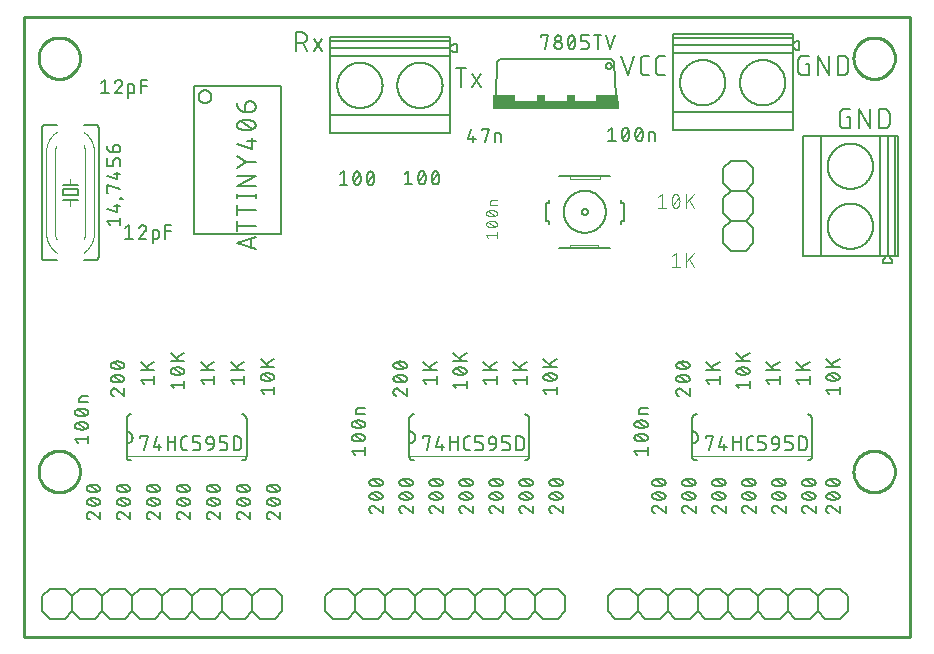
<source format=gbr>
G04 EAGLE Gerber RS-274X export*
G75*
%MOMM*%
%FSLAX34Y34*%
%LPD*%
%INSilkscreen Top*%
%IPPOS*%
%AMOC8*
5,1,8,0,0,1.08239X$1,22.5*%
G01*
%ADD10C,0.152400*%
%ADD11C,0.127000*%
%ADD12C,0.050800*%
%ADD13R,10.668000X0.762000*%
%ADD14R,1.905000X0.508000*%
%ADD15R,0.762000X0.508000*%
%ADD16C,0.203200*%
%ADD17C,0.177800*%
%ADD18C,0.076200*%
%ADD19C,0.101600*%
%ADD20C,0.254000*%


D10*
X662084Y484793D02*
X664793Y484793D01*
X664793Y475762D01*
X659374Y475762D01*
X659256Y475764D01*
X659138Y475770D01*
X659020Y475779D01*
X658903Y475793D01*
X658786Y475810D01*
X658669Y475831D01*
X658554Y475856D01*
X658439Y475885D01*
X658325Y475918D01*
X658213Y475954D01*
X658102Y475994D01*
X657992Y476037D01*
X657883Y476084D01*
X657776Y476134D01*
X657671Y476189D01*
X657568Y476246D01*
X657467Y476307D01*
X657367Y476371D01*
X657270Y476438D01*
X657175Y476508D01*
X657083Y476582D01*
X656992Y476658D01*
X656905Y476738D01*
X656820Y476820D01*
X656738Y476905D01*
X656658Y476992D01*
X656582Y477083D01*
X656508Y477175D01*
X656438Y477270D01*
X656371Y477367D01*
X656307Y477467D01*
X656246Y477568D01*
X656189Y477671D01*
X656134Y477776D01*
X656084Y477883D01*
X656037Y477992D01*
X655994Y478102D01*
X655954Y478213D01*
X655918Y478325D01*
X655885Y478439D01*
X655856Y478554D01*
X655831Y478669D01*
X655810Y478786D01*
X655793Y478903D01*
X655779Y479020D01*
X655770Y479138D01*
X655764Y479256D01*
X655762Y479374D01*
X655762Y488406D01*
X655764Y488524D01*
X655770Y488642D01*
X655779Y488760D01*
X655793Y488877D01*
X655810Y488994D01*
X655831Y489111D01*
X655856Y489226D01*
X655885Y489341D01*
X655918Y489455D01*
X655954Y489567D01*
X655994Y489678D01*
X656037Y489788D01*
X656084Y489897D01*
X656134Y490004D01*
X656188Y490109D01*
X656246Y490212D01*
X656307Y490313D01*
X656371Y490413D01*
X656438Y490510D01*
X656508Y490605D01*
X656582Y490697D01*
X656658Y490788D01*
X656738Y490875D01*
X656820Y490960D01*
X656905Y491042D01*
X656992Y491122D01*
X657083Y491198D01*
X657175Y491272D01*
X657270Y491342D01*
X657367Y491409D01*
X657467Y491473D01*
X657568Y491534D01*
X657671Y491591D01*
X657776Y491645D01*
X657883Y491696D01*
X657992Y491743D01*
X658102Y491786D01*
X658213Y491826D01*
X658325Y491862D01*
X658439Y491895D01*
X658554Y491924D01*
X658669Y491949D01*
X658786Y491970D01*
X658903Y491987D01*
X659020Y492001D01*
X659138Y492010D01*
X659256Y492016D01*
X659374Y492018D01*
X664793Y492018D01*
X672435Y492018D02*
X672435Y475762D01*
X681466Y475762D02*
X672435Y492018D01*
X681466Y492018D02*
X681466Y475762D01*
X689109Y475762D02*
X689109Y492018D01*
X693624Y492018D01*
X693755Y492016D01*
X693887Y492010D01*
X694018Y492001D01*
X694148Y491987D01*
X694279Y491970D01*
X694408Y491949D01*
X694537Y491925D01*
X694665Y491896D01*
X694793Y491864D01*
X694919Y491828D01*
X695044Y491789D01*
X695169Y491746D01*
X695291Y491699D01*
X695413Y491649D01*
X695533Y491595D01*
X695651Y491538D01*
X695767Y491477D01*
X695882Y491413D01*
X695995Y491346D01*
X696106Y491275D01*
X696214Y491201D01*
X696321Y491124D01*
X696425Y491044D01*
X696527Y490961D01*
X696626Y490876D01*
X696723Y490787D01*
X696817Y490695D01*
X696909Y490601D01*
X696998Y490504D01*
X697083Y490405D01*
X697166Y490303D01*
X697246Y490199D01*
X697323Y490092D01*
X697397Y489984D01*
X697468Y489873D01*
X697535Y489760D01*
X697599Y489645D01*
X697660Y489529D01*
X697717Y489411D01*
X697771Y489291D01*
X697821Y489169D01*
X697868Y489047D01*
X697911Y488922D01*
X697950Y488797D01*
X697986Y488671D01*
X698018Y488543D01*
X698047Y488415D01*
X698071Y488286D01*
X698092Y488157D01*
X698109Y488026D01*
X698123Y487896D01*
X698132Y487765D01*
X698138Y487633D01*
X698140Y487502D01*
X698140Y480278D01*
X698138Y480147D01*
X698132Y480015D01*
X698123Y479884D01*
X698109Y479754D01*
X698092Y479623D01*
X698071Y479494D01*
X698047Y479365D01*
X698018Y479237D01*
X697986Y479109D01*
X697950Y478983D01*
X697911Y478858D01*
X697868Y478733D01*
X697821Y478611D01*
X697771Y478489D01*
X697717Y478369D01*
X697660Y478251D01*
X697599Y478135D01*
X697535Y478020D01*
X697468Y477907D01*
X697397Y477796D01*
X697323Y477688D01*
X697246Y477581D01*
X697166Y477477D01*
X697083Y477375D01*
X696998Y477276D01*
X696909Y477179D01*
X696817Y477085D01*
X696723Y476993D01*
X696626Y476904D01*
X696527Y476819D01*
X696425Y476736D01*
X696321Y476656D01*
X696214Y476579D01*
X696106Y476505D01*
X695995Y476434D01*
X695882Y476367D01*
X695767Y476303D01*
X695651Y476242D01*
X695533Y476185D01*
X695413Y476131D01*
X695291Y476081D01*
X695169Y476034D01*
X695044Y475991D01*
X694919Y475952D01*
X694793Y475916D01*
X694665Y475884D01*
X694537Y475855D01*
X694408Y475831D01*
X694278Y475810D01*
X694148Y475793D01*
X694018Y475779D01*
X693887Y475770D01*
X693755Y475764D01*
X693624Y475762D01*
X689109Y475762D01*
X511181Y475762D02*
X505762Y492018D01*
X516599Y492018D02*
X511181Y475762D01*
X525869Y475762D02*
X529482Y475762D01*
X525869Y475762D02*
X525751Y475764D01*
X525633Y475770D01*
X525515Y475779D01*
X525398Y475793D01*
X525281Y475810D01*
X525164Y475831D01*
X525049Y475856D01*
X524934Y475885D01*
X524820Y475918D01*
X524708Y475954D01*
X524597Y475994D01*
X524487Y476037D01*
X524378Y476084D01*
X524271Y476134D01*
X524166Y476189D01*
X524063Y476246D01*
X523962Y476307D01*
X523862Y476371D01*
X523765Y476438D01*
X523670Y476508D01*
X523578Y476582D01*
X523487Y476658D01*
X523400Y476738D01*
X523315Y476820D01*
X523233Y476905D01*
X523153Y476992D01*
X523077Y477083D01*
X523003Y477175D01*
X522933Y477270D01*
X522866Y477367D01*
X522802Y477467D01*
X522741Y477568D01*
X522684Y477671D01*
X522629Y477776D01*
X522579Y477883D01*
X522532Y477992D01*
X522489Y478102D01*
X522449Y478213D01*
X522413Y478325D01*
X522380Y478439D01*
X522351Y478554D01*
X522326Y478669D01*
X522305Y478786D01*
X522288Y478903D01*
X522274Y479020D01*
X522265Y479138D01*
X522259Y479256D01*
X522257Y479374D01*
X522257Y488406D01*
X522259Y488524D01*
X522265Y488642D01*
X522274Y488760D01*
X522288Y488877D01*
X522305Y488994D01*
X522326Y489111D01*
X522351Y489226D01*
X522380Y489341D01*
X522413Y489455D01*
X522449Y489567D01*
X522489Y489678D01*
X522532Y489788D01*
X522579Y489897D01*
X522629Y490004D01*
X522684Y490109D01*
X522741Y490212D01*
X522802Y490313D01*
X522866Y490413D01*
X522933Y490510D01*
X523003Y490605D01*
X523077Y490697D01*
X523153Y490788D01*
X523233Y490875D01*
X523315Y490960D01*
X523400Y491042D01*
X523487Y491122D01*
X523578Y491198D01*
X523670Y491272D01*
X523765Y491342D01*
X523862Y491409D01*
X523962Y491473D01*
X524063Y491534D01*
X524166Y491591D01*
X524271Y491646D01*
X524378Y491696D01*
X524487Y491743D01*
X524597Y491786D01*
X524708Y491826D01*
X524820Y491862D01*
X524934Y491895D01*
X525049Y491924D01*
X525164Y491949D01*
X525281Y491970D01*
X525398Y491987D01*
X525515Y492001D01*
X525633Y492010D01*
X525751Y492016D01*
X525869Y492018D01*
X529482Y492018D01*
X538895Y475762D02*
X542508Y475762D01*
X538895Y475762D02*
X538777Y475764D01*
X538659Y475770D01*
X538541Y475779D01*
X538424Y475793D01*
X538307Y475810D01*
X538190Y475831D01*
X538075Y475856D01*
X537960Y475885D01*
X537846Y475918D01*
X537734Y475954D01*
X537623Y475994D01*
X537513Y476037D01*
X537404Y476084D01*
X537297Y476134D01*
X537192Y476189D01*
X537089Y476246D01*
X536988Y476307D01*
X536888Y476371D01*
X536791Y476438D01*
X536696Y476508D01*
X536604Y476582D01*
X536513Y476658D01*
X536426Y476738D01*
X536341Y476820D01*
X536259Y476905D01*
X536179Y476992D01*
X536103Y477083D01*
X536029Y477175D01*
X535959Y477270D01*
X535892Y477367D01*
X535828Y477467D01*
X535767Y477568D01*
X535710Y477671D01*
X535655Y477776D01*
X535605Y477883D01*
X535558Y477992D01*
X535515Y478102D01*
X535475Y478213D01*
X535439Y478325D01*
X535406Y478439D01*
X535377Y478554D01*
X535352Y478669D01*
X535331Y478786D01*
X535314Y478903D01*
X535300Y479020D01*
X535291Y479138D01*
X535285Y479256D01*
X535283Y479374D01*
X535283Y488406D01*
X535285Y488524D01*
X535291Y488642D01*
X535300Y488760D01*
X535314Y488877D01*
X535331Y488994D01*
X535352Y489111D01*
X535377Y489226D01*
X535406Y489341D01*
X535439Y489455D01*
X535475Y489567D01*
X535515Y489678D01*
X535558Y489788D01*
X535605Y489897D01*
X535655Y490004D01*
X535709Y490109D01*
X535767Y490212D01*
X535828Y490313D01*
X535892Y490413D01*
X535959Y490510D01*
X536029Y490605D01*
X536103Y490697D01*
X536179Y490788D01*
X536259Y490875D01*
X536341Y490960D01*
X536426Y491042D01*
X536513Y491122D01*
X536604Y491198D01*
X536696Y491272D01*
X536791Y491342D01*
X536888Y491409D01*
X536988Y491473D01*
X537089Y491534D01*
X537192Y491591D01*
X537297Y491645D01*
X537404Y491696D01*
X537513Y491743D01*
X537623Y491786D01*
X537734Y491826D01*
X537846Y491862D01*
X537960Y491895D01*
X538075Y491924D01*
X538190Y491949D01*
X538307Y491970D01*
X538424Y491987D01*
X538541Y492001D01*
X538659Y492010D01*
X538777Y492016D01*
X538895Y492018D01*
X542508Y492018D01*
X697084Y439793D02*
X699793Y439793D01*
X699793Y430762D01*
X694374Y430762D01*
X694256Y430764D01*
X694138Y430770D01*
X694020Y430779D01*
X693903Y430793D01*
X693786Y430810D01*
X693669Y430831D01*
X693554Y430856D01*
X693439Y430885D01*
X693325Y430918D01*
X693213Y430954D01*
X693102Y430994D01*
X692992Y431037D01*
X692883Y431084D01*
X692776Y431134D01*
X692671Y431189D01*
X692568Y431246D01*
X692467Y431307D01*
X692367Y431371D01*
X692270Y431438D01*
X692175Y431508D01*
X692083Y431582D01*
X691992Y431658D01*
X691905Y431738D01*
X691820Y431820D01*
X691738Y431905D01*
X691658Y431992D01*
X691582Y432083D01*
X691508Y432175D01*
X691438Y432270D01*
X691371Y432367D01*
X691307Y432467D01*
X691246Y432568D01*
X691189Y432671D01*
X691134Y432776D01*
X691084Y432883D01*
X691037Y432992D01*
X690994Y433102D01*
X690954Y433213D01*
X690918Y433325D01*
X690885Y433439D01*
X690856Y433554D01*
X690831Y433669D01*
X690810Y433786D01*
X690793Y433903D01*
X690779Y434020D01*
X690770Y434138D01*
X690764Y434256D01*
X690762Y434374D01*
X690762Y443406D01*
X690764Y443524D01*
X690770Y443642D01*
X690779Y443760D01*
X690793Y443877D01*
X690810Y443994D01*
X690831Y444111D01*
X690856Y444226D01*
X690885Y444341D01*
X690918Y444455D01*
X690954Y444567D01*
X690994Y444678D01*
X691037Y444788D01*
X691084Y444897D01*
X691134Y445004D01*
X691188Y445109D01*
X691246Y445212D01*
X691307Y445313D01*
X691371Y445413D01*
X691438Y445510D01*
X691508Y445605D01*
X691582Y445697D01*
X691658Y445788D01*
X691738Y445875D01*
X691820Y445960D01*
X691905Y446042D01*
X691992Y446122D01*
X692083Y446198D01*
X692175Y446272D01*
X692270Y446342D01*
X692367Y446409D01*
X692467Y446473D01*
X692568Y446534D01*
X692671Y446591D01*
X692776Y446645D01*
X692883Y446696D01*
X692992Y446743D01*
X693102Y446786D01*
X693213Y446826D01*
X693325Y446862D01*
X693439Y446895D01*
X693554Y446924D01*
X693669Y446949D01*
X693786Y446970D01*
X693903Y446987D01*
X694020Y447001D01*
X694138Y447010D01*
X694256Y447016D01*
X694374Y447018D01*
X699793Y447018D01*
X707435Y447018D02*
X707435Y430762D01*
X716466Y430762D02*
X707435Y447018D01*
X716466Y447018D02*
X716466Y430762D01*
X724109Y430762D02*
X724109Y447018D01*
X728624Y447018D01*
X728755Y447016D01*
X728887Y447010D01*
X729018Y447001D01*
X729148Y446987D01*
X729279Y446970D01*
X729408Y446949D01*
X729537Y446925D01*
X729665Y446896D01*
X729793Y446864D01*
X729919Y446828D01*
X730044Y446789D01*
X730169Y446746D01*
X730291Y446699D01*
X730413Y446649D01*
X730533Y446595D01*
X730651Y446538D01*
X730767Y446477D01*
X730882Y446413D01*
X730995Y446346D01*
X731106Y446275D01*
X731214Y446201D01*
X731321Y446124D01*
X731425Y446044D01*
X731527Y445961D01*
X731626Y445876D01*
X731723Y445787D01*
X731817Y445695D01*
X731909Y445601D01*
X731998Y445504D01*
X732083Y445405D01*
X732166Y445303D01*
X732246Y445199D01*
X732323Y445092D01*
X732397Y444984D01*
X732468Y444873D01*
X732535Y444760D01*
X732599Y444645D01*
X732660Y444529D01*
X732717Y444411D01*
X732771Y444291D01*
X732821Y444169D01*
X732868Y444047D01*
X732911Y443922D01*
X732950Y443797D01*
X732986Y443671D01*
X733018Y443543D01*
X733047Y443415D01*
X733071Y443286D01*
X733092Y443157D01*
X733109Y443026D01*
X733123Y442896D01*
X733132Y442765D01*
X733138Y442633D01*
X733140Y442502D01*
X733140Y435278D01*
X733138Y435147D01*
X733132Y435015D01*
X733123Y434884D01*
X733109Y434754D01*
X733092Y434623D01*
X733071Y434494D01*
X733047Y434365D01*
X733018Y434237D01*
X732986Y434109D01*
X732950Y433983D01*
X732911Y433858D01*
X732868Y433733D01*
X732821Y433611D01*
X732771Y433489D01*
X732717Y433369D01*
X732660Y433251D01*
X732599Y433135D01*
X732535Y433020D01*
X732468Y432907D01*
X732397Y432796D01*
X732323Y432688D01*
X732246Y432581D01*
X732166Y432477D01*
X732083Y432375D01*
X731998Y432276D01*
X731909Y432179D01*
X731817Y432085D01*
X731723Y431993D01*
X731626Y431904D01*
X731527Y431819D01*
X731425Y431736D01*
X731321Y431656D01*
X731214Y431579D01*
X731106Y431505D01*
X730995Y431434D01*
X730882Y431367D01*
X730767Y431303D01*
X730651Y431242D01*
X730533Y431185D01*
X730413Y431131D01*
X730291Y431081D01*
X730169Y431034D01*
X730044Y430991D01*
X729919Y430952D01*
X729793Y430916D01*
X729665Y430884D01*
X729537Y430855D01*
X729408Y430831D01*
X729278Y430810D01*
X729148Y430793D01*
X729018Y430779D01*
X728887Y430770D01*
X728755Y430764D01*
X728624Y430762D01*
X724109Y430762D01*
X370278Y465762D02*
X370278Y482018D01*
X374793Y482018D02*
X365762Y482018D01*
X379691Y465762D02*
X386916Y476599D01*
X379691Y476599D02*
X386916Y465762D01*
X230762Y495762D02*
X230762Y512018D01*
X235278Y512018D01*
X235411Y512016D01*
X235543Y512010D01*
X235675Y512000D01*
X235807Y511987D01*
X235939Y511969D01*
X236069Y511948D01*
X236200Y511923D01*
X236329Y511894D01*
X236457Y511861D01*
X236585Y511825D01*
X236711Y511785D01*
X236836Y511741D01*
X236960Y511693D01*
X237082Y511642D01*
X237203Y511587D01*
X237322Y511529D01*
X237440Y511467D01*
X237555Y511402D01*
X237669Y511333D01*
X237780Y511262D01*
X237889Y511186D01*
X237996Y511108D01*
X238101Y511027D01*
X238203Y510942D01*
X238303Y510855D01*
X238400Y510765D01*
X238495Y510672D01*
X238586Y510576D01*
X238675Y510478D01*
X238761Y510377D01*
X238844Y510273D01*
X238924Y510167D01*
X239000Y510059D01*
X239074Y509949D01*
X239144Y509836D01*
X239211Y509722D01*
X239274Y509605D01*
X239334Y509487D01*
X239391Y509367D01*
X239444Y509245D01*
X239493Y509122D01*
X239539Y508998D01*
X239581Y508872D01*
X239619Y508745D01*
X239654Y508617D01*
X239685Y508488D01*
X239712Y508359D01*
X239735Y508228D01*
X239755Y508097D01*
X239770Y507965D01*
X239782Y507833D01*
X239790Y507701D01*
X239794Y507568D01*
X239794Y507436D01*
X239790Y507303D01*
X239782Y507171D01*
X239770Y507039D01*
X239755Y506907D01*
X239735Y506776D01*
X239712Y506645D01*
X239685Y506516D01*
X239654Y506387D01*
X239619Y506259D01*
X239581Y506132D01*
X239539Y506006D01*
X239493Y505882D01*
X239444Y505759D01*
X239391Y505637D01*
X239334Y505517D01*
X239274Y505399D01*
X239211Y505282D01*
X239144Y505168D01*
X239074Y505055D01*
X239000Y504945D01*
X238924Y504837D01*
X238844Y504731D01*
X238761Y504627D01*
X238675Y504526D01*
X238586Y504428D01*
X238495Y504332D01*
X238400Y504239D01*
X238303Y504149D01*
X238203Y504062D01*
X238101Y503977D01*
X237996Y503896D01*
X237889Y503818D01*
X237780Y503742D01*
X237669Y503671D01*
X237555Y503602D01*
X237440Y503537D01*
X237322Y503475D01*
X237203Y503417D01*
X237082Y503362D01*
X236960Y503311D01*
X236836Y503263D01*
X236711Y503219D01*
X236585Y503179D01*
X236457Y503143D01*
X236329Y503110D01*
X236200Y503081D01*
X236069Y503056D01*
X235939Y503035D01*
X235807Y503017D01*
X235675Y503004D01*
X235543Y502994D01*
X235411Y502988D01*
X235278Y502986D01*
X235278Y502987D02*
X230762Y502987D01*
X236181Y502987D02*
X239793Y495762D01*
X245642Y495762D02*
X252867Y506599D01*
X245642Y506599D02*
X252867Y495762D01*
D11*
X277655Y157316D02*
X280195Y154141D01*
X277655Y157316D02*
X289085Y157316D01*
X289085Y154141D02*
X289085Y160491D01*
X283370Y165571D02*
X283145Y165574D01*
X282920Y165582D01*
X282696Y165595D01*
X282472Y165614D01*
X282248Y165638D01*
X282025Y165667D01*
X281803Y165702D01*
X281582Y165742D01*
X281362Y165788D01*
X281143Y165838D01*
X280925Y165894D01*
X280708Y165955D01*
X280493Y166021D01*
X280280Y166092D01*
X280069Y166169D01*
X279859Y166250D01*
X279651Y166336D01*
X279446Y166427D01*
X279243Y166523D01*
X279155Y166555D01*
X279068Y166591D01*
X278982Y166630D01*
X278898Y166673D01*
X278816Y166719D01*
X278736Y166768D01*
X278658Y166820D01*
X278582Y166876D01*
X278508Y166934D01*
X278437Y166996D01*
X278368Y167060D01*
X278302Y167127D01*
X278239Y167196D01*
X278178Y167268D01*
X278120Y167342D01*
X278066Y167419D01*
X278014Y167497D01*
X277966Y167578D01*
X277921Y167660D01*
X277879Y167745D01*
X277841Y167831D01*
X277806Y167918D01*
X277774Y168006D01*
X277747Y168096D01*
X277722Y168187D01*
X277702Y168279D01*
X277685Y168371D01*
X277672Y168465D01*
X277663Y168558D01*
X277657Y168652D01*
X277655Y168746D01*
X277657Y168840D01*
X277663Y168934D01*
X277672Y169027D01*
X277685Y169121D01*
X277702Y169213D01*
X277722Y169305D01*
X277747Y169396D01*
X277774Y169486D01*
X277806Y169574D01*
X277841Y169661D01*
X277879Y169747D01*
X277921Y169832D01*
X277966Y169914D01*
X278014Y169995D01*
X278066Y170073D01*
X278120Y170150D01*
X278178Y170224D01*
X278239Y170296D01*
X278302Y170365D01*
X278368Y170432D01*
X278437Y170496D01*
X278508Y170558D01*
X278582Y170616D01*
X278658Y170672D01*
X278736Y170724D01*
X278816Y170773D01*
X278898Y170819D01*
X278982Y170862D01*
X279068Y170901D01*
X279155Y170937D01*
X279243Y170969D01*
X279446Y171065D01*
X279651Y171156D01*
X279859Y171242D01*
X280069Y171323D01*
X280280Y171400D01*
X280493Y171471D01*
X280708Y171537D01*
X280925Y171598D01*
X281143Y171654D01*
X281362Y171704D01*
X281582Y171750D01*
X281803Y171790D01*
X282025Y171825D01*
X282248Y171854D01*
X282472Y171878D01*
X282696Y171897D01*
X282920Y171910D01*
X283145Y171918D01*
X283370Y171921D01*
X283370Y165571D02*
X283595Y165574D01*
X283820Y165582D01*
X284044Y165595D01*
X284268Y165614D01*
X284492Y165638D01*
X284715Y165667D01*
X284937Y165702D01*
X285158Y165742D01*
X285378Y165788D01*
X285597Y165838D01*
X285815Y165894D01*
X286032Y165955D01*
X286247Y166021D01*
X286460Y166092D01*
X286671Y166169D01*
X286881Y166250D01*
X287089Y166336D01*
X287294Y166427D01*
X287497Y166523D01*
X287498Y166523D02*
X287586Y166555D01*
X287673Y166591D01*
X287759Y166630D01*
X287843Y166673D01*
X287925Y166719D01*
X288005Y166768D01*
X288083Y166820D01*
X288159Y166876D01*
X288233Y166934D01*
X288304Y166996D01*
X288373Y167060D01*
X288439Y167127D01*
X288502Y167196D01*
X288563Y167268D01*
X288621Y167342D01*
X288675Y167419D01*
X288727Y167497D01*
X288775Y167578D01*
X288820Y167660D01*
X288862Y167745D01*
X288900Y167831D01*
X288935Y167918D01*
X288967Y168006D01*
X288994Y168096D01*
X289019Y168187D01*
X289039Y168279D01*
X289056Y168371D01*
X289069Y168465D01*
X289078Y168558D01*
X289084Y168652D01*
X289086Y168746D01*
X287497Y170969D02*
X287294Y171065D01*
X287089Y171156D01*
X286881Y171242D01*
X286671Y171323D01*
X286460Y171400D01*
X286247Y171471D01*
X286032Y171537D01*
X285815Y171598D01*
X285597Y171654D01*
X285378Y171704D01*
X285158Y171750D01*
X284937Y171790D01*
X284715Y171825D01*
X284492Y171854D01*
X284268Y171878D01*
X284044Y171897D01*
X283820Y171910D01*
X283595Y171918D01*
X283370Y171921D01*
X287498Y170969D02*
X287586Y170937D01*
X287673Y170901D01*
X287759Y170862D01*
X287843Y170819D01*
X287925Y170773D01*
X288005Y170724D01*
X288083Y170672D01*
X288159Y170616D01*
X288233Y170558D01*
X288304Y170496D01*
X288373Y170432D01*
X288439Y170365D01*
X288502Y170296D01*
X288563Y170224D01*
X288621Y170150D01*
X288675Y170073D01*
X288727Y169995D01*
X288775Y169914D01*
X288820Y169832D01*
X288862Y169747D01*
X288900Y169661D01*
X288935Y169574D01*
X288967Y169486D01*
X288994Y169396D01*
X289019Y169305D01*
X289039Y169213D01*
X289056Y169121D01*
X289069Y169027D01*
X289078Y168934D01*
X289084Y168840D01*
X289086Y168746D01*
X286545Y166206D02*
X280195Y171286D01*
X283370Y177001D02*
X283145Y177004D01*
X282920Y177012D01*
X282696Y177025D01*
X282472Y177044D01*
X282248Y177068D01*
X282025Y177097D01*
X281803Y177132D01*
X281582Y177172D01*
X281362Y177218D01*
X281143Y177268D01*
X280925Y177324D01*
X280708Y177385D01*
X280493Y177451D01*
X280280Y177522D01*
X280069Y177599D01*
X279859Y177680D01*
X279651Y177766D01*
X279446Y177857D01*
X279243Y177953D01*
X279155Y177985D01*
X279068Y178021D01*
X278982Y178060D01*
X278898Y178103D01*
X278816Y178149D01*
X278736Y178198D01*
X278658Y178250D01*
X278582Y178306D01*
X278508Y178364D01*
X278437Y178426D01*
X278368Y178490D01*
X278302Y178557D01*
X278239Y178626D01*
X278178Y178698D01*
X278120Y178772D01*
X278066Y178849D01*
X278014Y178927D01*
X277966Y179008D01*
X277921Y179090D01*
X277879Y179175D01*
X277841Y179261D01*
X277806Y179348D01*
X277774Y179436D01*
X277747Y179526D01*
X277722Y179617D01*
X277702Y179709D01*
X277685Y179801D01*
X277672Y179895D01*
X277663Y179988D01*
X277657Y180082D01*
X277655Y180176D01*
X277657Y180270D01*
X277663Y180364D01*
X277672Y180457D01*
X277685Y180551D01*
X277702Y180643D01*
X277722Y180735D01*
X277747Y180826D01*
X277774Y180916D01*
X277806Y181004D01*
X277841Y181091D01*
X277879Y181177D01*
X277921Y181262D01*
X277966Y181344D01*
X278014Y181425D01*
X278066Y181503D01*
X278120Y181580D01*
X278178Y181654D01*
X278239Y181726D01*
X278302Y181795D01*
X278368Y181862D01*
X278437Y181926D01*
X278508Y181988D01*
X278582Y182046D01*
X278658Y182102D01*
X278736Y182154D01*
X278816Y182203D01*
X278898Y182249D01*
X278982Y182292D01*
X279068Y182331D01*
X279155Y182367D01*
X279243Y182399D01*
X279446Y182495D01*
X279651Y182586D01*
X279859Y182672D01*
X280069Y182753D01*
X280280Y182830D01*
X280493Y182901D01*
X280708Y182967D01*
X280925Y183028D01*
X281143Y183084D01*
X281362Y183134D01*
X281582Y183180D01*
X281803Y183220D01*
X282025Y183255D01*
X282248Y183284D01*
X282472Y183308D01*
X282696Y183327D01*
X282920Y183340D01*
X283145Y183348D01*
X283370Y183351D01*
X283370Y177001D02*
X283595Y177004D01*
X283820Y177012D01*
X284044Y177025D01*
X284268Y177044D01*
X284492Y177068D01*
X284715Y177097D01*
X284937Y177132D01*
X285158Y177172D01*
X285378Y177218D01*
X285597Y177268D01*
X285815Y177324D01*
X286032Y177385D01*
X286247Y177451D01*
X286460Y177522D01*
X286671Y177599D01*
X286881Y177680D01*
X287089Y177766D01*
X287294Y177857D01*
X287497Y177953D01*
X287498Y177953D02*
X287586Y177985D01*
X287673Y178021D01*
X287759Y178060D01*
X287843Y178103D01*
X287925Y178149D01*
X288005Y178198D01*
X288083Y178250D01*
X288159Y178306D01*
X288233Y178364D01*
X288304Y178426D01*
X288373Y178490D01*
X288439Y178557D01*
X288502Y178626D01*
X288563Y178698D01*
X288621Y178772D01*
X288675Y178849D01*
X288727Y178927D01*
X288775Y179008D01*
X288820Y179090D01*
X288862Y179175D01*
X288900Y179261D01*
X288935Y179348D01*
X288967Y179436D01*
X288994Y179526D01*
X289019Y179617D01*
X289039Y179709D01*
X289056Y179801D01*
X289069Y179895D01*
X289078Y179988D01*
X289084Y180082D01*
X289086Y180176D01*
X287497Y182399D02*
X287294Y182495D01*
X287089Y182586D01*
X286881Y182672D01*
X286671Y182753D01*
X286460Y182830D01*
X286247Y182901D01*
X286032Y182967D01*
X285815Y183028D01*
X285597Y183084D01*
X285378Y183134D01*
X285158Y183180D01*
X284937Y183220D01*
X284715Y183255D01*
X284492Y183284D01*
X284268Y183308D01*
X284044Y183327D01*
X283820Y183340D01*
X283595Y183348D01*
X283370Y183351D01*
X287498Y182399D02*
X287586Y182367D01*
X287673Y182331D01*
X287759Y182292D01*
X287843Y182249D01*
X287925Y182203D01*
X288005Y182154D01*
X288083Y182102D01*
X288159Y182046D01*
X288233Y181988D01*
X288304Y181926D01*
X288373Y181862D01*
X288439Y181795D01*
X288502Y181726D01*
X288563Y181654D01*
X288621Y181580D01*
X288675Y181503D01*
X288727Y181425D01*
X288775Y181344D01*
X288820Y181262D01*
X288862Y181177D01*
X288900Y181091D01*
X288935Y181004D01*
X288967Y180916D01*
X288994Y180826D01*
X289019Y180735D01*
X289039Y180643D01*
X289056Y180551D01*
X289069Y180457D01*
X289078Y180364D01*
X289084Y180270D01*
X289086Y180176D01*
X286545Y177636D02*
X280195Y182716D01*
X281465Y188685D02*
X289085Y188685D01*
X281465Y188685D02*
X281465Y191860D01*
X281467Y191945D01*
X281473Y192031D01*
X281482Y192116D01*
X281496Y192200D01*
X281513Y192284D01*
X281534Y192367D01*
X281558Y192449D01*
X281586Y192529D01*
X281618Y192609D01*
X281654Y192687D01*
X281692Y192763D01*
X281735Y192837D01*
X281780Y192909D01*
X281829Y192980D01*
X281881Y193048D01*
X281935Y193113D01*
X281993Y193176D01*
X282054Y193237D01*
X282117Y193295D01*
X282182Y193349D01*
X282250Y193401D01*
X282321Y193450D01*
X282393Y193495D01*
X282467Y193538D01*
X282543Y193576D01*
X282621Y193612D01*
X282701Y193644D01*
X282781Y193672D01*
X282863Y193696D01*
X282946Y193717D01*
X283030Y193734D01*
X283114Y193748D01*
X283199Y193757D01*
X283285Y193763D01*
X283370Y193765D01*
X289085Y193765D01*
X517055Y157316D02*
X519595Y154141D01*
X517055Y157316D02*
X528485Y157316D01*
X528485Y154141D02*
X528485Y160491D01*
X522770Y165571D02*
X522545Y165574D01*
X522320Y165582D01*
X522096Y165595D01*
X521872Y165614D01*
X521648Y165638D01*
X521425Y165667D01*
X521203Y165702D01*
X520982Y165742D01*
X520762Y165788D01*
X520543Y165838D01*
X520325Y165894D01*
X520108Y165955D01*
X519893Y166021D01*
X519680Y166092D01*
X519469Y166169D01*
X519259Y166250D01*
X519051Y166336D01*
X518846Y166427D01*
X518643Y166523D01*
X518555Y166555D01*
X518468Y166591D01*
X518382Y166630D01*
X518298Y166673D01*
X518216Y166719D01*
X518136Y166768D01*
X518058Y166820D01*
X517982Y166876D01*
X517908Y166934D01*
X517837Y166996D01*
X517768Y167060D01*
X517702Y167127D01*
X517639Y167196D01*
X517578Y167268D01*
X517520Y167342D01*
X517466Y167419D01*
X517414Y167497D01*
X517366Y167578D01*
X517321Y167660D01*
X517279Y167745D01*
X517241Y167831D01*
X517206Y167918D01*
X517174Y168006D01*
X517147Y168096D01*
X517122Y168187D01*
X517102Y168279D01*
X517085Y168371D01*
X517072Y168465D01*
X517063Y168558D01*
X517057Y168652D01*
X517055Y168746D01*
X517057Y168840D01*
X517063Y168934D01*
X517072Y169027D01*
X517085Y169121D01*
X517102Y169213D01*
X517122Y169305D01*
X517147Y169396D01*
X517174Y169486D01*
X517206Y169574D01*
X517241Y169661D01*
X517279Y169747D01*
X517321Y169832D01*
X517366Y169914D01*
X517414Y169995D01*
X517466Y170073D01*
X517520Y170150D01*
X517578Y170224D01*
X517639Y170296D01*
X517702Y170365D01*
X517768Y170432D01*
X517837Y170496D01*
X517908Y170558D01*
X517982Y170616D01*
X518058Y170672D01*
X518136Y170724D01*
X518216Y170773D01*
X518298Y170819D01*
X518382Y170862D01*
X518468Y170901D01*
X518555Y170937D01*
X518643Y170969D01*
X518846Y171065D01*
X519051Y171156D01*
X519259Y171242D01*
X519469Y171323D01*
X519680Y171400D01*
X519893Y171471D01*
X520108Y171537D01*
X520325Y171598D01*
X520543Y171654D01*
X520762Y171704D01*
X520982Y171750D01*
X521203Y171790D01*
X521425Y171825D01*
X521648Y171854D01*
X521872Y171878D01*
X522096Y171897D01*
X522320Y171910D01*
X522545Y171918D01*
X522770Y171921D01*
X522770Y165571D02*
X522995Y165574D01*
X523220Y165582D01*
X523444Y165595D01*
X523668Y165614D01*
X523892Y165638D01*
X524115Y165667D01*
X524337Y165702D01*
X524558Y165742D01*
X524778Y165788D01*
X524997Y165838D01*
X525215Y165894D01*
X525432Y165955D01*
X525647Y166021D01*
X525860Y166092D01*
X526071Y166169D01*
X526281Y166250D01*
X526489Y166336D01*
X526694Y166427D01*
X526897Y166523D01*
X526898Y166523D02*
X526986Y166555D01*
X527073Y166591D01*
X527159Y166630D01*
X527243Y166673D01*
X527325Y166719D01*
X527405Y166768D01*
X527483Y166820D01*
X527559Y166876D01*
X527633Y166934D01*
X527704Y166996D01*
X527773Y167060D01*
X527839Y167127D01*
X527902Y167196D01*
X527963Y167268D01*
X528021Y167342D01*
X528075Y167419D01*
X528127Y167497D01*
X528175Y167578D01*
X528220Y167660D01*
X528262Y167745D01*
X528300Y167831D01*
X528335Y167918D01*
X528367Y168006D01*
X528394Y168096D01*
X528419Y168187D01*
X528439Y168279D01*
X528456Y168371D01*
X528469Y168465D01*
X528478Y168558D01*
X528484Y168652D01*
X528486Y168746D01*
X526897Y170969D02*
X526694Y171065D01*
X526489Y171156D01*
X526281Y171242D01*
X526071Y171323D01*
X525860Y171400D01*
X525647Y171471D01*
X525432Y171537D01*
X525215Y171598D01*
X524997Y171654D01*
X524778Y171704D01*
X524558Y171750D01*
X524337Y171790D01*
X524115Y171825D01*
X523892Y171854D01*
X523668Y171878D01*
X523444Y171897D01*
X523220Y171910D01*
X522995Y171918D01*
X522770Y171921D01*
X526898Y170969D02*
X526986Y170937D01*
X527073Y170901D01*
X527159Y170862D01*
X527243Y170819D01*
X527325Y170773D01*
X527405Y170724D01*
X527483Y170672D01*
X527559Y170616D01*
X527633Y170558D01*
X527704Y170496D01*
X527773Y170432D01*
X527839Y170365D01*
X527902Y170296D01*
X527963Y170224D01*
X528021Y170150D01*
X528075Y170073D01*
X528127Y169995D01*
X528175Y169914D01*
X528220Y169832D01*
X528262Y169747D01*
X528300Y169661D01*
X528335Y169574D01*
X528367Y169486D01*
X528394Y169396D01*
X528419Y169305D01*
X528439Y169213D01*
X528456Y169121D01*
X528469Y169027D01*
X528478Y168934D01*
X528484Y168840D01*
X528486Y168746D01*
X525945Y166206D02*
X519595Y171286D01*
X522770Y177001D02*
X522545Y177004D01*
X522320Y177012D01*
X522096Y177025D01*
X521872Y177044D01*
X521648Y177068D01*
X521425Y177097D01*
X521203Y177132D01*
X520982Y177172D01*
X520762Y177218D01*
X520543Y177268D01*
X520325Y177324D01*
X520108Y177385D01*
X519893Y177451D01*
X519680Y177522D01*
X519469Y177599D01*
X519259Y177680D01*
X519051Y177766D01*
X518846Y177857D01*
X518643Y177953D01*
X518555Y177985D01*
X518468Y178021D01*
X518382Y178060D01*
X518298Y178103D01*
X518216Y178149D01*
X518136Y178198D01*
X518058Y178250D01*
X517982Y178306D01*
X517908Y178364D01*
X517837Y178426D01*
X517768Y178490D01*
X517702Y178557D01*
X517639Y178626D01*
X517578Y178698D01*
X517520Y178772D01*
X517466Y178849D01*
X517414Y178927D01*
X517366Y179008D01*
X517321Y179090D01*
X517279Y179175D01*
X517241Y179261D01*
X517206Y179348D01*
X517174Y179436D01*
X517147Y179526D01*
X517122Y179617D01*
X517102Y179709D01*
X517085Y179801D01*
X517072Y179895D01*
X517063Y179988D01*
X517057Y180082D01*
X517055Y180176D01*
X517057Y180270D01*
X517063Y180364D01*
X517072Y180457D01*
X517085Y180551D01*
X517102Y180643D01*
X517122Y180735D01*
X517147Y180826D01*
X517174Y180916D01*
X517206Y181004D01*
X517241Y181091D01*
X517279Y181177D01*
X517321Y181262D01*
X517366Y181344D01*
X517414Y181425D01*
X517466Y181503D01*
X517520Y181580D01*
X517578Y181654D01*
X517639Y181726D01*
X517702Y181795D01*
X517768Y181862D01*
X517837Y181926D01*
X517908Y181988D01*
X517982Y182046D01*
X518058Y182102D01*
X518136Y182154D01*
X518216Y182203D01*
X518298Y182249D01*
X518382Y182292D01*
X518468Y182331D01*
X518555Y182367D01*
X518643Y182399D01*
X518846Y182495D01*
X519051Y182586D01*
X519259Y182672D01*
X519469Y182753D01*
X519680Y182830D01*
X519893Y182901D01*
X520108Y182967D01*
X520325Y183028D01*
X520543Y183084D01*
X520762Y183134D01*
X520982Y183180D01*
X521203Y183220D01*
X521425Y183255D01*
X521648Y183284D01*
X521872Y183308D01*
X522096Y183327D01*
X522320Y183340D01*
X522545Y183348D01*
X522770Y183351D01*
X522770Y177001D02*
X522995Y177004D01*
X523220Y177012D01*
X523444Y177025D01*
X523668Y177044D01*
X523892Y177068D01*
X524115Y177097D01*
X524337Y177132D01*
X524558Y177172D01*
X524778Y177218D01*
X524997Y177268D01*
X525215Y177324D01*
X525432Y177385D01*
X525647Y177451D01*
X525860Y177522D01*
X526071Y177599D01*
X526281Y177680D01*
X526489Y177766D01*
X526694Y177857D01*
X526897Y177953D01*
X526898Y177953D02*
X526986Y177985D01*
X527073Y178021D01*
X527159Y178060D01*
X527243Y178103D01*
X527325Y178149D01*
X527405Y178198D01*
X527483Y178250D01*
X527559Y178306D01*
X527633Y178364D01*
X527704Y178426D01*
X527773Y178490D01*
X527839Y178557D01*
X527902Y178626D01*
X527963Y178698D01*
X528021Y178772D01*
X528075Y178849D01*
X528127Y178927D01*
X528175Y179008D01*
X528220Y179090D01*
X528262Y179175D01*
X528300Y179261D01*
X528335Y179348D01*
X528367Y179436D01*
X528394Y179526D01*
X528419Y179617D01*
X528439Y179709D01*
X528456Y179801D01*
X528469Y179895D01*
X528478Y179988D01*
X528484Y180082D01*
X528486Y180176D01*
X526897Y182399D02*
X526694Y182495D01*
X526489Y182586D01*
X526281Y182672D01*
X526071Y182753D01*
X525860Y182830D01*
X525647Y182901D01*
X525432Y182967D01*
X525215Y183028D01*
X524997Y183084D01*
X524778Y183134D01*
X524558Y183180D01*
X524337Y183220D01*
X524115Y183255D01*
X523892Y183284D01*
X523668Y183308D01*
X523444Y183327D01*
X523220Y183340D01*
X522995Y183348D01*
X522770Y183351D01*
X526898Y182399D02*
X526986Y182367D01*
X527073Y182331D01*
X527159Y182292D01*
X527243Y182249D01*
X527325Y182203D01*
X527405Y182154D01*
X527483Y182102D01*
X527559Y182046D01*
X527633Y181988D01*
X527704Y181926D01*
X527773Y181862D01*
X527839Y181795D01*
X527902Y181726D01*
X527963Y181654D01*
X528021Y181580D01*
X528075Y181503D01*
X528127Y181425D01*
X528175Y181344D01*
X528220Y181262D01*
X528262Y181177D01*
X528300Y181091D01*
X528335Y181004D01*
X528367Y180916D01*
X528394Y180826D01*
X528419Y180735D01*
X528439Y180643D01*
X528456Y180551D01*
X528469Y180457D01*
X528478Y180364D01*
X528484Y180270D01*
X528486Y180176D01*
X525945Y177636D02*
X519595Y182716D01*
X520865Y188685D02*
X528485Y188685D01*
X520865Y188685D02*
X520865Y191860D01*
X520867Y191945D01*
X520873Y192031D01*
X520882Y192116D01*
X520896Y192200D01*
X520913Y192284D01*
X520934Y192367D01*
X520958Y192449D01*
X520986Y192529D01*
X521018Y192609D01*
X521054Y192687D01*
X521092Y192763D01*
X521135Y192837D01*
X521180Y192909D01*
X521229Y192980D01*
X521281Y193048D01*
X521335Y193113D01*
X521393Y193176D01*
X521454Y193237D01*
X521517Y193295D01*
X521582Y193349D01*
X521650Y193401D01*
X521721Y193450D01*
X521793Y193495D01*
X521867Y193538D01*
X521943Y193576D01*
X522021Y193612D01*
X522101Y193644D01*
X522181Y193672D01*
X522263Y193696D01*
X522346Y193717D01*
X522430Y193734D01*
X522514Y193748D01*
X522599Y193757D01*
X522685Y193763D01*
X522770Y193765D01*
X528485Y193765D01*
X494935Y428745D02*
X498110Y431285D01*
X498110Y419855D01*
X494935Y419855D02*
X501285Y419855D01*
X506365Y425570D02*
X506368Y425795D01*
X506376Y426020D01*
X506389Y426244D01*
X506408Y426468D01*
X506432Y426692D01*
X506461Y426915D01*
X506496Y427137D01*
X506536Y427358D01*
X506582Y427578D01*
X506632Y427797D01*
X506688Y428015D01*
X506749Y428232D01*
X506815Y428447D01*
X506886Y428660D01*
X506963Y428871D01*
X507044Y429081D01*
X507130Y429289D01*
X507221Y429494D01*
X507317Y429697D01*
X507317Y429698D02*
X507349Y429786D01*
X507385Y429873D01*
X507424Y429959D01*
X507467Y430043D01*
X507513Y430125D01*
X507562Y430205D01*
X507614Y430283D01*
X507670Y430359D01*
X507728Y430433D01*
X507790Y430504D01*
X507854Y430573D01*
X507921Y430639D01*
X507990Y430702D01*
X508062Y430763D01*
X508136Y430821D01*
X508213Y430875D01*
X508291Y430927D01*
X508372Y430975D01*
X508454Y431020D01*
X508539Y431062D01*
X508625Y431100D01*
X508712Y431135D01*
X508800Y431167D01*
X508890Y431194D01*
X508981Y431219D01*
X509073Y431239D01*
X509165Y431256D01*
X509259Y431269D01*
X509352Y431278D01*
X509446Y431284D01*
X509540Y431286D01*
X509634Y431284D01*
X509728Y431278D01*
X509821Y431269D01*
X509915Y431256D01*
X510007Y431239D01*
X510099Y431219D01*
X510190Y431194D01*
X510280Y431167D01*
X510368Y431135D01*
X510455Y431100D01*
X510541Y431062D01*
X510626Y431020D01*
X510708Y430975D01*
X510789Y430927D01*
X510867Y430875D01*
X510944Y430821D01*
X511018Y430763D01*
X511090Y430702D01*
X511159Y430639D01*
X511226Y430573D01*
X511290Y430504D01*
X511352Y430433D01*
X511410Y430359D01*
X511466Y430283D01*
X511518Y430205D01*
X511567Y430125D01*
X511613Y430043D01*
X511656Y429959D01*
X511695Y429873D01*
X511731Y429786D01*
X511763Y429698D01*
X511763Y429697D02*
X511859Y429494D01*
X511950Y429289D01*
X512036Y429081D01*
X512117Y428871D01*
X512194Y428660D01*
X512265Y428447D01*
X512331Y428232D01*
X512392Y428015D01*
X512448Y427797D01*
X512498Y427578D01*
X512544Y427358D01*
X512584Y427137D01*
X512619Y426915D01*
X512648Y426692D01*
X512672Y426468D01*
X512691Y426244D01*
X512704Y426020D01*
X512712Y425795D01*
X512715Y425570D01*
X506365Y425570D02*
X506368Y425345D01*
X506376Y425120D01*
X506389Y424896D01*
X506408Y424672D01*
X506432Y424448D01*
X506461Y424225D01*
X506496Y424003D01*
X506536Y423782D01*
X506582Y423562D01*
X506632Y423343D01*
X506688Y423125D01*
X506749Y422908D01*
X506815Y422693D01*
X506886Y422480D01*
X506963Y422269D01*
X507044Y422059D01*
X507130Y421851D01*
X507221Y421646D01*
X507317Y421443D01*
X507349Y421355D01*
X507385Y421268D01*
X507424Y421182D01*
X507467Y421098D01*
X507513Y421016D01*
X507562Y420936D01*
X507614Y420858D01*
X507670Y420782D01*
X507728Y420708D01*
X507790Y420637D01*
X507854Y420568D01*
X507921Y420502D01*
X507990Y420439D01*
X508062Y420378D01*
X508136Y420320D01*
X508213Y420266D01*
X508291Y420214D01*
X508372Y420166D01*
X508454Y420121D01*
X508539Y420079D01*
X508625Y420041D01*
X508712Y420006D01*
X508800Y419974D01*
X508890Y419947D01*
X508981Y419922D01*
X509073Y419902D01*
X509165Y419885D01*
X509259Y419872D01*
X509352Y419863D01*
X509446Y419857D01*
X509540Y419855D01*
X511763Y421443D02*
X511859Y421646D01*
X511950Y421851D01*
X512036Y422059D01*
X512117Y422269D01*
X512194Y422480D01*
X512265Y422693D01*
X512331Y422908D01*
X512392Y423125D01*
X512448Y423343D01*
X512498Y423562D01*
X512544Y423782D01*
X512584Y424003D01*
X512619Y424225D01*
X512648Y424448D01*
X512672Y424672D01*
X512691Y424896D01*
X512704Y425120D01*
X512712Y425345D01*
X512715Y425570D01*
X511763Y421443D02*
X511731Y421355D01*
X511695Y421268D01*
X511656Y421182D01*
X511613Y421098D01*
X511567Y421016D01*
X511518Y420936D01*
X511466Y420858D01*
X511410Y420782D01*
X511352Y420708D01*
X511290Y420637D01*
X511226Y420568D01*
X511159Y420502D01*
X511090Y420439D01*
X511018Y420378D01*
X510944Y420320D01*
X510867Y420266D01*
X510789Y420214D01*
X510708Y420166D01*
X510626Y420121D01*
X510541Y420079D01*
X510455Y420041D01*
X510368Y420006D01*
X510280Y419974D01*
X510190Y419947D01*
X510099Y419922D01*
X510007Y419902D01*
X509915Y419885D01*
X509821Y419872D01*
X509728Y419863D01*
X509634Y419857D01*
X509540Y419855D01*
X507000Y422395D02*
X512080Y428745D01*
X517795Y425570D02*
X517798Y425795D01*
X517806Y426020D01*
X517819Y426244D01*
X517838Y426468D01*
X517862Y426692D01*
X517891Y426915D01*
X517926Y427137D01*
X517966Y427358D01*
X518012Y427578D01*
X518062Y427797D01*
X518118Y428015D01*
X518179Y428232D01*
X518245Y428447D01*
X518316Y428660D01*
X518393Y428871D01*
X518474Y429081D01*
X518560Y429289D01*
X518651Y429494D01*
X518747Y429697D01*
X518747Y429698D02*
X518779Y429786D01*
X518815Y429873D01*
X518854Y429959D01*
X518897Y430043D01*
X518943Y430125D01*
X518992Y430205D01*
X519044Y430283D01*
X519100Y430359D01*
X519158Y430433D01*
X519220Y430504D01*
X519284Y430573D01*
X519351Y430639D01*
X519420Y430702D01*
X519492Y430763D01*
X519566Y430821D01*
X519643Y430875D01*
X519721Y430927D01*
X519802Y430975D01*
X519884Y431020D01*
X519969Y431062D01*
X520055Y431100D01*
X520142Y431135D01*
X520230Y431167D01*
X520320Y431194D01*
X520411Y431219D01*
X520503Y431239D01*
X520595Y431256D01*
X520689Y431269D01*
X520782Y431278D01*
X520876Y431284D01*
X520970Y431286D01*
X521064Y431284D01*
X521158Y431278D01*
X521251Y431269D01*
X521345Y431256D01*
X521437Y431239D01*
X521529Y431219D01*
X521620Y431194D01*
X521710Y431167D01*
X521798Y431135D01*
X521885Y431100D01*
X521971Y431062D01*
X522056Y431020D01*
X522138Y430975D01*
X522219Y430927D01*
X522297Y430875D01*
X522374Y430821D01*
X522448Y430763D01*
X522520Y430702D01*
X522589Y430639D01*
X522656Y430573D01*
X522720Y430504D01*
X522782Y430433D01*
X522840Y430359D01*
X522896Y430283D01*
X522948Y430205D01*
X522997Y430125D01*
X523043Y430043D01*
X523086Y429959D01*
X523125Y429873D01*
X523161Y429786D01*
X523193Y429698D01*
X523193Y429697D02*
X523289Y429494D01*
X523380Y429289D01*
X523466Y429081D01*
X523547Y428871D01*
X523624Y428660D01*
X523695Y428447D01*
X523761Y428232D01*
X523822Y428015D01*
X523878Y427797D01*
X523928Y427578D01*
X523974Y427358D01*
X524014Y427137D01*
X524049Y426915D01*
X524078Y426692D01*
X524102Y426468D01*
X524121Y426244D01*
X524134Y426020D01*
X524142Y425795D01*
X524145Y425570D01*
X517795Y425570D02*
X517798Y425345D01*
X517806Y425120D01*
X517819Y424896D01*
X517838Y424672D01*
X517862Y424448D01*
X517891Y424225D01*
X517926Y424003D01*
X517966Y423782D01*
X518012Y423562D01*
X518062Y423343D01*
X518118Y423125D01*
X518179Y422908D01*
X518245Y422693D01*
X518316Y422480D01*
X518393Y422269D01*
X518474Y422059D01*
X518560Y421851D01*
X518651Y421646D01*
X518747Y421443D01*
X518779Y421355D01*
X518815Y421268D01*
X518854Y421182D01*
X518897Y421098D01*
X518943Y421016D01*
X518992Y420936D01*
X519044Y420858D01*
X519100Y420782D01*
X519158Y420708D01*
X519220Y420637D01*
X519284Y420568D01*
X519351Y420502D01*
X519420Y420439D01*
X519492Y420378D01*
X519566Y420320D01*
X519643Y420266D01*
X519721Y420214D01*
X519802Y420166D01*
X519884Y420121D01*
X519969Y420079D01*
X520055Y420041D01*
X520142Y420006D01*
X520230Y419974D01*
X520320Y419947D01*
X520411Y419922D01*
X520503Y419902D01*
X520595Y419885D01*
X520689Y419872D01*
X520782Y419863D01*
X520876Y419857D01*
X520970Y419855D01*
X523193Y421443D02*
X523289Y421646D01*
X523380Y421851D01*
X523466Y422059D01*
X523547Y422269D01*
X523624Y422480D01*
X523695Y422693D01*
X523761Y422908D01*
X523822Y423125D01*
X523878Y423343D01*
X523928Y423562D01*
X523974Y423782D01*
X524014Y424003D01*
X524049Y424225D01*
X524078Y424448D01*
X524102Y424672D01*
X524121Y424896D01*
X524134Y425120D01*
X524142Y425345D01*
X524145Y425570D01*
X523193Y421443D02*
X523161Y421355D01*
X523125Y421268D01*
X523086Y421182D01*
X523043Y421098D01*
X522997Y421016D01*
X522948Y420936D01*
X522896Y420858D01*
X522840Y420782D01*
X522782Y420708D01*
X522720Y420637D01*
X522656Y420568D01*
X522589Y420502D01*
X522520Y420439D01*
X522448Y420378D01*
X522374Y420320D01*
X522297Y420266D01*
X522219Y420214D01*
X522138Y420166D01*
X522056Y420121D01*
X521971Y420079D01*
X521885Y420041D01*
X521798Y420006D01*
X521710Y419974D01*
X521620Y419947D01*
X521529Y419922D01*
X521437Y419902D01*
X521345Y419885D01*
X521251Y419872D01*
X521158Y419863D01*
X521064Y419857D01*
X520970Y419855D01*
X518430Y422395D02*
X523510Y428745D01*
X529479Y427475D02*
X529479Y419855D01*
X529479Y427475D02*
X532654Y427475D01*
X532739Y427473D01*
X532825Y427467D01*
X532910Y427458D01*
X532994Y427444D01*
X533078Y427427D01*
X533161Y427406D01*
X533243Y427382D01*
X533323Y427354D01*
X533403Y427322D01*
X533481Y427286D01*
X533557Y427248D01*
X533631Y427205D01*
X533703Y427160D01*
X533774Y427111D01*
X533842Y427059D01*
X533907Y427005D01*
X533970Y426947D01*
X534031Y426886D01*
X534089Y426823D01*
X534143Y426758D01*
X534195Y426690D01*
X534244Y426619D01*
X534289Y426547D01*
X534332Y426473D01*
X534370Y426397D01*
X534406Y426319D01*
X534438Y426239D01*
X534466Y426159D01*
X534490Y426077D01*
X534511Y425994D01*
X534528Y425910D01*
X534542Y425826D01*
X534551Y425741D01*
X534557Y425655D01*
X534559Y425570D01*
X534559Y419855D01*
X378711Y430345D02*
X376171Y421455D01*
X382521Y421455D01*
X380616Y423995D02*
X380616Y418915D01*
X387601Y429075D02*
X387601Y430345D01*
X393951Y430345D01*
X390776Y418915D01*
X399285Y418915D02*
X399285Y426535D01*
X402460Y426535D01*
X402545Y426533D01*
X402631Y426527D01*
X402716Y426518D01*
X402800Y426504D01*
X402884Y426487D01*
X402967Y426466D01*
X403049Y426442D01*
X403129Y426414D01*
X403209Y426382D01*
X403287Y426346D01*
X403363Y426308D01*
X403437Y426265D01*
X403509Y426220D01*
X403580Y426171D01*
X403648Y426119D01*
X403713Y426065D01*
X403776Y426007D01*
X403837Y425946D01*
X403895Y425883D01*
X403949Y425818D01*
X404001Y425750D01*
X404050Y425679D01*
X404095Y425607D01*
X404138Y425533D01*
X404176Y425457D01*
X404212Y425379D01*
X404244Y425299D01*
X404272Y425219D01*
X404296Y425137D01*
X404317Y425054D01*
X404334Y424970D01*
X404348Y424886D01*
X404357Y424801D01*
X404363Y424715D01*
X404365Y424630D01*
X404365Y418915D01*
X45795Y164141D02*
X43255Y167316D01*
X54685Y167316D01*
X54685Y164141D02*
X54685Y170491D01*
X48970Y175571D02*
X48745Y175574D01*
X48520Y175582D01*
X48296Y175595D01*
X48072Y175614D01*
X47848Y175638D01*
X47625Y175667D01*
X47403Y175702D01*
X47182Y175742D01*
X46962Y175788D01*
X46743Y175838D01*
X46525Y175894D01*
X46308Y175955D01*
X46093Y176021D01*
X45880Y176092D01*
X45669Y176169D01*
X45459Y176250D01*
X45251Y176336D01*
X45046Y176427D01*
X44843Y176523D01*
X44755Y176555D01*
X44668Y176591D01*
X44582Y176630D01*
X44498Y176673D01*
X44416Y176719D01*
X44336Y176768D01*
X44258Y176820D01*
X44182Y176876D01*
X44108Y176934D01*
X44037Y176996D01*
X43968Y177060D01*
X43902Y177127D01*
X43839Y177196D01*
X43778Y177268D01*
X43720Y177342D01*
X43666Y177419D01*
X43614Y177497D01*
X43566Y177578D01*
X43521Y177660D01*
X43479Y177745D01*
X43441Y177831D01*
X43406Y177918D01*
X43374Y178006D01*
X43347Y178096D01*
X43322Y178187D01*
X43302Y178279D01*
X43285Y178371D01*
X43272Y178465D01*
X43263Y178558D01*
X43257Y178652D01*
X43255Y178746D01*
X43257Y178840D01*
X43263Y178934D01*
X43272Y179027D01*
X43285Y179121D01*
X43302Y179213D01*
X43322Y179305D01*
X43347Y179396D01*
X43374Y179486D01*
X43406Y179574D01*
X43441Y179661D01*
X43479Y179747D01*
X43521Y179832D01*
X43566Y179914D01*
X43614Y179995D01*
X43666Y180073D01*
X43720Y180150D01*
X43778Y180224D01*
X43839Y180296D01*
X43902Y180365D01*
X43968Y180432D01*
X44037Y180496D01*
X44108Y180558D01*
X44182Y180616D01*
X44258Y180672D01*
X44336Y180724D01*
X44416Y180773D01*
X44498Y180819D01*
X44582Y180862D01*
X44668Y180901D01*
X44755Y180937D01*
X44843Y180969D01*
X45046Y181065D01*
X45251Y181156D01*
X45459Y181242D01*
X45669Y181323D01*
X45880Y181400D01*
X46093Y181471D01*
X46308Y181537D01*
X46525Y181598D01*
X46743Y181654D01*
X46962Y181704D01*
X47182Y181750D01*
X47403Y181790D01*
X47625Y181825D01*
X47848Y181854D01*
X48072Y181878D01*
X48296Y181897D01*
X48520Y181910D01*
X48745Y181918D01*
X48970Y181921D01*
X48970Y175571D02*
X49195Y175574D01*
X49420Y175582D01*
X49644Y175595D01*
X49868Y175614D01*
X50092Y175638D01*
X50315Y175667D01*
X50537Y175702D01*
X50758Y175742D01*
X50978Y175788D01*
X51197Y175838D01*
X51415Y175894D01*
X51632Y175955D01*
X51847Y176021D01*
X52060Y176092D01*
X52271Y176169D01*
X52481Y176250D01*
X52689Y176336D01*
X52894Y176427D01*
X53097Y176523D01*
X53098Y176523D02*
X53186Y176555D01*
X53273Y176591D01*
X53359Y176630D01*
X53443Y176673D01*
X53525Y176719D01*
X53605Y176768D01*
X53683Y176820D01*
X53759Y176876D01*
X53833Y176934D01*
X53904Y176996D01*
X53973Y177060D01*
X54039Y177127D01*
X54102Y177196D01*
X54163Y177268D01*
X54221Y177342D01*
X54275Y177419D01*
X54327Y177497D01*
X54375Y177578D01*
X54420Y177660D01*
X54462Y177745D01*
X54500Y177831D01*
X54535Y177918D01*
X54567Y178006D01*
X54594Y178096D01*
X54619Y178187D01*
X54639Y178279D01*
X54656Y178371D01*
X54669Y178465D01*
X54678Y178558D01*
X54684Y178652D01*
X54686Y178746D01*
X53097Y180969D02*
X52894Y181065D01*
X52689Y181156D01*
X52481Y181242D01*
X52271Y181323D01*
X52060Y181400D01*
X51847Y181471D01*
X51632Y181537D01*
X51415Y181598D01*
X51197Y181654D01*
X50978Y181704D01*
X50758Y181750D01*
X50537Y181790D01*
X50315Y181825D01*
X50092Y181854D01*
X49868Y181878D01*
X49644Y181897D01*
X49420Y181910D01*
X49195Y181918D01*
X48970Y181921D01*
X53098Y180969D02*
X53186Y180937D01*
X53273Y180901D01*
X53359Y180862D01*
X53443Y180819D01*
X53525Y180773D01*
X53605Y180724D01*
X53683Y180672D01*
X53759Y180616D01*
X53833Y180558D01*
X53904Y180496D01*
X53973Y180432D01*
X54039Y180365D01*
X54102Y180296D01*
X54163Y180224D01*
X54221Y180150D01*
X54275Y180073D01*
X54327Y179995D01*
X54375Y179914D01*
X54420Y179832D01*
X54462Y179747D01*
X54500Y179661D01*
X54535Y179574D01*
X54567Y179486D01*
X54594Y179396D01*
X54619Y179305D01*
X54639Y179213D01*
X54656Y179121D01*
X54669Y179027D01*
X54678Y178934D01*
X54684Y178840D01*
X54686Y178746D01*
X52145Y176206D02*
X45795Y181286D01*
X48970Y187001D02*
X48745Y187004D01*
X48520Y187012D01*
X48296Y187025D01*
X48072Y187044D01*
X47848Y187068D01*
X47625Y187097D01*
X47403Y187132D01*
X47182Y187172D01*
X46962Y187218D01*
X46743Y187268D01*
X46525Y187324D01*
X46308Y187385D01*
X46093Y187451D01*
X45880Y187522D01*
X45669Y187599D01*
X45459Y187680D01*
X45251Y187766D01*
X45046Y187857D01*
X44843Y187953D01*
X44755Y187985D01*
X44668Y188021D01*
X44582Y188060D01*
X44498Y188103D01*
X44416Y188149D01*
X44336Y188198D01*
X44258Y188250D01*
X44182Y188306D01*
X44108Y188364D01*
X44037Y188426D01*
X43968Y188490D01*
X43902Y188557D01*
X43839Y188626D01*
X43778Y188698D01*
X43720Y188772D01*
X43666Y188849D01*
X43614Y188927D01*
X43566Y189008D01*
X43521Y189090D01*
X43479Y189175D01*
X43441Y189261D01*
X43406Y189348D01*
X43374Y189436D01*
X43347Y189526D01*
X43322Y189617D01*
X43302Y189709D01*
X43285Y189801D01*
X43272Y189895D01*
X43263Y189988D01*
X43257Y190082D01*
X43255Y190176D01*
X43257Y190270D01*
X43263Y190364D01*
X43272Y190457D01*
X43285Y190551D01*
X43302Y190643D01*
X43322Y190735D01*
X43347Y190826D01*
X43374Y190916D01*
X43406Y191004D01*
X43441Y191091D01*
X43479Y191177D01*
X43521Y191262D01*
X43566Y191344D01*
X43614Y191425D01*
X43666Y191503D01*
X43720Y191580D01*
X43778Y191654D01*
X43839Y191726D01*
X43902Y191795D01*
X43968Y191862D01*
X44037Y191926D01*
X44108Y191988D01*
X44182Y192046D01*
X44258Y192102D01*
X44336Y192154D01*
X44416Y192203D01*
X44498Y192249D01*
X44582Y192292D01*
X44668Y192331D01*
X44755Y192367D01*
X44843Y192399D01*
X45046Y192495D01*
X45251Y192586D01*
X45459Y192672D01*
X45669Y192753D01*
X45880Y192830D01*
X46093Y192901D01*
X46308Y192967D01*
X46525Y193028D01*
X46743Y193084D01*
X46962Y193134D01*
X47182Y193180D01*
X47403Y193220D01*
X47625Y193255D01*
X47848Y193284D01*
X48072Y193308D01*
X48296Y193327D01*
X48520Y193340D01*
X48745Y193348D01*
X48970Y193351D01*
X48970Y187001D02*
X49195Y187004D01*
X49420Y187012D01*
X49644Y187025D01*
X49868Y187044D01*
X50092Y187068D01*
X50315Y187097D01*
X50537Y187132D01*
X50758Y187172D01*
X50978Y187218D01*
X51197Y187268D01*
X51415Y187324D01*
X51632Y187385D01*
X51847Y187451D01*
X52060Y187522D01*
X52271Y187599D01*
X52481Y187680D01*
X52689Y187766D01*
X52894Y187857D01*
X53097Y187953D01*
X53098Y187953D02*
X53186Y187985D01*
X53273Y188021D01*
X53359Y188060D01*
X53443Y188103D01*
X53525Y188149D01*
X53605Y188198D01*
X53683Y188250D01*
X53759Y188306D01*
X53833Y188364D01*
X53904Y188426D01*
X53973Y188490D01*
X54039Y188557D01*
X54102Y188626D01*
X54163Y188698D01*
X54221Y188772D01*
X54275Y188849D01*
X54327Y188927D01*
X54375Y189008D01*
X54420Y189090D01*
X54462Y189175D01*
X54500Y189261D01*
X54535Y189348D01*
X54567Y189436D01*
X54594Y189526D01*
X54619Y189617D01*
X54639Y189709D01*
X54656Y189801D01*
X54669Y189895D01*
X54678Y189988D01*
X54684Y190082D01*
X54686Y190176D01*
X53097Y192399D02*
X52894Y192495D01*
X52689Y192586D01*
X52481Y192672D01*
X52271Y192753D01*
X52060Y192830D01*
X51847Y192901D01*
X51632Y192967D01*
X51415Y193028D01*
X51197Y193084D01*
X50978Y193134D01*
X50758Y193180D01*
X50537Y193220D01*
X50315Y193255D01*
X50092Y193284D01*
X49868Y193308D01*
X49644Y193327D01*
X49420Y193340D01*
X49195Y193348D01*
X48970Y193351D01*
X53098Y192399D02*
X53186Y192367D01*
X53273Y192331D01*
X53359Y192292D01*
X53443Y192249D01*
X53525Y192203D01*
X53605Y192154D01*
X53683Y192102D01*
X53759Y192046D01*
X53833Y191988D01*
X53904Y191926D01*
X53973Y191862D01*
X54039Y191795D01*
X54102Y191726D01*
X54163Y191654D01*
X54221Y191580D01*
X54275Y191503D01*
X54327Y191425D01*
X54375Y191344D01*
X54420Y191262D01*
X54462Y191177D01*
X54500Y191091D01*
X54535Y191004D01*
X54567Y190916D01*
X54594Y190826D01*
X54619Y190735D01*
X54639Y190643D01*
X54656Y190551D01*
X54669Y190457D01*
X54678Y190364D01*
X54684Y190270D01*
X54686Y190176D01*
X52145Y187636D02*
X45795Y192716D01*
X47065Y198685D02*
X54685Y198685D01*
X47065Y198685D02*
X47065Y201860D01*
X47067Y201945D01*
X47073Y202031D01*
X47082Y202116D01*
X47096Y202200D01*
X47113Y202284D01*
X47134Y202367D01*
X47158Y202449D01*
X47186Y202529D01*
X47218Y202609D01*
X47254Y202687D01*
X47292Y202763D01*
X47335Y202837D01*
X47380Y202909D01*
X47429Y202980D01*
X47481Y203048D01*
X47535Y203113D01*
X47593Y203176D01*
X47654Y203237D01*
X47717Y203295D01*
X47782Y203349D01*
X47850Y203401D01*
X47921Y203450D01*
X47993Y203495D01*
X48067Y203538D01*
X48143Y203576D01*
X48221Y203612D01*
X48301Y203644D01*
X48381Y203672D01*
X48463Y203696D01*
X48546Y203717D01*
X48630Y203734D01*
X48714Y203748D01*
X48799Y203757D01*
X48885Y203763D01*
X48970Y203765D01*
X54685Y203765D01*
D10*
X424190Y149442D02*
X424312Y149444D01*
X424434Y149450D01*
X424556Y149460D01*
X424677Y149473D01*
X424798Y149491D01*
X424918Y149512D01*
X425038Y149538D01*
X425156Y149567D01*
X425274Y149599D01*
X425391Y149636D01*
X425506Y149676D01*
X425620Y149720D01*
X425732Y149768D01*
X425843Y149819D01*
X425952Y149874D01*
X426060Y149932D01*
X426165Y149994D01*
X426268Y150059D01*
X426370Y150127D01*
X426469Y150199D01*
X426565Y150273D01*
X426660Y150351D01*
X426751Y150432D01*
X426841Y150515D01*
X426927Y150601D01*
X427010Y150691D01*
X427091Y150782D01*
X427169Y150877D01*
X427243Y150973D01*
X427315Y151072D01*
X427383Y151174D01*
X427448Y151277D01*
X427510Y151382D01*
X427568Y151490D01*
X427623Y151599D01*
X427674Y151710D01*
X427722Y151822D01*
X427766Y151936D01*
X427806Y152051D01*
X427843Y152168D01*
X427875Y152286D01*
X427904Y152404D01*
X427930Y152524D01*
X427951Y152644D01*
X427969Y152765D01*
X427982Y152886D01*
X427992Y153008D01*
X427998Y153130D01*
X428000Y153252D01*
X330210Y188558D02*
X330088Y188556D01*
X329966Y188550D01*
X329844Y188540D01*
X329723Y188527D01*
X329602Y188509D01*
X329482Y188488D01*
X329362Y188462D01*
X329244Y188433D01*
X329126Y188401D01*
X329009Y188364D01*
X328894Y188324D01*
X328780Y188280D01*
X328668Y188232D01*
X328557Y188181D01*
X328448Y188126D01*
X328340Y188068D01*
X328235Y188006D01*
X328132Y187941D01*
X328030Y187873D01*
X327931Y187801D01*
X327835Y187727D01*
X327740Y187649D01*
X327649Y187568D01*
X327559Y187485D01*
X327473Y187399D01*
X327390Y187309D01*
X327309Y187218D01*
X327231Y187123D01*
X327157Y187027D01*
X327085Y186928D01*
X327017Y186826D01*
X326952Y186723D01*
X326890Y186618D01*
X326832Y186510D01*
X326777Y186401D01*
X326726Y186290D01*
X326678Y186178D01*
X326634Y186064D01*
X326594Y185949D01*
X326557Y185832D01*
X326525Y185714D01*
X326496Y185596D01*
X326470Y185476D01*
X326449Y185356D01*
X326431Y185235D01*
X326418Y185114D01*
X326408Y184992D01*
X326402Y184870D01*
X326400Y184748D01*
X424190Y188558D02*
X424312Y188556D01*
X424434Y188550D01*
X424556Y188540D01*
X424677Y188527D01*
X424798Y188509D01*
X424918Y188488D01*
X425038Y188462D01*
X425156Y188433D01*
X425274Y188401D01*
X425391Y188364D01*
X425506Y188324D01*
X425620Y188280D01*
X425732Y188232D01*
X425843Y188181D01*
X425952Y188126D01*
X426060Y188068D01*
X426165Y188006D01*
X426268Y187941D01*
X426370Y187873D01*
X426469Y187801D01*
X426565Y187727D01*
X426660Y187649D01*
X426751Y187568D01*
X426841Y187485D01*
X426927Y187399D01*
X427010Y187309D01*
X427091Y187218D01*
X427169Y187123D01*
X427243Y187027D01*
X427315Y186928D01*
X427383Y186826D01*
X427448Y186723D01*
X427510Y186618D01*
X427568Y186510D01*
X427623Y186401D01*
X427674Y186290D01*
X427722Y186178D01*
X427766Y186064D01*
X427806Y185949D01*
X427843Y185832D01*
X427875Y185714D01*
X427904Y185596D01*
X427930Y185476D01*
X427951Y185356D01*
X427969Y185235D01*
X427982Y185114D01*
X427992Y184992D01*
X427998Y184870D01*
X428000Y184748D01*
X330210Y149442D02*
X330088Y149444D01*
X329966Y149450D01*
X329844Y149460D01*
X329723Y149473D01*
X329602Y149491D01*
X329482Y149512D01*
X329362Y149538D01*
X329244Y149567D01*
X329126Y149599D01*
X329009Y149636D01*
X328894Y149676D01*
X328780Y149720D01*
X328668Y149768D01*
X328557Y149819D01*
X328448Y149874D01*
X328340Y149932D01*
X328235Y149994D01*
X328132Y150059D01*
X328030Y150127D01*
X327931Y150199D01*
X327835Y150273D01*
X327740Y150351D01*
X327649Y150432D01*
X327559Y150515D01*
X327473Y150601D01*
X327390Y150691D01*
X327309Y150782D01*
X327231Y150877D01*
X327157Y150973D01*
X327085Y151072D01*
X327017Y151174D01*
X326952Y151277D01*
X326890Y151382D01*
X326832Y151490D01*
X326777Y151599D01*
X326726Y151710D01*
X326678Y151822D01*
X326634Y151936D01*
X326594Y152051D01*
X326557Y152168D01*
X326525Y152286D01*
X326496Y152404D01*
X326470Y152524D01*
X326449Y152644D01*
X326431Y152765D01*
X326418Y152886D01*
X326408Y153008D01*
X326402Y153130D01*
X326400Y153252D01*
X428000Y153252D02*
X428000Y184748D01*
X326400Y184748D02*
X326400Y174080D01*
X326400Y163920D01*
X326400Y153252D01*
X326400Y163920D02*
X326541Y163922D01*
X326682Y163928D01*
X326823Y163938D01*
X326964Y163951D01*
X327104Y163969D01*
X327243Y163991D01*
X327382Y164016D01*
X327521Y164045D01*
X327658Y164078D01*
X327794Y164115D01*
X327929Y164156D01*
X328064Y164200D01*
X328196Y164248D01*
X328328Y164300D01*
X328458Y164355D01*
X328586Y164414D01*
X328713Y164477D01*
X328837Y164543D01*
X328960Y164612D01*
X329081Y164685D01*
X329200Y164761D01*
X329317Y164841D01*
X329431Y164924D01*
X329544Y165009D01*
X329653Y165098D01*
X329761Y165190D01*
X329865Y165285D01*
X329967Y165383D01*
X330066Y165484D01*
X330163Y165587D01*
X330256Y165693D01*
X330346Y165801D01*
X330434Y165912D01*
X330518Y166025D01*
X330599Y166141D01*
X330677Y166259D01*
X330752Y166379D01*
X330823Y166501D01*
X330891Y166625D01*
X330955Y166751D01*
X331016Y166878D01*
X331073Y167007D01*
X331126Y167138D01*
X331176Y167270D01*
X331223Y167403D01*
X331265Y167538D01*
X331304Y167674D01*
X331339Y167811D01*
X331370Y167948D01*
X331397Y168087D01*
X331421Y168226D01*
X331440Y168366D01*
X331456Y168506D01*
X331468Y168647D01*
X331476Y168788D01*
X331480Y168929D01*
X331480Y169071D01*
X331476Y169212D01*
X331468Y169353D01*
X331456Y169494D01*
X331440Y169634D01*
X331421Y169774D01*
X331397Y169913D01*
X331370Y170052D01*
X331339Y170189D01*
X331304Y170326D01*
X331265Y170462D01*
X331223Y170597D01*
X331176Y170730D01*
X331126Y170862D01*
X331073Y170993D01*
X331016Y171122D01*
X330955Y171249D01*
X330891Y171375D01*
X330823Y171499D01*
X330752Y171621D01*
X330677Y171741D01*
X330599Y171859D01*
X330518Y171975D01*
X330434Y172088D01*
X330346Y172199D01*
X330256Y172307D01*
X330163Y172413D01*
X330066Y172516D01*
X329967Y172617D01*
X329865Y172715D01*
X329761Y172810D01*
X329653Y172902D01*
X329544Y172991D01*
X329431Y173076D01*
X329317Y173159D01*
X329200Y173239D01*
X329081Y173315D01*
X328960Y173388D01*
X328837Y173457D01*
X328713Y173523D01*
X328586Y173586D01*
X328458Y173645D01*
X328328Y173700D01*
X328196Y173752D01*
X328064Y173800D01*
X327929Y173844D01*
X327794Y173885D01*
X327658Y173922D01*
X327521Y173955D01*
X327382Y173984D01*
X327243Y174009D01*
X327104Y174031D01*
X326964Y174049D01*
X326823Y174062D01*
X326682Y174072D01*
X326541Y174078D01*
X326400Y174080D01*
D12*
X326400Y152998D02*
X428000Y152998D01*
D11*
X337905Y168445D02*
X337905Y169715D01*
X344255Y169715D01*
X341080Y158285D01*
X349335Y160825D02*
X351875Y169715D01*
X349335Y160825D02*
X355685Y160825D01*
X353780Y163365D02*
X353780Y158285D01*
X361146Y158285D02*
X361146Y169715D01*
X361146Y164635D02*
X367496Y164635D01*
X367496Y169715D02*
X367496Y158285D01*
X375460Y158285D02*
X378000Y158285D01*
X375460Y158285D02*
X375360Y158287D01*
X375261Y158293D01*
X375161Y158303D01*
X375063Y158316D01*
X374964Y158334D01*
X374867Y158355D01*
X374771Y158380D01*
X374675Y158409D01*
X374581Y158442D01*
X374488Y158478D01*
X374397Y158518D01*
X374307Y158562D01*
X374219Y158609D01*
X374133Y158659D01*
X374049Y158713D01*
X373967Y158770D01*
X373888Y158830D01*
X373810Y158894D01*
X373736Y158960D01*
X373664Y159029D01*
X373595Y159101D01*
X373529Y159175D01*
X373465Y159253D01*
X373405Y159332D01*
X373348Y159414D01*
X373294Y159498D01*
X373244Y159584D01*
X373197Y159672D01*
X373153Y159762D01*
X373113Y159853D01*
X373077Y159946D01*
X373044Y160040D01*
X373015Y160136D01*
X372990Y160232D01*
X372969Y160329D01*
X372951Y160428D01*
X372938Y160526D01*
X372928Y160626D01*
X372922Y160725D01*
X372920Y160825D01*
X372920Y167175D01*
X372922Y167275D01*
X372928Y167374D01*
X372938Y167474D01*
X372951Y167572D01*
X372969Y167671D01*
X372990Y167768D01*
X373015Y167864D01*
X373044Y167960D01*
X373077Y168054D01*
X373113Y168147D01*
X373153Y168238D01*
X373197Y168328D01*
X373244Y168416D01*
X373294Y168502D01*
X373348Y168586D01*
X373405Y168668D01*
X373465Y168747D01*
X373529Y168825D01*
X373595Y168899D01*
X373664Y168971D01*
X373736Y169040D01*
X373810Y169106D01*
X373888Y169170D01*
X373967Y169230D01*
X374049Y169287D01*
X374133Y169341D01*
X374219Y169391D01*
X374307Y169438D01*
X374397Y169482D01*
X374488Y169522D01*
X374581Y169558D01*
X374675Y169591D01*
X374771Y169620D01*
X374867Y169645D01*
X374964Y169666D01*
X375063Y169684D01*
X375161Y169697D01*
X375261Y169707D01*
X375360Y169713D01*
X375460Y169715D01*
X378000Y169715D01*
X382482Y158285D02*
X386292Y158285D01*
X386392Y158287D01*
X386491Y158293D01*
X386591Y158303D01*
X386689Y158316D01*
X386788Y158334D01*
X386885Y158355D01*
X386981Y158380D01*
X387077Y158409D01*
X387171Y158442D01*
X387264Y158478D01*
X387355Y158518D01*
X387445Y158562D01*
X387533Y158609D01*
X387619Y158659D01*
X387703Y158713D01*
X387785Y158770D01*
X387864Y158830D01*
X387942Y158894D01*
X388016Y158960D01*
X388088Y159029D01*
X388157Y159101D01*
X388223Y159175D01*
X388287Y159253D01*
X388347Y159332D01*
X388404Y159414D01*
X388458Y159498D01*
X388508Y159584D01*
X388555Y159672D01*
X388599Y159762D01*
X388639Y159853D01*
X388675Y159946D01*
X388708Y160040D01*
X388737Y160136D01*
X388762Y160232D01*
X388783Y160329D01*
X388801Y160428D01*
X388814Y160526D01*
X388824Y160626D01*
X388830Y160725D01*
X388832Y160825D01*
X388832Y162095D01*
X388830Y162195D01*
X388824Y162294D01*
X388814Y162394D01*
X388801Y162492D01*
X388783Y162591D01*
X388762Y162688D01*
X388737Y162784D01*
X388708Y162880D01*
X388675Y162974D01*
X388639Y163067D01*
X388599Y163158D01*
X388555Y163248D01*
X388508Y163336D01*
X388458Y163422D01*
X388404Y163506D01*
X388347Y163588D01*
X388287Y163667D01*
X388223Y163745D01*
X388157Y163819D01*
X388088Y163891D01*
X388016Y163960D01*
X387942Y164026D01*
X387864Y164090D01*
X387785Y164150D01*
X387703Y164207D01*
X387619Y164261D01*
X387533Y164311D01*
X387445Y164358D01*
X387355Y164402D01*
X387264Y164442D01*
X387171Y164478D01*
X387077Y164511D01*
X386981Y164540D01*
X386885Y164565D01*
X386788Y164586D01*
X386689Y164604D01*
X386591Y164617D01*
X386491Y164627D01*
X386392Y164633D01*
X386292Y164635D01*
X382482Y164635D01*
X382482Y169715D01*
X388832Y169715D01*
X396452Y163365D02*
X400262Y163365D01*
X396452Y163365D02*
X396352Y163367D01*
X396253Y163373D01*
X396153Y163383D01*
X396055Y163396D01*
X395956Y163414D01*
X395859Y163435D01*
X395763Y163460D01*
X395667Y163489D01*
X395573Y163522D01*
X395480Y163558D01*
X395389Y163598D01*
X395299Y163642D01*
X395211Y163689D01*
X395125Y163739D01*
X395041Y163793D01*
X394959Y163850D01*
X394880Y163910D01*
X394802Y163974D01*
X394728Y164040D01*
X394656Y164109D01*
X394587Y164181D01*
X394521Y164255D01*
X394457Y164333D01*
X394397Y164412D01*
X394340Y164494D01*
X394286Y164578D01*
X394236Y164664D01*
X394189Y164752D01*
X394145Y164842D01*
X394105Y164933D01*
X394069Y165026D01*
X394036Y165120D01*
X394007Y165216D01*
X393982Y165312D01*
X393961Y165409D01*
X393943Y165508D01*
X393930Y165606D01*
X393920Y165706D01*
X393914Y165805D01*
X393912Y165905D01*
X393912Y166540D01*
X393914Y166651D01*
X393920Y166761D01*
X393929Y166872D01*
X393943Y166982D01*
X393960Y167091D01*
X393981Y167200D01*
X394006Y167308D01*
X394035Y167415D01*
X394067Y167521D01*
X394103Y167626D01*
X394143Y167729D01*
X394186Y167831D01*
X394233Y167932D01*
X394284Y168031D01*
X394337Y168128D01*
X394394Y168222D01*
X394455Y168315D01*
X394518Y168406D01*
X394585Y168495D01*
X394655Y168581D01*
X394728Y168664D01*
X394803Y168746D01*
X394881Y168824D01*
X394963Y168899D01*
X395046Y168972D01*
X395132Y169042D01*
X395221Y169109D01*
X395312Y169172D01*
X395405Y169233D01*
X395500Y169290D01*
X395596Y169343D01*
X395695Y169394D01*
X395796Y169441D01*
X395898Y169484D01*
X396001Y169524D01*
X396106Y169560D01*
X396212Y169592D01*
X396319Y169621D01*
X396427Y169646D01*
X396536Y169667D01*
X396645Y169684D01*
X396755Y169698D01*
X396866Y169707D01*
X396976Y169713D01*
X397087Y169715D01*
X397198Y169713D01*
X397308Y169707D01*
X397419Y169698D01*
X397529Y169684D01*
X397638Y169667D01*
X397747Y169646D01*
X397855Y169621D01*
X397962Y169592D01*
X398068Y169560D01*
X398173Y169524D01*
X398276Y169484D01*
X398378Y169441D01*
X398479Y169394D01*
X398578Y169343D01*
X398675Y169290D01*
X398769Y169233D01*
X398862Y169172D01*
X398953Y169109D01*
X399042Y169042D01*
X399128Y168972D01*
X399211Y168899D01*
X399293Y168824D01*
X399371Y168746D01*
X399446Y168664D01*
X399519Y168581D01*
X399589Y168495D01*
X399656Y168406D01*
X399719Y168315D01*
X399780Y168222D01*
X399837Y168128D01*
X399890Y168031D01*
X399941Y167932D01*
X399988Y167831D01*
X400031Y167729D01*
X400071Y167626D01*
X400107Y167521D01*
X400139Y167415D01*
X400168Y167308D01*
X400193Y167200D01*
X400214Y167091D01*
X400231Y166982D01*
X400245Y166872D01*
X400254Y166761D01*
X400260Y166651D01*
X400262Y166540D01*
X400262Y163365D01*
X400260Y163225D01*
X400254Y163085D01*
X400245Y162945D01*
X400231Y162806D01*
X400214Y162667D01*
X400193Y162529D01*
X400168Y162391D01*
X400139Y162254D01*
X400107Y162118D01*
X400070Y161983D01*
X400030Y161849D01*
X399987Y161716D01*
X399939Y161584D01*
X399889Y161453D01*
X399834Y161324D01*
X399776Y161197D01*
X399715Y161071D01*
X399650Y160947D01*
X399581Y160825D01*
X399510Y160705D01*
X399435Y160587D01*
X399357Y160470D01*
X399275Y160356D01*
X399191Y160245D01*
X399103Y160136D01*
X399013Y160029D01*
X398919Y159924D01*
X398823Y159823D01*
X398724Y159724D01*
X398623Y159628D01*
X398518Y159534D01*
X398411Y159444D01*
X398302Y159356D01*
X398191Y159272D01*
X398077Y159190D01*
X397960Y159112D01*
X397842Y159037D01*
X397722Y158966D01*
X397600Y158897D01*
X397476Y158832D01*
X397350Y158771D01*
X397223Y158713D01*
X397094Y158658D01*
X396963Y158608D01*
X396831Y158560D01*
X396698Y158517D01*
X396564Y158477D01*
X396429Y158440D01*
X396293Y158408D01*
X396156Y158379D01*
X396018Y158354D01*
X395880Y158333D01*
X395741Y158316D01*
X395602Y158302D01*
X395462Y158293D01*
X395322Y158287D01*
X395182Y158285D01*
X405342Y158285D02*
X409152Y158285D01*
X409252Y158287D01*
X409351Y158293D01*
X409451Y158303D01*
X409549Y158316D01*
X409648Y158334D01*
X409745Y158355D01*
X409841Y158380D01*
X409937Y158409D01*
X410031Y158442D01*
X410124Y158478D01*
X410215Y158518D01*
X410305Y158562D01*
X410393Y158609D01*
X410479Y158659D01*
X410563Y158713D01*
X410645Y158770D01*
X410724Y158830D01*
X410802Y158894D01*
X410876Y158960D01*
X410948Y159029D01*
X411017Y159101D01*
X411083Y159175D01*
X411147Y159253D01*
X411207Y159332D01*
X411264Y159414D01*
X411318Y159498D01*
X411368Y159584D01*
X411415Y159672D01*
X411459Y159762D01*
X411499Y159853D01*
X411535Y159946D01*
X411568Y160040D01*
X411597Y160136D01*
X411622Y160232D01*
X411643Y160329D01*
X411661Y160428D01*
X411674Y160526D01*
X411684Y160626D01*
X411690Y160725D01*
X411692Y160825D01*
X411692Y162095D01*
X411690Y162195D01*
X411684Y162294D01*
X411674Y162394D01*
X411661Y162492D01*
X411643Y162591D01*
X411622Y162688D01*
X411597Y162784D01*
X411568Y162880D01*
X411535Y162974D01*
X411499Y163067D01*
X411459Y163158D01*
X411415Y163248D01*
X411368Y163336D01*
X411318Y163422D01*
X411264Y163506D01*
X411207Y163588D01*
X411147Y163667D01*
X411083Y163745D01*
X411017Y163819D01*
X410948Y163891D01*
X410876Y163960D01*
X410802Y164026D01*
X410724Y164090D01*
X410645Y164150D01*
X410563Y164207D01*
X410479Y164261D01*
X410393Y164311D01*
X410305Y164358D01*
X410215Y164402D01*
X410124Y164442D01*
X410031Y164478D01*
X409937Y164511D01*
X409841Y164540D01*
X409745Y164565D01*
X409648Y164586D01*
X409549Y164604D01*
X409451Y164617D01*
X409351Y164627D01*
X409252Y164633D01*
X409152Y164635D01*
X405342Y164635D01*
X405342Y169715D01*
X411692Y169715D01*
X417153Y169715D02*
X417153Y158285D01*
X417153Y169715D02*
X420328Y169715D01*
X420439Y169713D01*
X420549Y169707D01*
X420660Y169698D01*
X420770Y169684D01*
X420879Y169667D01*
X420988Y169646D01*
X421096Y169621D01*
X421203Y169592D01*
X421309Y169560D01*
X421414Y169524D01*
X421517Y169484D01*
X421619Y169441D01*
X421720Y169394D01*
X421819Y169343D01*
X421916Y169290D01*
X422010Y169233D01*
X422103Y169172D01*
X422194Y169109D01*
X422283Y169042D01*
X422369Y168972D01*
X422452Y168899D01*
X422534Y168824D01*
X422612Y168746D01*
X422687Y168664D01*
X422760Y168581D01*
X422830Y168495D01*
X422897Y168406D01*
X422960Y168315D01*
X423021Y168222D01*
X423078Y168128D01*
X423131Y168031D01*
X423182Y167932D01*
X423229Y167831D01*
X423272Y167729D01*
X423312Y167626D01*
X423348Y167521D01*
X423380Y167415D01*
X423409Y167308D01*
X423434Y167200D01*
X423455Y167091D01*
X423472Y166982D01*
X423486Y166872D01*
X423495Y166761D01*
X423501Y166651D01*
X423503Y166540D01*
X423503Y161460D01*
X423501Y161349D01*
X423495Y161239D01*
X423486Y161128D01*
X423472Y161018D01*
X423455Y160909D01*
X423434Y160800D01*
X423409Y160692D01*
X423380Y160585D01*
X423348Y160479D01*
X423312Y160374D01*
X423272Y160271D01*
X423229Y160169D01*
X423182Y160068D01*
X423131Y159969D01*
X423078Y159872D01*
X423021Y159778D01*
X422960Y159685D01*
X422897Y159594D01*
X422830Y159505D01*
X422760Y159419D01*
X422687Y159336D01*
X422612Y159254D01*
X422534Y159176D01*
X422452Y159101D01*
X422369Y159028D01*
X422283Y158958D01*
X422194Y158891D01*
X422103Y158828D01*
X422010Y158767D01*
X421916Y158710D01*
X421819Y158657D01*
X421720Y158606D01*
X421619Y158559D01*
X421517Y158516D01*
X421414Y158476D01*
X421309Y158440D01*
X421203Y158408D01*
X421096Y158379D01*
X420988Y158354D01*
X420879Y158333D01*
X420770Y158316D01*
X420660Y158302D01*
X420549Y158293D01*
X420439Y158287D01*
X420328Y158285D01*
X417153Y158285D01*
D10*
X188600Y153252D02*
X188598Y153130D01*
X188592Y153008D01*
X188582Y152886D01*
X188569Y152765D01*
X188551Y152644D01*
X188530Y152524D01*
X188504Y152404D01*
X188475Y152286D01*
X188443Y152168D01*
X188406Y152051D01*
X188366Y151936D01*
X188322Y151822D01*
X188274Y151710D01*
X188223Y151599D01*
X188168Y151490D01*
X188110Y151382D01*
X188048Y151277D01*
X187983Y151174D01*
X187915Y151072D01*
X187843Y150973D01*
X187769Y150877D01*
X187691Y150782D01*
X187610Y150691D01*
X187527Y150601D01*
X187441Y150515D01*
X187351Y150432D01*
X187260Y150351D01*
X187165Y150273D01*
X187069Y150199D01*
X186970Y150127D01*
X186868Y150059D01*
X186765Y149994D01*
X186660Y149932D01*
X186552Y149874D01*
X186443Y149819D01*
X186332Y149768D01*
X186220Y149720D01*
X186106Y149676D01*
X185991Y149636D01*
X185874Y149599D01*
X185756Y149567D01*
X185638Y149538D01*
X185518Y149512D01*
X185398Y149491D01*
X185277Y149473D01*
X185156Y149460D01*
X185034Y149450D01*
X184912Y149444D01*
X184790Y149442D01*
X90810Y188558D02*
X90688Y188556D01*
X90566Y188550D01*
X90444Y188540D01*
X90323Y188527D01*
X90202Y188509D01*
X90082Y188488D01*
X89962Y188462D01*
X89844Y188433D01*
X89726Y188401D01*
X89609Y188364D01*
X89494Y188324D01*
X89380Y188280D01*
X89268Y188232D01*
X89157Y188181D01*
X89048Y188126D01*
X88940Y188068D01*
X88835Y188006D01*
X88732Y187941D01*
X88630Y187873D01*
X88531Y187801D01*
X88435Y187727D01*
X88340Y187649D01*
X88249Y187568D01*
X88159Y187485D01*
X88073Y187399D01*
X87990Y187309D01*
X87909Y187218D01*
X87831Y187123D01*
X87757Y187027D01*
X87685Y186928D01*
X87617Y186826D01*
X87552Y186723D01*
X87490Y186618D01*
X87432Y186510D01*
X87377Y186401D01*
X87326Y186290D01*
X87278Y186178D01*
X87234Y186064D01*
X87194Y185949D01*
X87157Y185832D01*
X87125Y185714D01*
X87096Y185596D01*
X87070Y185476D01*
X87049Y185356D01*
X87031Y185235D01*
X87018Y185114D01*
X87008Y184992D01*
X87002Y184870D01*
X87000Y184748D01*
X184790Y188558D02*
X184912Y188556D01*
X185034Y188550D01*
X185156Y188540D01*
X185277Y188527D01*
X185398Y188509D01*
X185518Y188488D01*
X185638Y188462D01*
X185756Y188433D01*
X185874Y188401D01*
X185991Y188364D01*
X186106Y188324D01*
X186220Y188280D01*
X186332Y188232D01*
X186443Y188181D01*
X186552Y188126D01*
X186660Y188068D01*
X186765Y188006D01*
X186868Y187941D01*
X186970Y187873D01*
X187069Y187801D01*
X187165Y187727D01*
X187260Y187649D01*
X187351Y187568D01*
X187441Y187485D01*
X187527Y187399D01*
X187610Y187309D01*
X187691Y187218D01*
X187769Y187123D01*
X187843Y187027D01*
X187915Y186928D01*
X187983Y186826D01*
X188048Y186723D01*
X188110Y186618D01*
X188168Y186510D01*
X188223Y186401D01*
X188274Y186290D01*
X188322Y186178D01*
X188366Y186064D01*
X188406Y185949D01*
X188443Y185832D01*
X188475Y185714D01*
X188504Y185596D01*
X188530Y185476D01*
X188551Y185356D01*
X188569Y185235D01*
X188582Y185114D01*
X188592Y184992D01*
X188598Y184870D01*
X188600Y184748D01*
X90810Y149442D02*
X90688Y149444D01*
X90566Y149450D01*
X90444Y149460D01*
X90323Y149473D01*
X90202Y149491D01*
X90082Y149512D01*
X89962Y149538D01*
X89844Y149567D01*
X89726Y149599D01*
X89609Y149636D01*
X89494Y149676D01*
X89380Y149720D01*
X89268Y149768D01*
X89157Y149819D01*
X89048Y149874D01*
X88940Y149932D01*
X88835Y149994D01*
X88732Y150059D01*
X88630Y150127D01*
X88531Y150199D01*
X88435Y150273D01*
X88340Y150351D01*
X88249Y150432D01*
X88159Y150515D01*
X88073Y150601D01*
X87990Y150691D01*
X87909Y150782D01*
X87831Y150877D01*
X87757Y150973D01*
X87685Y151072D01*
X87617Y151174D01*
X87552Y151277D01*
X87490Y151382D01*
X87432Y151490D01*
X87377Y151599D01*
X87326Y151710D01*
X87278Y151822D01*
X87234Y151936D01*
X87194Y152051D01*
X87157Y152168D01*
X87125Y152286D01*
X87096Y152404D01*
X87070Y152524D01*
X87049Y152644D01*
X87031Y152765D01*
X87018Y152886D01*
X87008Y153008D01*
X87002Y153130D01*
X87000Y153252D01*
X188600Y153252D02*
X188600Y184748D01*
X87000Y184748D02*
X87000Y174080D01*
X87000Y163920D01*
X87000Y153252D01*
X87000Y163920D02*
X87141Y163922D01*
X87282Y163928D01*
X87423Y163938D01*
X87564Y163951D01*
X87704Y163969D01*
X87843Y163991D01*
X87982Y164016D01*
X88121Y164045D01*
X88258Y164078D01*
X88394Y164115D01*
X88529Y164156D01*
X88664Y164200D01*
X88796Y164248D01*
X88928Y164300D01*
X89058Y164355D01*
X89186Y164414D01*
X89313Y164477D01*
X89437Y164543D01*
X89560Y164612D01*
X89681Y164685D01*
X89800Y164761D01*
X89917Y164841D01*
X90031Y164924D01*
X90144Y165009D01*
X90253Y165098D01*
X90361Y165190D01*
X90465Y165285D01*
X90567Y165383D01*
X90666Y165484D01*
X90763Y165587D01*
X90856Y165693D01*
X90946Y165801D01*
X91034Y165912D01*
X91118Y166025D01*
X91199Y166141D01*
X91277Y166259D01*
X91352Y166379D01*
X91423Y166501D01*
X91491Y166625D01*
X91555Y166751D01*
X91616Y166878D01*
X91673Y167007D01*
X91726Y167138D01*
X91776Y167270D01*
X91823Y167403D01*
X91865Y167538D01*
X91904Y167674D01*
X91939Y167811D01*
X91970Y167948D01*
X91997Y168087D01*
X92021Y168226D01*
X92040Y168366D01*
X92056Y168506D01*
X92068Y168647D01*
X92076Y168788D01*
X92080Y168929D01*
X92080Y169071D01*
X92076Y169212D01*
X92068Y169353D01*
X92056Y169494D01*
X92040Y169634D01*
X92021Y169774D01*
X91997Y169913D01*
X91970Y170052D01*
X91939Y170189D01*
X91904Y170326D01*
X91865Y170462D01*
X91823Y170597D01*
X91776Y170730D01*
X91726Y170862D01*
X91673Y170993D01*
X91616Y171122D01*
X91555Y171249D01*
X91491Y171375D01*
X91423Y171499D01*
X91352Y171621D01*
X91277Y171741D01*
X91199Y171859D01*
X91118Y171975D01*
X91034Y172088D01*
X90946Y172199D01*
X90856Y172307D01*
X90763Y172413D01*
X90666Y172516D01*
X90567Y172617D01*
X90465Y172715D01*
X90361Y172810D01*
X90253Y172902D01*
X90144Y172991D01*
X90031Y173076D01*
X89917Y173159D01*
X89800Y173239D01*
X89681Y173315D01*
X89560Y173388D01*
X89437Y173457D01*
X89313Y173523D01*
X89186Y173586D01*
X89058Y173645D01*
X88928Y173700D01*
X88796Y173752D01*
X88664Y173800D01*
X88529Y173844D01*
X88394Y173885D01*
X88258Y173922D01*
X88121Y173955D01*
X87982Y173984D01*
X87843Y174009D01*
X87704Y174031D01*
X87564Y174049D01*
X87423Y174062D01*
X87282Y174072D01*
X87141Y174078D01*
X87000Y174080D01*
D12*
X87000Y152998D02*
X188600Y152998D01*
D11*
X98505Y168445D02*
X98505Y169715D01*
X104855Y169715D01*
X101680Y158285D01*
X109935Y160825D02*
X112475Y169715D01*
X109935Y160825D02*
X116285Y160825D01*
X114380Y163365D02*
X114380Y158285D01*
X121746Y158285D02*
X121746Y169715D01*
X121746Y164635D02*
X128096Y164635D01*
X128096Y169715D02*
X128096Y158285D01*
X136060Y158285D02*
X138600Y158285D01*
X136060Y158285D02*
X135960Y158287D01*
X135861Y158293D01*
X135761Y158303D01*
X135663Y158316D01*
X135564Y158334D01*
X135467Y158355D01*
X135371Y158380D01*
X135275Y158409D01*
X135181Y158442D01*
X135088Y158478D01*
X134997Y158518D01*
X134907Y158562D01*
X134819Y158609D01*
X134733Y158659D01*
X134649Y158713D01*
X134567Y158770D01*
X134488Y158830D01*
X134410Y158894D01*
X134336Y158960D01*
X134264Y159029D01*
X134195Y159101D01*
X134129Y159175D01*
X134065Y159253D01*
X134005Y159332D01*
X133948Y159414D01*
X133894Y159498D01*
X133844Y159584D01*
X133797Y159672D01*
X133753Y159762D01*
X133713Y159853D01*
X133677Y159946D01*
X133644Y160040D01*
X133615Y160136D01*
X133590Y160232D01*
X133569Y160329D01*
X133551Y160428D01*
X133538Y160526D01*
X133528Y160626D01*
X133522Y160725D01*
X133520Y160825D01*
X133520Y167175D01*
X133522Y167275D01*
X133528Y167374D01*
X133538Y167474D01*
X133551Y167572D01*
X133569Y167671D01*
X133590Y167768D01*
X133615Y167864D01*
X133644Y167960D01*
X133677Y168054D01*
X133713Y168147D01*
X133753Y168238D01*
X133797Y168328D01*
X133844Y168416D01*
X133894Y168502D01*
X133948Y168586D01*
X134005Y168668D01*
X134065Y168747D01*
X134129Y168825D01*
X134195Y168899D01*
X134264Y168971D01*
X134336Y169040D01*
X134410Y169106D01*
X134488Y169170D01*
X134567Y169230D01*
X134649Y169287D01*
X134733Y169341D01*
X134819Y169391D01*
X134907Y169438D01*
X134997Y169482D01*
X135088Y169522D01*
X135181Y169558D01*
X135275Y169591D01*
X135371Y169620D01*
X135467Y169645D01*
X135564Y169666D01*
X135663Y169684D01*
X135761Y169697D01*
X135861Y169707D01*
X135960Y169713D01*
X136060Y169715D01*
X138600Y169715D01*
X143082Y158285D02*
X146892Y158285D01*
X146992Y158287D01*
X147091Y158293D01*
X147191Y158303D01*
X147289Y158316D01*
X147388Y158334D01*
X147485Y158355D01*
X147581Y158380D01*
X147677Y158409D01*
X147771Y158442D01*
X147864Y158478D01*
X147955Y158518D01*
X148045Y158562D01*
X148133Y158609D01*
X148219Y158659D01*
X148303Y158713D01*
X148385Y158770D01*
X148464Y158830D01*
X148542Y158894D01*
X148616Y158960D01*
X148688Y159029D01*
X148757Y159101D01*
X148823Y159175D01*
X148887Y159253D01*
X148947Y159332D01*
X149004Y159414D01*
X149058Y159498D01*
X149108Y159584D01*
X149155Y159672D01*
X149199Y159762D01*
X149239Y159853D01*
X149275Y159946D01*
X149308Y160040D01*
X149337Y160136D01*
X149362Y160232D01*
X149383Y160329D01*
X149401Y160428D01*
X149414Y160526D01*
X149424Y160626D01*
X149430Y160725D01*
X149432Y160825D01*
X149432Y162095D01*
X149430Y162195D01*
X149424Y162294D01*
X149414Y162394D01*
X149401Y162492D01*
X149383Y162591D01*
X149362Y162688D01*
X149337Y162784D01*
X149308Y162880D01*
X149275Y162974D01*
X149239Y163067D01*
X149199Y163158D01*
X149155Y163248D01*
X149108Y163336D01*
X149058Y163422D01*
X149004Y163506D01*
X148947Y163588D01*
X148887Y163667D01*
X148823Y163745D01*
X148757Y163819D01*
X148688Y163891D01*
X148616Y163960D01*
X148542Y164026D01*
X148464Y164090D01*
X148385Y164150D01*
X148303Y164207D01*
X148219Y164261D01*
X148133Y164311D01*
X148045Y164358D01*
X147955Y164402D01*
X147864Y164442D01*
X147771Y164478D01*
X147677Y164511D01*
X147581Y164540D01*
X147485Y164565D01*
X147388Y164586D01*
X147289Y164604D01*
X147191Y164617D01*
X147091Y164627D01*
X146992Y164633D01*
X146892Y164635D01*
X143082Y164635D01*
X143082Y169715D01*
X149432Y169715D01*
X157052Y163365D02*
X160862Y163365D01*
X157052Y163365D02*
X156952Y163367D01*
X156853Y163373D01*
X156753Y163383D01*
X156655Y163396D01*
X156556Y163414D01*
X156459Y163435D01*
X156363Y163460D01*
X156267Y163489D01*
X156173Y163522D01*
X156080Y163558D01*
X155989Y163598D01*
X155899Y163642D01*
X155811Y163689D01*
X155725Y163739D01*
X155641Y163793D01*
X155559Y163850D01*
X155480Y163910D01*
X155402Y163974D01*
X155328Y164040D01*
X155256Y164109D01*
X155187Y164181D01*
X155121Y164255D01*
X155057Y164333D01*
X154997Y164412D01*
X154940Y164494D01*
X154886Y164578D01*
X154836Y164664D01*
X154789Y164752D01*
X154745Y164842D01*
X154705Y164933D01*
X154669Y165026D01*
X154636Y165120D01*
X154607Y165216D01*
X154582Y165312D01*
X154561Y165409D01*
X154543Y165508D01*
X154530Y165606D01*
X154520Y165706D01*
X154514Y165805D01*
X154512Y165905D01*
X154512Y166540D01*
X154514Y166651D01*
X154520Y166761D01*
X154529Y166872D01*
X154543Y166982D01*
X154560Y167091D01*
X154581Y167200D01*
X154606Y167308D01*
X154635Y167415D01*
X154667Y167521D01*
X154703Y167626D01*
X154743Y167729D01*
X154786Y167831D01*
X154833Y167932D01*
X154884Y168031D01*
X154937Y168128D01*
X154994Y168222D01*
X155055Y168315D01*
X155118Y168406D01*
X155185Y168495D01*
X155255Y168581D01*
X155328Y168664D01*
X155403Y168746D01*
X155481Y168824D01*
X155563Y168899D01*
X155646Y168972D01*
X155732Y169042D01*
X155821Y169109D01*
X155912Y169172D01*
X156005Y169233D01*
X156100Y169290D01*
X156196Y169343D01*
X156295Y169394D01*
X156396Y169441D01*
X156498Y169484D01*
X156601Y169524D01*
X156706Y169560D01*
X156812Y169592D01*
X156919Y169621D01*
X157027Y169646D01*
X157136Y169667D01*
X157245Y169684D01*
X157355Y169698D01*
X157466Y169707D01*
X157576Y169713D01*
X157687Y169715D01*
X157798Y169713D01*
X157908Y169707D01*
X158019Y169698D01*
X158129Y169684D01*
X158238Y169667D01*
X158347Y169646D01*
X158455Y169621D01*
X158562Y169592D01*
X158668Y169560D01*
X158773Y169524D01*
X158876Y169484D01*
X158978Y169441D01*
X159079Y169394D01*
X159178Y169343D01*
X159275Y169290D01*
X159369Y169233D01*
X159462Y169172D01*
X159553Y169109D01*
X159642Y169042D01*
X159728Y168972D01*
X159811Y168899D01*
X159893Y168824D01*
X159971Y168746D01*
X160046Y168664D01*
X160119Y168581D01*
X160189Y168495D01*
X160256Y168406D01*
X160319Y168315D01*
X160380Y168222D01*
X160437Y168128D01*
X160490Y168031D01*
X160541Y167932D01*
X160588Y167831D01*
X160631Y167729D01*
X160671Y167626D01*
X160707Y167521D01*
X160739Y167415D01*
X160768Y167308D01*
X160793Y167200D01*
X160814Y167091D01*
X160831Y166982D01*
X160845Y166872D01*
X160854Y166761D01*
X160860Y166651D01*
X160862Y166540D01*
X160862Y163365D01*
X160860Y163225D01*
X160854Y163085D01*
X160845Y162945D01*
X160831Y162806D01*
X160814Y162667D01*
X160793Y162529D01*
X160768Y162391D01*
X160739Y162254D01*
X160707Y162118D01*
X160670Y161983D01*
X160630Y161849D01*
X160587Y161716D01*
X160539Y161584D01*
X160489Y161453D01*
X160434Y161324D01*
X160376Y161197D01*
X160315Y161071D01*
X160250Y160947D01*
X160181Y160825D01*
X160110Y160705D01*
X160035Y160587D01*
X159957Y160470D01*
X159875Y160356D01*
X159791Y160245D01*
X159703Y160136D01*
X159613Y160029D01*
X159519Y159924D01*
X159423Y159823D01*
X159324Y159724D01*
X159223Y159628D01*
X159118Y159534D01*
X159011Y159444D01*
X158902Y159356D01*
X158791Y159272D01*
X158677Y159190D01*
X158560Y159112D01*
X158442Y159037D01*
X158322Y158966D01*
X158200Y158897D01*
X158076Y158832D01*
X157950Y158771D01*
X157823Y158713D01*
X157694Y158658D01*
X157563Y158608D01*
X157431Y158560D01*
X157298Y158517D01*
X157164Y158477D01*
X157029Y158440D01*
X156893Y158408D01*
X156756Y158379D01*
X156618Y158354D01*
X156480Y158333D01*
X156341Y158316D01*
X156202Y158302D01*
X156062Y158293D01*
X155922Y158287D01*
X155782Y158285D01*
X165942Y158285D02*
X169752Y158285D01*
X169852Y158287D01*
X169951Y158293D01*
X170051Y158303D01*
X170149Y158316D01*
X170248Y158334D01*
X170345Y158355D01*
X170441Y158380D01*
X170537Y158409D01*
X170631Y158442D01*
X170724Y158478D01*
X170815Y158518D01*
X170905Y158562D01*
X170993Y158609D01*
X171079Y158659D01*
X171163Y158713D01*
X171245Y158770D01*
X171324Y158830D01*
X171402Y158894D01*
X171476Y158960D01*
X171548Y159029D01*
X171617Y159101D01*
X171683Y159175D01*
X171747Y159253D01*
X171807Y159332D01*
X171864Y159414D01*
X171918Y159498D01*
X171968Y159584D01*
X172015Y159672D01*
X172059Y159762D01*
X172099Y159853D01*
X172135Y159946D01*
X172168Y160040D01*
X172197Y160136D01*
X172222Y160232D01*
X172243Y160329D01*
X172261Y160428D01*
X172274Y160526D01*
X172284Y160626D01*
X172290Y160725D01*
X172292Y160825D01*
X172292Y162095D01*
X172290Y162195D01*
X172284Y162294D01*
X172274Y162394D01*
X172261Y162492D01*
X172243Y162591D01*
X172222Y162688D01*
X172197Y162784D01*
X172168Y162880D01*
X172135Y162974D01*
X172099Y163067D01*
X172059Y163158D01*
X172015Y163248D01*
X171968Y163336D01*
X171918Y163422D01*
X171864Y163506D01*
X171807Y163588D01*
X171747Y163667D01*
X171683Y163745D01*
X171617Y163819D01*
X171548Y163891D01*
X171476Y163960D01*
X171402Y164026D01*
X171324Y164090D01*
X171245Y164150D01*
X171163Y164207D01*
X171079Y164261D01*
X170993Y164311D01*
X170905Y164358D01*
X170815Y164402D01*
X170724Y164442D01*
X170631Y164478D01*
X170537Y164511D01*
X170441Y164540D01*
X170345Y164565D01*
X170248Y164586D01*
X170149Y164604D01*
X170051Y164617D01*
X169951Y164627D01*
X169852Y164633D01*
X169752Y164635D01*
X165942Y164635D01*
X165942Y169715D01*
X172292Y169715D01*
X177753Y169715D02*
X177753Y158285D01*
X177753Y169715D02*
X180928Y169715D01*
X181039Y169713D01*
X181149Y169707D01*
X181260Y169698D01*
X181370Y169684D01*
X181479Y169667D01*
X181588Y169646D01*
X181696Y169621D01*
X181803Y169592D01*
X181909Y169560D01*
X182014Y169524D01*
X182117Y169484D01*
X182219Y169441D01*
X182320Y169394D01*
X182419Y169343D01*
X182516Y169290D01*
X182610Y169233D01*
X182703Y169172D01*
X182794Y169109D01*
X182883Y169042D01*
X182969Y168972D01*
X183052Y168899D01*
X183134Y168824D01*
X183212Y168746D01*
X183287Y168664D01*
X183360Y168581D01*
X183430Y168495D01*
X183497Y168406D01*
X183560Y168315D01*
X183621Y168222D01*
X183678Y168128D01*
X183731Y168031D01*
X183782Y167932D01*
X183829Y167831D01*
X183872Y167729D01*
X183912Y167626D01*
X183948Y167521D01*
X183980Y167415D01*
X184009Y167308D01*
X184034Y167200D01*
X184055Y167091D01*
X184072Y166982D01*
X184086Y166872D01*
X184095Y166761D01*
X184101Y166651D01*
X184103Y166540D01*
X184103Y161460D01*
X184101Y161349D01*
X184095Y161239D01*
X184086Y161128D01*
X184072Y161018D01*
X184055Y160909D01*
X184034Y160800D01*
X184009Y160692D01*
X183980Y160585D01*
X183948Y160479D01*
X183912Y160374D01*
X183872Y160271D01*
X183829Y160169D01*
X183782Y160068D01*
X183731Y159969D01*
X183678Y159872D01*
X183621Y159778D01*
X183560Y159685D01*
X183497Y159594D01*
X183430Y159505D01*
X183360Y159419D01*
X183287Y159336D01*
X183212Y159254D01*
X183134Y159176D01*
X183052Y159101D01*
X182969Y159028D01*
X182883Y158958D01*
X182794Y158891D01*
X182703Y158828D01*
X182610Y158767D01*
X182515Y158710D01*
X182419Y158657D01*
X182320Y158606D01*
X182219Y158559D01*
X182117Y158516D01*
X182014Y158476D01*
X181909Y158440D01*
X181803Y158408D01*
X181696Y158379D01*
X181588Y158354D01*
X181479Y158333D01*
X181370Y158316D01*
X181260Y158302D01*
X181149Y158293D01*
X181039Y158287D01*
X180928Y158285D01*
X177753Y158285D01*
D10*
X663590Y149442D02*
X663712Y149444D01*
X663834Y149450D01*
X663956Y149460D01*
X664077Y149473D01*
X664198Y149491D01*
X664318Y149512D01*
X664438Y149538D01*
X664556Y149567D01*
X664674Y149599D01*
X664791Y149636D01*
X664906Y149676D01*
X665020Y149720D01*
X665132Y149768D01*
X665243Y149819D01*
X665352Y149874D01*
X665460Y149932D01*
X665565Y149994D01*
X665668Y150059D01*
X665770Y150127D01*
X665869Y150199D01*
X665965Y150273D01*
X666060Y150351D01*
X666151Y150432D01*
X666241Y150515D01*
X666327Y150601D01*
X666410Y150691D01*
X666491Y150782D01*
X666569Y150877D01*
X666643Y150973D01*
X666715Y151072D01*
X666783Y151174D01*
X666848Y151277D01*
X666910Y151382D01*
X666968Y151490D01*
X667023Y151599D01*
X667074Y151710D01*
X667122Y151822D01*
X667166Y151936D01*
X667206Y152051D01*
X667243Y152168D01*
X667275Y152286D01*
X667304Y152404D01*
X667330Y152524D01*
X667351Y152644D01*
X667369Y152765D01*
X667382Y152886D01*
X667392Y153008D01*
X667398Y153130D01*
X667400Y153252D01*
X569610Y188558D02*
X569488Y188556D01*
X569366Y188550D01*
X569244Y188540D01*
X569123Y188527D01*
X569002Y188509D01*
X568882Y188488D01*
X568762Y188462D01*
X568644Y188433D01*
X568526Y188401D01*
X568409Y188364D01*
X568294Y188324D01*
X568180Y188280D01*
X568068Y188232D01*
X567957Y188181D01*
X567848Y188126D01*
X567740Y188068D01*
X567635Y188006D01*
X567532Y187941D01*
X567430Y187873D01*
X567331Y187801D01*
X567235Y187727D01*
X567140Y187649D01*
X567049Y187568D01*
X566959Y187485D01*
X566873Y187399D01*
X566790Y187309D01*
X566709Y187218D01*
X566631Y187123D01*
X566557Y187027D01*
X566485Y186928D01*
X566417Y186826D01*
X566352Y186723D01*
X566290Y186618D01*
X566232Y186510D01*
X566177Y186401D01*
X566126Y186290D01*
X566078Y186178D01*
X566034Y186064D01*
X565994Y185949D01*
X565957Y185832D01*
X565925Y185714D01*
X565896Y185596D01*
X565870Y185476D01*
X565849Y185356D01*
X565831Y185235D01*
X565818Y185114D01*
X565808Y184992D01*
X565802Y184870D01*
X565800Y184748D01*
X663590Y188558D02*
X663712Y188556D01*
X663834Y188550D01*
X663956Y188540D01*
X664077Y188527D01*
X664198Y188509D01*
X664318Y188488D01*
X664438Y188462D01*
X664556Y188433D01*
X664674Y188401D01*
X664791Y188364D01*
X664906Y188324D01*
X665020Y188280D01*
X665132Y188232D01*
X665243Y188181D01*
X665352Y188126D01*
X665460Y188068D01*
X665565Y188006D01*
X665668Y187941D01*
X665770Y187873D01*
X665869Y187801D01*
X665965Y187727D01*
X666060Y187649D01*
X666151Y187568D01*
X666241Y187485D01*
X666327Y187399D01*
X666410Y187309D01*
X666491Y187218D01*
X666569Y187123D01*
X666643Y187027D01*
X666715Y186928D01*
X666783Y186826D01*
X666848Y186723D01*
X666910Y186618D01*
X666968Y186510D01*
X667023Y186401D01*
X667074Y186290D01*
X667122Y186178D01*
X667166Y186064D01*
X667206Y185949D01*
X667243Y185832D01*
X667275Y185714D01*
X667304Y185596D01*
X667330Y185476D01*
X667351Y185356D01*
X667369Y185235D01*
X667382Y185114D01*
X667392Y184992D01*
X667398Y184870D01*
X667400Y184748D01*
X569610Y149442D02*
X569488Y149444D01*
X569366Y149450D01*
X569244Y149460D01*
X569123Y149473D01*
X569002Y149491D01*
X568882Y149512D01*
X568762Y149538D01*
X568644Y149567D01*
X568526Y149599D01*
X568409Y149636D01*
X568294Y149676D01*
X568180Y149720D01*
X568068Y149768D01*
X567957Y149819D01*
X567848Y149874D01*
X567740Y149932D01*
X567635Y149994D01*
X567532Y150059D01*
X567430Y150127D01*
X567331Y150199D01*
X567235Y150273D01*
X567140Y150351D01*
X567049Y150432D01*
X566959Y150515D01*
X566873Y150601D01*
X566790Y150691D01*
X566709Y150782D01*
X566631Y150877D01*
X566557Y150973D01*
X566485Y151072D01*
X566417Y151174D01*
X566352Y151277D01*
X566290Y151382D01*
X566232Y151490D01*
X566177Y151599D01*
X566126Y151710D01*
X566078Y151822D01*
X566034Y151936D01*
X565994Y152051D01*
X565957Y152168D01*
X565925Y152286D01*
X565896Y152404D01*
X565870Y152524D01*
X565849Y152644D01*
X565831Y152765D01*
X565818Y152886D01*
X565808Y153008D01*
X565802Y153130D01*
X565800Y153252D01*
X667400Y153252D02*
X667400Y184748D01*
X565800Y184748D02*
X565800Y174080D01*
X565800Y163920D01*
X565800Y153252D01*
X565800Y163920D02*
X565941Y163922D01*
X566082Y163928D01*
X566223Y163938D01*
X566364Y163951D01*
X566504Y163969D01*
X566643Y163991D01*
X566782Y164016D01*
X566921Y164045D01*
X567058Y164078D01*
X567194Y164115D01*
X567329Y164156D01*
X567464Y164200D01*
X567596Y164248D01*
X567728Y164300D01*
X567858Y164355D01*
X567986Y164414D01*
X568113Y164477D01*
X568237Y164543D01*
X568360Y164612D01*
X568481Y164685D01*
X568600Y164761D01*
X568717Y164841D01*
X568831Y164924D01*
X568944Y165009D01*
X569053Y165098D01*
X569161Y165190D01*
X569265Y165285D01*
X569367Y165383D01*
X569466Y165484D01*
X569563Y165587D01*
X569656Y165693D01*
X569746Y165801D01*
X569834Y165912D01*
X569918Y166025D01*
X569999Y166141D01*
X570077Y166259D01*
X570152Y166379D01*
X570223Y166501D01*
X570291Y166625D01*
X570355Y166751D01*
X570416Y166878D01*
X570473Y167007D01*
X570526Y167138D01*
X570576Y167270D01*
X570623Y167403D01*
X570665Y167538D01*
X570704Y167674D01*
X570739Y167811D01*
X570770Y167948D01*
X570797Y168087D01*
X570821Y168226D01*
X570840Y168366D01*
X570856Y168506D01*
X570868Y168647D01*
X570876Y168788D01*
X570880Y168929D01*
X570880Y169071D01*
X570876Y169212D01*
X570868Y169353D01*
X570856Y169494D01*
X570840Y169634D01*
X570821Y169774D01*
X570797Y169913D01*
X570770Y170052D01*
X570739Y170189D01*
X570704Y170326D01*
X570665Y170462D01*
X570623Y170597D01*
X570576Y170730D01*
X570526Y170862D01*
X570473Y170993D01*
X570416Y171122D01*
X570355Y171249D01*
X570291Y171375D01*
X570223Y171499D01*
X570152Y171621D01*
X570077Y171741D01*
X569999Y171859D01*
X569918Y171975D01*
X569834Y172088D01*
X569746Y172199D01*
X569656Y172307D01*
X569563Y172413D01*
X569466Y172516D01*
X569367Y172617D01*
X569265Y172715D01*
X569161Y172810D01*
X569053Y172902D01*
X568944Y172991D01*
X568831Y173076D01*
X568717Y173159D01*
X568600Y173239D01*
X568481Y173315D01*
X568360Y173388D01*
X568237Y173457D01*
X568113Y173523D01*
X567986Y173586D01*
X567858Y173645D01*
X567728Y173700D01*
X567596Y173752D01*
X567464Y173800D01*
X567329Y173844D01*
X567194Y173885D01*
X567058Y173922D01*
X566921Y173955D01*
X566782Y173984D01*
X566643Y174009D01*
X566504Y174031D01*
X566364Y174049D01*
X566223Y174062D01*
X566082Y174072D01*
X565941Y174078D01*
X565800Y174080D01*
D12*
X565800Y152998D02*
X667400Y152998D01*
D11*
X577305Y168445D02*
X577305Y169715D01*
X583655Y169715D01*
X580480Y158285D01*
X588735Y160825D02*
X591275Y169715D01*
X588735Y160825D02*
X595085Y160825D01*
X593180Y163365D02*
X593180Y158285D01*
X600546Y158285D02*
X600546Y169715D01*
X600546Y164635D02*
X606896Y164635D01*
X606896Y169715D02*
X606896Y158285D01*
X614860Y158285D02*
X617400Y158285D01*
X614860Y158285D02*
X614760Y158287D01*
X614661Y158293D01*
X614561Y158303D01*
X614463Y158316D01*
X614364Y158334D01*
X614267Y158355D01*
X614171Y158380D01*
X614075Y158409D01*
X613981Y158442D01*
X613888Y158478D01*
X613797Y158518D01*
X613707Y158562D01*
X613619Y158609D01*
X613533Y158659D01*
X613449Y158713D01*
X613367Y158770D01*
X613288Y158830D01*
X613210Y158894D01*
X613136Y158960D01*
X613064Y159029D01*
X612995Y159101D01*
X612929Y159175D01*
X612865Y159253D01*
X612805Y159332D01*
X612748Y159414D01*
X612694Y159498D01*
X612644Y159584D01*
X612597Y159672D01*
X612553Y159762D01*
X612513Y159853D01*
X612477Y159946D01*
X612444Y160040D01*
X612415Y160136D01*
X612390Y160232D01*
X612369Y160329D01*
X612351Y160428D01*
X612338Y160526D01*
X612328Y160626D01*
X612322Y160725D01*
X612320Y160825D01*
X612320Y167175D01*
X612322Y167275D01*
X612328Y167374D01*
X612338Y167474D01*
X612351Y167572D01*
X612369Y167671D01*
X612390Y167768D01*
X612415Y167864D01*
X612444Y167960D01*
X612477Y168054D01*
X612513Y168147D01*
X612553Y168238D01*
X612597Y168328D01*
X612644Y168416D01*
X612694Y168502D01*
X612748Y168586D01*
X612805Y168668D01*
X612865Y168747D01*
X612929Y168825D01*
X612995Y168899D01*
X613064Y168971D01*
X613136Y169040D01*
X613210Y169106D01*
X613288Y169170D01*
X613367Y169230D01*
X613449Y169287D01*
X613533Y169341D01*
X613619Y169391D01*
X613707Y169438D01*
X613797Y169482D01*
X613888Y169522D01*
X613981Y169558D01*
X614075Y169591D01*
X614171Y169620D01*
X614267Y169645D01*
X614364Y169666D01*
X614463Y169684D01*
X614561Y169697D01*
X614661Y169707D01*
X614760Y169713D01*
X614860Y169715D01*
X617400Y169715D01*
X621882Y158285D02*
X625692Y158285D01*
X625792Y158287D01*
X625891Y158293D01*
X625991Y158303D01*
X626089Y158316D01*
X626188Y158334D01*
X626285Y158355D01*
X626381Y158380D01*
X626477Y158409D01*
X626571Y158442D01*
X626664Y158478D01*
X626755Y158518D01*
X626845Y158562D01*
X626933Y158609D01*
X627019Y158659D01*
X627103Y158713D01*
X627185Y158770D01*
X627264Y158830D01*
X627342Y158894D01*
X627416Y158960D01*
X627488Y159029D01*
X627557Y159101D01*
X627623Y159175D01*
X627687Y159253D01*
X627747Y159332D01*
X627804Y159414D01*
X627858Y159498D01*
X627908Y159584D01*
X627955Y159672D01*
X627999Y159762D01*
X628039Y159853D01*
X628075Y159946D01*
X628108Y160040D01*
X628137Y160136D01*
X628162Y160232D01*
X628183Y160329D01*
X628201Y160428D01*
X628214Y160526D01*
X628224Y160626D01*
X628230Y160725D01*
X628232Y160825D01*
X628232Y162095D01*
X628230Y162195D01*
X628224Y162294D01*
X628214Y162394D01*
X628201Y162492D01*
X628183Y162591D01*
X628162Y162688D01*
X628137Y162784D01*
X628108Y162880D01*
X628075Y162974D01*
X628039Y163067D01*
X627999Y163158D01*
X627955Y163248D01*
X627908Y163336D01*
X627858Y163422D01*
X627804Y163506D01*
X627747Y163588D01*
X627687Y163667D01*
X627623Y163745D01*
X627557Y163819D01*
X627488Y163891D01*
X627416Y163960D01*
X627342Y164026D01*
X627264Y164090D01*
X627185Y164150D01*
X627103Y164207D01*
X627019Y164261D01*
X626933Y164311D01*
X626845Y164358D01*
X626755Y164402D01*
X626664Y164442D01*
X626571Y164478D01*
X626477Y164511D01*
X626381Y164540D01*
X626285Y164565D01*
X626188Y164586D01*
X626089Y164604D01*
X625991Y164617D01*
X625891Y164627D01*
X625792Y164633D01*
X625692Y164635D01*
X621882Y164635D01*
X621882Y169715D01*
X628232Y169715D01*
X635852Y163365D02*
X639662Y163365D01*
X635852Y163365D02*
X635752Y163367D01*
X635653Y163373D01*
X635553Y163383D01*
X635455Y163396D01*
X635356Y163414D01*
X635259Y163435D01*
X635163Y163460D01*
X635067Y163489D01*
X634973Y163522D01*
X634880Y163558D01*
X634789Y163598D01*
X634699Y163642D01*
X634611Y163689D01*
X634525Y163739D01*
X634441Y163793D01*
X634359Y163850D01*
X634280Y163910D01*
X634202Y163974D01*
X634128Y164040D01*
X634056Y164109D01*
X633987Y164181D01*
X633921Y164255D01*
X633857Y164333D01*
X633797Y164412D01*
X633740Y164494D01*
X633686Y164578D01*
X633636Y164664D01*
X633589Y164752D01*
X633545Y164842D01*
X633505Y164933D01*
X633469Y165026D01*
X633436Y165120D01*
X633407Y165216D01*
X633382Y165312D01*
X633361Y165409D01*
X633343Y165508D01*
X633330Y165606D01*
X633320Y165706D01*
X633314Y165805D01*
X633312Y165905D01*
X633312Y166540D01*
X633314Y166651D01*
X633320Y166761D01*
X633329Y166872D01*
X633343Y166982D01*
X633360Y167091D01*
X633381Y167200D01*
X633406Y167308D01*
X633435Y167415D01*
X633467Y167521D01*
X633503Y167626D01*
X633543Y167729D01*
X633586Y167831D01*
X633633Y167932D01*
X633684Y168031D01*
X633737Y168128D01*
X633794Y168222D01*
X633855Y168315D01*
X633918Y168406D01*
X633985Y168495D01*
X634055Y168581D01*
X634128Y168664D01*
X634203Y168746D01*
X634281Y168824D01*
X634363Y168899D01*
X634446Y168972D01*
X634532Y169042D01*
X634621Y169109D01*
X634712Y169172D01*
X634805Y169233D01*
X634900Y169290D01*
X634996Y169343D01*
X635095Y169394D01*
X635196Y169441D01*
X635298Y169484D01*
X635401Y169524D01*
X635506Y169560D01*
X635612Y169592D01*
X635719Y169621D01*
X635827Y169646D01*
X635936Y169667D01*
X636045Y169684D01*
X636155Y169698D01*
X636266Y169707D01*
X636376Y169713D01*
X636487Y169715D01*
X636598Y169713D01*
X636708Y169707D01*
X636819Y169698D01*
X636929Y169684D01*
X637038Y169667D01*
X637147Y169646D01*
X637255Y169621D01*
X637362Y169592D01*
X637468Y169560D01*
X637573Y169524D01*
X637676Y169484D01*
X637778Y169441D01*
X637879Y169394D01*
X637978Y169343D01*
X638075Y169290D01*
X638169Y169233D01*
X638262Y169172D01*
X638353Y169109D01*
X638442Y169042D01*
X638528Y168972D01*
X638611Y168899D01*
X638693Y168824D01*
X638771Y168746D01*
X638846Y168664D01*
X638919Y168581D01*
X638989Y168495D01*
X639056Y168406D01*
X639119Y168315D01*
X639180Y168222D01*
X639237Y168128D01*
X639290Y168031D01*
X639341Y167932D01*
X639388Y167831D01*
X639431Y167729D01*
X639471Y167626D01*
X639507Y167521D01*
X639539Y167415D01*
X639568Y167308D01*
X639593Y167200D01*
X639614Y167091D01*
X639631Y166982D01*
X639645Y166872D01*
X639654Y166761D01*
X639660Y166651D01*
X639662Y166540D01*
X639662Y163365D01*
X639660Y163225D01*
X639654Y163085D01*
X639645Y162945D01*
X639631Y162806D01*
X639614Y162667D01*
X639593Y162529D01*
X639568Y162391D01*
X639539Y162254D01*
X639507Y162118D01*
X639470Y161983D01*
X639430Y161849D01*
X639387Y161716D01*
X639339Y161584D01*
X639289Y161453D01*
X639234Y161324D01*
X639176Y161197D01*
X639115Y161071D01*
X639050Y160947D01*
X638981Y160825D01*
X638910Y160705D01*
X638835Y160587D01*
X638757Y160470D01*
X638675Y160356D01*
X638591Y160245D01*
X638503Y160136D01*
X638413Y160029D01*
X638319Y159924D01*
X638223Y159823D01*
X638124Y159724D01*
X638023Y159628D01*
X637918Y159534D01*
X637811Y159444D01*
X637702Y159356D01*
X637591Y159272D01*
X637477Y159190D01*
X637360Y159112D01*
X637242Y159037D01*
X637122Y158966D01*
X637000Y158897D01*
X636876Y158832D01*
X636750Y158771D01*
X636623Y158713D01*
X636494Y158658D01*
X636363Y158608D01*
X636231Y158560D01*
X636098Y158517D01*
X635964Y158477D01*
X635829Y158440D01*
X635693Y158408D01*
X635556Y158379D01*
X635418Y158354D01*
X635280Y158333D01*
X635141Y158316D01*
X635002Y158302D01*
X634862Y158293D01*
X634722Y158287D01*
X634582Y158285D01*
X644742Y158285D02*
X648552Y158285D01*
X648652Y158287D01*
X648751Y158293D01*
X648851Y158303D01*
X648949Y158316D01*
X649048Y158334D01*
X649145Y158355D01*
X649241Y158380D01*
X649337Y158409D01*
X649431Y158442D01*
X649524Y158478D01*
X649615Y158518D01*
X649705Y158562D01*
X649793Y158609D01*
X649879Y158659D01*
X649963Y158713D01*
X650045Y158770D01*
X650124Y158830D01*
X650202Y158894D01*
X650276Y158960D01*
X650348Y159029D01*
X650417Y159101D01*
X650483Y159175D01*
X650547Y159253D01*
X650607Y159332D01*
X650664Y159414D01*
X650718Y159498D01*
X650768Y159584D01*
X650815Y159672D01*
X650859Y159762D01*
X650899Y159853D01*
X650935Y159946D01*
X650968Y160040D01*
X650997Y160136D01*
X651022Y160232D01*
X651043Y160329D01*
X651061Y160428D01*
X651074Y160526D01*
X651084Y160626D01*
X651090Y160725D01*
X651092Y160825D01*
X651092Y162095D01*
X651090Y162195D01*
X651084Y162294D01*
X651074Y162394D01*
X651061Y162492D01*
X651043Y162591D01*
X651022Y162688D01*
X650997Y162784D01*
X650968Y162880D01*
X650935Y162974D01*
X650899Y163067D01*
X650859Y163158D01*
X650815Y163248D01*
X650768Y163336D01*
X650718Y163422D01*
X650664Y163506D01*
X650607Y163588D01*
X650547Y163667D01*
X650483Y163745D01*
X650417Y163819D01*
X650348Y163891D01*
X650276Y163960D01*
X650202Y164026D01*
X650124Y164090D01*
X650045Y164150D01*
X649963Y164207D01*
X649879Y164261D01*
X649793Y164311D01*
X649705Y164358D01*
X649615Y164402D01*
X649524Y164442D01*
X649431Y164478D01*
X649337Y164511D01*
X649241Y164540D01*
X649145Y164565D01*
X649048Y164586D01*
X648949Y164604D01*
X648851Y164617D01*
X648751Y164627D01*
X648652Y164633D01*
X648552Y164635D01*
X644742Y164635D01*
X644742Y169715D01*
X651092Y169715D01*
X656553Y169715D02*
X656553Y158285D01*
X656553Y169715D02*
X659728Y169715D01*
X659839Y169713D01*
X659949Y169707D01*
X660060Y169698D01*
X660170Y169684D01*
X660279Y169667D01*
X660388Y169646D01*
X660496Y169621D01*
X660603Y169592D01*
X660709Y169560D01*
X660814Y169524D01*
X660917Y169484D01*
X661019Y169441D01*
X661120Y169394D01*
X661219Y169343D01*
X661316Y169290D01*
X661410Y169233D01*
X661503Y169172D01*
X661594Y169109D01*
X661683Y169042D01*
X661769Y168972D01*
X661852Y168899D01*
X661934Y168824D01*
X662012Y168746D01*
X662087Y168664D01*
X662160Y168581D01*
X662230Y168495D01*
X662297Y168406D01*
X662360Y168315D01*
X662421Y168222D01*
X662478Y168128D01*
X662531Y168031D01*
X662582Y167932D01*
X662629Y167831D01*
X662672Y167729D01*
X662712Y167626D01*
X662748Y167521D01*
X662780Y167415D01*
X662809Y167308D01*
X662834Y167200D01*
X662855Y167091D01*
X662872Y166982D01*
X662886Y166872D01*
X662895Y166761D01*
X662901Y166651D01*
X662903Y166540D01*
X662903Y161460D01*
X662901Y161349D01*
X662895Y161239D01*
X662886Y161128D01*
X662872Y161018D01*
X662855Y160909D01*
X662834Y160800D01*
X662809Y160692D01*
X662780Y160585D01*
X662748Y160479D01*
X662712Y160374D01*
X662672Y160271D01*
X662629Y160169D01*
X662582Y160068D01*
X662531Y159969D01*
X662478Y159872D01*
X662421Y159778D01*
X662360Y159685D01*
X662297Y159594D01*
X662230Y159505D01*
X662160Y159419D01*
X662087Y159336D01*
X662012Y159254D01*
X661934Y159176D01*
X661852Y159101D01*
X661769Y159028D01*
X661683Y158958D01*
X661594Y158891D01*
X661503Y158828D01*
X661410Y158767D01*
X661316Y158710D01*
X661219Y158657D01*
X661120Y158606D01*
X661019Y158559D01*
X660917Y158516D01*
X660814Y158476D01*
X660709Y158440D01*
X660603Y158408D01*
X660496Y158379D01*
X660388Y158354D01*
X660279Y158333D01*
X660170Y158316D01*
X660060Y158302D01*
X659949Y158293D01*
X659839Y158287D01*
X659728Y158285D01*
X656553Y158285D01*
X399500Y457930D02*
X400770Y487140D01*
X403310Y489680D01*
X497290Y489680D01*
X499830Y487140D01*
X501100Y457930D01*
X492718Y483584D02*
X492720Y483684D01*
X492726Y483785D01*
X492736Y483884D01*
X492750Y483984D01*
X492767Y484083D01*
X492789Y484181D01*
X492815Y484278D01*
X492844Y484374D01*
X492877Y484468D01*
X492914Y484562D01*
X492954Y484654D01*
X492998Y484744D01*
X493046Y484832D01*
X493097Y484919D01*
X493151Y485003D01*
X493209Y485085D01*
X493270Y485165D01*
X493334Y485242D01*
X493401Y485317D01*
X493471Y485389D01*
X493544Y485458D01*
X493619Y485524D01*
X493697Y485588D01*
X493777Y485648D01*
X493860Y485705D01*
X493945Y485758D01*
X494032Y485808D01*
X494121Y485855D01*
X494211Y485898D01*
X494303Y485938D01*
X494397Y485974D01*
X494492Y486006D01*
X494588Y486034D01*
X494686Y486059D01*
X494784Y486079D01*
X494883Y486096D01*
X494983Y486109D01*
X495082Y486118D01*
X495183Y486123D01*
X495283Y486124D01*
X495383Y486121D01*
X495484Y486114D01*
X495583Y486103D01*
X495683Y486088D01*
X495781Y486070D01*
X495879Y486047D01*
X495976Y486020D01*
X496071Y485990D01*
X496166Y485956D01*
X496259Y485918D01*
X496350Y485877D01*
X496440Y485832D01*
X496528Y485784D01*
X496614Y485732D01*
X496698Y485677D01*
X496779Y485618D01*
X496858Y485556D01*
X496935Y485492D01*
X497009Y485424D01*
X497080Y485353D01*
X497149Y485280D01*
X497214Y485204D01*
X497277Y485125D01*
X497336Y485044D01*
X497392Y484961D01*
X497445Y484876D01*
X497494Y484788D01*
X497540Y484699D01*
X497582Y484608D01*
X497621Y484515D01*
X497656Y484421D01*
X497687Y484326D01*
X497715Y484229D01*
X497738Y484132D01*
X497758Y484033D01*
X497774Y483934D01*
X497786Y483835D01*
X497794Y483734D01*
X497798Y483634D01*
X497798Y483534D01*
X497794Y483434D01*
X497786Y483333D01*
X497774Y483234D01*
X497758Y483135D01*
X497738Y483036D01*
X497715Y482939D01*
X497687Y482842D01*
X497656Y482747D01*
X497621Y482653D01*
X497582Y482560D01*
X497540Y482469D01*
X497494Y482380D01*
X497445Y482292D01*
X497392Y482207D01*
X497336Y482124D01*
X497277Y482043D01*
X497214Y481964D01*
X497149Y481888D01*
X497080Y481815D01*
X497009Y481744D01*
X496935Y481676D01*
X496858Y481612D01*
X496779Y481550D01*
X496698Y481491D01*
X496614Y481436D01*
X496528Y481384D01*
X496440Y481336D01*
X496350Y481291D01*
X496259Y481250D01*
X496166Y481212D01*
X496071Y481178D01*
X495976Y481148D01*
X495879Y481121D01*
X495781Y481098D01*
X495683Y481080D01*
X495583Y481065D01*
X495484Y481054D01*
X495383Y481047D01*
X495283Y481044D01*
X495183Y481045D01*
X495082Y481050D01*
X494983Y481059D01*
X494883Y481072D01*
X494784Y481089D01*
X494686Y481109D01*
X494588Y481134D01*
X494492Y481162D01*
X494397Y481194D01*
X494303Y481230D01*
X494211Y481270D01*
X494121Y481313D01*
X494032Y481360D01*
X493945Y481410D01*
X493860Y481463D01*
X493777Y481520D01*
X493697Y481580D01*
X493619Y481644D01*
X493544Y481710D01*
X493471Y481779D01*
X493401Y481851D01*
X493334Y481926D01*
X493270Y482003D01*
X493209Y482083D01*
X493151Y482165D01*
X493097Y482249D01*
X493046Y482336D01*
X492998Y482424D01*
X492954Y482514D01*
X492914Y482606D01*
X492877Y482700D01*
X492844Y482794D01*
X492815Y482890D01*
X492789Y482987D01*
X492767Y483085D01*
X492750Y483184D01*
X492736Y483284D01*
X492726Y483383D01*
X492720Y483484D01*
X492718Y483584D01*
D13*
X450300Y450310D03*
D14*
X494115Y456660D03*
D15*
X463000Y456660D03*
X437600Y456660D03*
D14*
X406485Y456660D03*
D11*
X437854Y508095D02*
X437854Y509365D01*
X444204Y509365D01*
X441029Y497935D01*
X449284Y501110D02*
X449286Y501221D01*
X449292Y501331D01*
X449301Y501442D01*
X449315Y501552D01*
X449332Y501661D01*
X449353Y501770D01*
X449378Y501878D01*
X449407Y501985D01*
X449439Y502091D01*
X449475Y502196D01*
X449515Y502299D01*
X449558Y502401D01*
X449605Y502502D01*
X449656Y502601D01*
X449709Y502698D01*
X449766Y502792D01*
X449827Y502885D01*
X449890Y502976D01*
X449957Y503065D01*
X450027Y503151D01*
X450100Y503234D01*
X450175Y503316D01*
X450253Y503394D01*
X450335Y503469D01*
X450418Y503542D01*
X450504Y503612D01*
X450593Y503679D01*
X450684Y503742D01*
X450777Y503803D01*
X450872Y503860D01*
X450968Y503913D01*
X451067Y503964D01*
X451168Y504011D01*
X451270Y504054D01*
X451373Y504094D01*
X451478Y504130D01*
X451584Y504162D01*
X451691Y504191D01*
X451799Y504216D01*
X451908Y504237D01*
X452017Y504254D01*
X452127Y504268D01*
X452238Y504277D01*
X452348Y504283D01*
X452459Y504285D01*
X452570Y504283D01*
X452680Y504277D01*
X452791Y504268D01*
X452901Y504254D01*
X453010Y504237D01*
X453119Y504216D01*
X453227Y504191D01*
X453334Y504162D01*
X453440Y504130D01*
X453545Y504094D01*
X453648Y504054D01*
X453750Y504011D01*
X453851Y503964D01*
X453950Y503913D01*
X454047Y503860D01*
X454141Y503803D01*
X454234Y503742D01*
X454325Y503679D01*
X454414Y503612D01*
X454500Y503542D01*
X454583Y503469D01*
X454665Y503394D01*
X454743Y503316D01*
X454818Y503234D01*
X454891Y503151D01*
X454961Y503065D01*
X455028Y502976D01*
X455091Y502885D01*
X455152Y502792D01*
X455209Y502698D01*
X455262Y502601D01*
X455313Y502502D01*
X455360Y502401D01*
X455403Y502299D01*
X455443Y502196D01*
X455479Y502091D01*
X455511Y501985D01*
X455540Y501878D01*
X455565Y501770D01*
X455586Y501661D01*
X455603Y501552D01*
X455617Y501442D01*
X455626Y501331D01*
X455632Y501221D01*
X455634Y501110D01*
X455632Y500999D01*
X455626Y500889D01*
X455617Y500778D01*
X455603Y500668D01*
X455586Y500559D01*
X455565Y500450D01*
X455540Y500342D01*
X455511Y500235D01*
X455479Y500129D01*
X455443Y500024D01*
X455403Y499921D01*
X455360Y499819D01*
X455313Y499718D01*
X455262Y499619D01*
X455209Y499522D01*
X455152Y499428D01*
X455091Y499335D01*
X455028Y499244D01*
X454961Y499155D01*
X454891Y499069D01*
X454818Y498986D01*
X454743Y498904D01*
X454665Y498826D01*
X454583Y498751D01*
X454500Y498678D01*
X454414Y498608D01*
X454325Y498541D01*
X454234Y498478D01*
X454141Y498417D01*
X454046Y498360D01*
X453950Y498307D01*
X453851Y498256D01*
X453750Y498209D01*
X453648Y498166D01*
X453545Y498126D01*
X453440Y498090D01*
X453334Y498058D01*
X453227Y498029D01*
X453119Y498004D01*
X453010Y497983D01*
X452901Y497966D01*
X452791Y497952D01*
X452680Y497943D01*
X452570Y497937D01*
X452459Y497935D01*
X452348Y497937D01*
X452238Y497943D01*
X452127Y497952D01*
X452017Y497966D01*
X451908Y497983D01*
X451799Y498004D01*
X451691Y498029D01*
X451584Y498058D01*
X451478Y498090D01*
X451373Y498126D01*
X451270Y498166D01*
X451168Y498209D01*
X451067Y498256D01*
X450968Y498307D01*
X450872Y498360D01*
X450777Y498417D01*
X450684Y498478D01*
X450593Y498541D01*
X450504Y498608D01*
X450418Y498678D01*
X450335Y498751D01*
X450253Y498826D01*
X450175Y498904D01*
X450100Y498986D01*
X450027Y499069D01*
X449957Y499155D01*
X449890Y499244D01*
X449827Y499335D01*
X449766Y499428D01*
X449709Y499523D01*
X449656Y499619D01*
X449605Y499718D01*
X449558Y499819D01*
X449515Y499921D01*
X449475Y500024D01*
X449439Y500129D01*
X449407Y500235D01*
X449378Y500342D01*
X449353Y500450D01*
X449332Y500559D01*
X449315Y500668D01*
X449301Y500778D01*
X449292Y500889D01*
X449286Y500999D01*
X449284Y501110D01*
X449919Y506825D02*
X449921Y506925D01*
X449927Y507024D01*
X449937Y507124D01*
X449950Y507222D01*
X449968Y507321D01*
X449989Y507418D01*
X450014Y507514D01*
X450043Y507610D01*
X450076Y507704D01*
X450112Y507797D01*
X450152Y507888D01*
X450196Y507978D01*
X450243Y508066D01*
X450293Y508152D01*
X450347Y508236D01*
X450404Y508318D01*
X450464Y508397D01*
X450528Y508475D01*
X450594Y508549D01*
X450663Y508621D01*
X450735Y508690D01*
X450809Y508756D01*
X450887Y508820D01*
X450966Y508880D01*
X451048Y508937D01*
X451132Y508991D01*
X451218Y509041D01*
X451306Y509088D01*
X451396Y509132D01*
X451487Y509172D01*
X451580Y509208D01*
X451674Y509241D01*
X451770Y509270D01*
X451866Y509295D01*
X451963Y509316D01*
X452062Y509334D01*
X452160Y509347D01*
X452260Y509357D01*
X452359Y509363D01*
X452459Y509365D01*
X452559Y509363D01*
X452658Y509357D01*
X452758Y509347D01*
X452856Y509334D01*
X452955Y509316D01*
X453052Y509295D01*
X453148Y509270D01*
X453244Y509241D01*
X453338Y509208D01*
X453431Y509172D01*
X453522Y509132D01*
X453612Y509088D01*
X453700Y509041D01*
X453786Y508991D01*
X453870Y508937D01*
X453952Y508880D01*
X454031Y508820D01*
X454109Y508756D01*
X454183Y508690D01*
X454255Y508621D01*
X454324Y508549D01*
X454390Y508475D01*
X454454Y508397D01*
X454514Y508318D01*
X454571Y508236D01*
X454625Y508152D01*
X454675Y508066D01*
X454722Y507978D01*
X454766Y507888D01*
X454806Y507797D01*
X454842Y507704D01*
X454875Y507610D01*
X454904Y507514D01*
X454929Y507418D01*
X454950Y507321D01*
X454968Y507222D01*
X454981Y507124D01*
X454991Y507024D01*
X454997Y506925D01*
X454999Y506825D01*
X454997Y506725D01*
X454991Y506626D01*
X454981Y506526D01*
X454968Y506428D01*
X454950Y506329D01*
X454929Y506232D01*
X454904Y506136D01*
X454875Y506040D01*
X454842Y505946D01*
X454806Y505853D01*
X454766Y505762D01*
X454722Y505672D01*
X454675Y505584D01*
X454625Y505498D01*
X454571Y505414D01*
X454514Y505332D01*
X454454Y505253D01*
X454390Y505175D01*
X454324Y505101D01*
X454255Y505029D01*
X454183Y504960D01*
X454109Y504894D01*
X454031Y504830D01*
X453952Y504770D01*
X453870Y504713D01*
X453786Y504659D01*
X453700Y504609D01*
X453612Y504562D01*
X453522Y504518D01*
X453431Y504478D01*
X453338Y504442D01*
X453244Y504409D01*
X453148Y504380D01*
X453052Y504355D01*
X452955Y504334D01*
X452856Y504316D01*
X452758Y504303D01*
X452658Y504293D01*
X452559Y504287D01*
X452459Y504285D01*
X452359Y504287D01*
X452260Y504293D01*
X452160Y504303D01*
X452062Y504316D01*
X451963Y504334D01*
X451866Y504355D01*
X451770Y504380D01*
X451674Y504409D01*
X451580Y504442D01*
X451487Y504478D01*
X451396Y504518D01*
X451306Y504562D01*
X451218Y504609D01*
X451132Y504659D01*
X451048Y504713D01*
X450966Y504770D01*
X450887Y504830D01*
X450809Y504894D01*
X450735Y504960D01*
X450663Y505029D01*
X450594Y505101D01*
X450528Y505175D01*
X450464Y505253D01*
X450404Y505332D01*
X450347Y505414D01*
X450293Y505498D01*
X450243Y505584D01*
X450196Y505672D01*
X450152Y505762D01*
X450112Y505853D01*
X450076Y505946D01*
X450043Y506040D01*
X450014Y506136D01*
X449989Y506232D01*
X449968Y506329D01*
X449950Y506428D01*
X449937Y506526D01*
X449927Y506626D01*
X449921Y506725D01*
X449919Y506825D01*
X460714Y503650D02*
X460717Y503875D01*
X460725Y504100D01*
X460738Y504324D01*
X460757Y504548D01*
X460781Y504772D01*
X460810Y504995D01*
X460845Y505217D01*
X460885Y505438D01*
X460931Y505658D01*
X460981Y505877D01*
X461037Y506095D01*
X461098Y506312D01*
X461164Y506527D01*
X461235Y506740D01*
X461312Y506951D01*
X461393Y507161D01*
X461479Y507369D01*
X461570Y507574D01*
X461666Y507777D01*
X461666Y507778D02*
X461698Y507866D01*
X461734Y507953D01*
X461773Y508039D01*
X461816Y508123D01*
X461862Y508205D01*
X461911Y508285D01*
X461963Y508363D01*
X462019Y508439D01*
X462077Y508513D01*
X462139Y508584D01*
X462203Y508653D01*
X462270Y508719D01*
X462339Y508782D01*
X462411Y508843D01*
X462485Y508901D01*
X462562Y508955D01*
X462640Y509007D01*
X462721Y509055D01*
X462803Y509100D01*
X462888Y509142D01*
X462974Y509180D01*
X463061Y509215D01*
X463149Y509247D01*
X463239Y509274D01*
X463330Y509299D01*
X463422Y509319D01*
X463514Y509336D01*
X463608Y509349D01*
X463701Y509358D01*
X463795Y509364D01*
X463889Y509366D01*
X463983Y509364D01*
X464077Y509358D01*
X464170Y509349D01*
X464264Y509336D01*
X464356Y509319D01*
X464448Y509299D01*
X464539Y509274D01*
X464629Y509247D01*
X464717Y509215D01*
X464804Y509180D01*
X464890Y509142D01*
X464975Y509100D01*
X465057Y509055D01*
X465138Y509007D01*
X465216Y508955D01*
X465293Y508901D01*
X465367Y508843D01*
X465439Y508782D01*
X465508Y508719D01*
X465575Y508653D01*
X465639Y508584D01*
X465701Y508513D01*
X465759Y508439D01*
X465815Y508363D01*
X465867Y508285D01*
X465916Y508205D01*
X465962Y508123D01*
X466005Y508039D01*
X466044Y507953D01*
X466080Y507866D01*
X466112Y507778D01*
X466112Y507777D02*
X466208Y507574D01*
X466299Y507369D01*
X466385Y507161D01*
X466466Y506951D01*
X466543Y506740D01*
X466614Y506527D01*
X466680Y506312D01*
X466741Y506095D01*
X466797Y505877D01*
X466847Y505658D01*
X466893Y505438D01*
X466933Y505217D01*
X466968Y504995D01*
X466997Y504772D01*
X467021Y504548D01*
X467040Y504324D01*
X467053Y504100D01*
X467061Y503875D01*
X467064Y503650D01*
X460714Y503650D02*
X460717Y503425D01*
X460725Y503200D01*
X460738Y502976D01*
X460757Y502752D01*
X460781Y502528D01*
X460810Y502305D01*
X460845Y502083D01*
X460885Y501862D01*
X460931Y501642D01*
X460981Y501423D01*
X461037Y501205D01*
X461098Y500988D01*
X461164Y500773D01*
X461235Y500560D01*
X461312Y500349D01*
X461393Y500139D01*
X461479Y499931D01*
X461570Y499726D01*
X461666Y499523D01*
X461698Y499435D01*
X461734Y499348D01*
X461773Y499262D01*
X461816Y499178D01*
X461862Y499096D01*
X461911Y499016D01*
X461963Y498938D01*
X462019Y498862D01*
X462077Y498788D01*
X462139Y498717D01*
X462203Y498648D01*
X462270Y498582D01*
X462339Y498519D01*
X462411Y498458D01*
X462485Y498400D01*
X462562Y498346D01*
X462640Y498294D01*
X462721Y498246D01*
X462803Y498201D01*
X462888Y498159D01*
X462974Y498121D01*
X463061Y498086D01*
X463149Y498054D01*
X463239Y498027D01*
X463330Y498002D01*
X463422Y497982D01*
X463514Y497965D01*
X463608Y497952D01*
X463701Y497943D01*
X463795Y497937D01*
X463889Y497935D01*
X466112Y499523D02*
X466208Y499726D01*
X466299Y499931D01*
X466385Y500139D01*
X466466Y500349D01*
X466543Y500560D01*
X466614Y500773D01*
X466680Y500988D01*
X466741Y501205D01*
X466797Y501423D01*
X466847Y501642D01*
X466893Y501862D01*
X466933Y502083D01*
X466968Y502305D01*
X466997Y502528D01*
X467021Y502752D01*
X467040Y502976D01*
X467053Y503200D01*
X467061Y503425D01*
X467064Y503650D01*
X466112Y499523D02*
X466080Y499435D01*
X466044Y499348D01*
X466005Y499262D01*
X465962Y499178D01*
X465916Y499096D01*
X465867Y499016D01*
X465815Y498938D01*
X465759Y498862D01*
X465701Y498788D01*
X465639Y498717D01*
X465575Y498648D01*
X465508Y498582D01*
X465439Y498519D01*
X465367Y498458D01*
X465293Y498400D01*
X465216Y498346D01*
X465138Y498294D01*
X465057Y498246D01*
X464975Y498201D01*
X464890Y498159D01*
X464804Y498121D01*
X464717Y498086D01*
X464629Y498054D01*
X464539Y498027D01*
X464448Y498002D01*
X464356Y497982D01*
X464264Y497965D01*
X464170Y497952D01*
X464077Y497943D01*
X463983Y497937D01*
X463889Y497935D01*
X461349Y500475D02*
X466429Y506825D01*
X472144Y497935D02*
X475954Y497935D01*
X476054Y497937D01*
X476153Y497943D01*
X476253Y497953D01*
X476351Y497966D01*
X476450Y497984D01*
X476547Y498005D01*
X476643Y498030D01*
X476739Y498059D01*
X476833Y498092D01*
X476926Y498128D01*
X477017Y498168D01*
X477107Y498212D01*
X477195Y498259D01*
X477281Y498309D01*
X477365Y498363D01*
X477447Y498420D01*
X477526Y498480D01*
X477604Y498544D01*
X477678Y498610D01*
X477750Y498679D01*
X477819Y498751D01*
X477885Y498825D01*
X477949Y498903D01*
X478009Y498982D01*
X478066Y499064D01*
X478120Y499148D01*
X478170Y499234D01*
X478217Y499322D01*
X478261Y499412D01*
X478301Y499503D01*
X478337Y499596D01*
X478370Y499690D01*
X478399Y499786D01*
X478424Y499882D01*
X478445Y499979D01*
X478463Y500078D01*
X478476Y500176D01*
X478486Y500276D01*
X478492Y500375D01*
X478494Y500475D01*
X478494Y501745D01*
X478492Y501845D01*
X478486Y501944D01*
X478476Y502044D01*
X478463Y502142D01*
X478445Y502241D01*
X478424Y502338D01*
X478399Y502434D01*
X478370Y502530D01*
X478337Y502624D01*
X478301Y502717D01*
X478261Y502808D01*
X478217Y502898D01*
X478170Y502986D01*
X478120Y503072D01*
X478066Y503156D01*
X478009Y503238D01*
X477949Y503317D01*
X477885Y503395D01*
X477819Y503469D01*
X477750Y503541D01*
X477678Y503610D01*
X477604Y503676D01*
X477526Y503740D01*
X477447Y503800D01*
X477365Y503857D01*
X477281Y503911D01*
X477195Y503961D01*
X477107Y504008D01*
X477017Y504052D01*
X476926Y504092D01*
X476833Y504128D01*
X476739Y504161D01*
X476643Y504190D01*
X476547Y504215D01*
X476450Y504236D01*
X476351Y504254D01*
X476253Y504267D01*
X476153Y504277D01*
X476054Y504283D01*
X475954Y504285D01*
X472144Y504285D01*
X472144Y509365D01*
X478494Y509365D01*
X485987Y509365D02*
X485987Y497935D01*
X482812Y509365D02*
X489162Y509365D01*
X492845Y509365D02*
X496655Y497935D01*
X500465Y509365D01*
D10*
X187250Y40800D02*
X174550Y40800D01*
X187250Y40800D02*
X193600Y34450D01*
X193600Y21750D01*
X187250Y15400D01*
X149150Y40800D02*
X142800Y34450D01*
X149150Y40800D02*
X161850Y40800D01*
X168200Y34450D01*
X168200Y21750D01*
X161850Y15400D01*
X149150Y15400D01*
X142800Y21750D01*
X168200Y34450D02*
X174550Y40800D01*
X168200Y21750D02*
X174550Y15400D01*
X187250Y15400D01*
X111050Y40800D02*
X98350Y40800D01*
X111050Y40800D02*
X117400Y34450D01*
X117400Y21750D01*
X111050Y15400D01*
X117400Y34450D02*
X123750Y40800D01*
X136450Y40800D01*
X142800Y34450D01*
X142800Y21750D01*
X136450Y15400D01*
X123750Y15400D01*
X117400Y21750D01*
X72950Y40800D02*
X66600Y34450D01*
X72950Y40800D02*
X85650Y40800D01*
X92000Y34450D01*
X92000Y21750D01*
X85650Y15400D01*
X72950Y15400D01*
X66600Y21750D01*
X92000Y34450D02*
X98350Y40800D01*
X92000Y21750D02*
X98350Y15400D01*
X111050Y15400D01*
X34850Y40800D02*
X22150Y40800D01*
X34850Y40800D02*
X41200Y34450D01*
X41200Y21750D01*
X34850Y15400D01*
X41200Y34450D02*
X47550Y40800D01*
X60250Y40800D01*
X66600Y34450D01*
X66600Y21750D01*
X60250Y15400D01*
X47550Y15400D01*
X41200Y21750D01*
X15800Y21750D02*
X15800Y34450D01*
X22150Y40800D01*
X15800Y21750D02*
X22150Y15400D01*
X34850Y15400D01*
X199950Y40800D02*
X212650Y40800D01*
X219000Y34450D01*
X219000Y21750D01*
X212650Y15400D01*
X193600Y34450D02*
X199950Y40800D01*
X193600Y21750D02*
X199950Y15400D01*
X212650Y15400D01*
X413950Y40800D02*
X426650Y40800D01*
X433000Y34450D01*
X433000Y21750D01*
X426650Y15400D01*
X388550Y40800D02*
X382200Y34450D01*
X388550Y40800D02*
X401250Y40800D01*
X407600Y34450D01*
X407600Y21750D01*
X401250Y15400D01*
X388550Y15400D01*
X382200Y21750D01*
X407600Y34450D02*
X413950Y40800D01*
X407600Y21750D02*
X413950Y15400D01*
X426650Y15400D01*
X350450Y40800D02*
X337750Y40800D01*
X350450Y40800D02*
X356800Y34450D01*
X356800Y21750D01*
X350450Y15400D01*
X356800Y34450D02*
X363150Y40800D01*
X375850Y40800D01*
X382200Y34450D01*
X382200Y21750D01*
X375850Y15400D01*
X363150Y15400D01*
X356800Y21750D01*
X312350Y40800D02*
X306000Y34450D01*
X312350Y40800D02*
X325050Y40800D01*
X331400Y34450D01*
X331400Y21750D01*
X325050Y15400D01*
X312350Y15400D01*
X306000Y21750D01*
X331400Y34450D02*
X337750Y40800D01*
X331400Y21750D02*
X337750Y15400D01*
X350450Y15400D01*
X274250Y40800D02*
X261550Y40800D01*
X274250Y40800D02*
X280600Y34450D01*
X280600Y21750D01*
X274250Y15400D01*
X280600Y34450D02*
X286950Y40800D01*
X299650Y40800D01*
X306000Y34450D01*
X306000Y21750D01*
X299650Y15400D01*
X286950Y15400D01*
X280600Y21750D01*
X255200Y21750D02*
X255200Y34450D01*
X261550Y40800D01*
X255200Y21750D02*
X261550Y15400D01*
X274250Y15400D01*
X439350Y40800D02*
X452050Y40800D01*
X458400Y34450D01*
X458400Y21750D01*
X452050Y15400D01*
X433000Y34450D02*
X439350Y40800D01*
X433000Y21750D02*
X439350Y15400D01*
X452050Y15400D01*
X653350Y40800D02*
X666050Y40800D01*
X672400Y34450D01*
X672400Y21750D01*
X666050Y15400D01*
X627950Y40800D02*
X621600Y34450D01*
X627950Y40800D02*
X640650Y40800D01*
X647000Y34450D01*
X647000Y21750D01*
X640650Y15400D01*
X627950Y15400D01*
X621600Y21750D01*
X647000Y34450D02*
X653350Y40800D01*
X647000Y21750D02*
X653350Y15400D01*
X666050Y15400D01*
X589850Y40800D02*
X577150Y40800D01*
X589850Y40800D02*
X596200Y34450D01*
X596200Y21750D01*
X589850Y15400D01*
X596200Y34450D02*
X602550Y40800D01*
X615250Y40800D01*
X621600Y34450D01*
X621600Y21750D01*
X615250Y15400D01*
X602550Y15400D01*
X596200Y21750D01*
X551750Y40800D02*
X545400Y34450D01*
X551750Y40800D02*
X564450Y40800D01*
X570800Y34450D01*
X570800Y21750D01*
X564450Y15400D01*
X551750Y15400D01*
X545400Y21750D01*
X570800Y34450D02*
X577150Y40800D01*
X570800Y21750D02*
X577150Y15400D01*
X589850Y15400D01*
X513650Y40800D02*
X500950Y40800D01*
X513650Y40800D02*
X520000Y34450D01*
X520000Y21750D01*
X513650Y15400D01*
X520000Y34450D02*
X526350Y40800D01*
X539050Y40800D01*
X545400Y34450D01*
X545400Y21750D01*
X539050Y15400D01*
X526350Y15400D01*
X520000Y21750D01*
X494600Y21750D02*
X494600Y34450D01*
X500950Y40800D01*
X494600Y21750D02*
X500950Y15400D01*
X513650Y15400D01*
X678750Y40800D02*
X691450Y40800D01*
X697800Y34450D01*
X697800Y21750D01*
X691450Y15400D01*
X672400Y34450D02*
X678750Y40800D01*
X672400Y21750D02*
X678750Y15400D01*
X691450Y15400D01*
D11*
X76443Y210380D02*
X76339Y210378D01*
X76234Y210372D01*
X76130Y210363D01*
X76027Y210350D01*
X75924Y210332D01*
X75822Y210312D01*
X75720Y210287D01*
X75620Y210259D01*
X75520Y210227D01*
X75422Y210191D01*
X75325Y210152D01*
X75230Y210110D01*
X75136Y210064D01*
X75044Y210014D01*
X74954Y209962D01*
X74866Y209906D01*
X74780Y209846D01*
X74696Y209784D01*
X74615Y209719D01*
X74536Y209651D01*
X74459Y209579D01*
X74386Y209506D01*
X74314Y209429D01*
X74246Y209350D01*
X74181Y209269D01*
X74119Y209185D01*
X74059Y209099D01*
X74003Y209011D01*
X73951Y208921D01*
X73901Y208829D01*
X73855Y208735D01*
X73813Y208640D01*
X73774Y208543D01*
X73738Y208445D01*
X73706Y208345D01*
X73678Y208245D01*
X73653Y208143D01*
X73633Y208041D01*
X73615Y207938D01*
X73602Y207835D01*
X73593Y207731D01*
X73587Y207626D01*
X73585Y207522D01*
X73587Y207404D01*
X73593Y207285D01*
X73602Y207167D01*
X73615Y207050D01*
X73633Y206933D01*
X73653Y206816D01*
X73678Y206700D01*
X73706Y206585D01*
X73739Y206472D01*
X73774Y206359D01*
X73814Y206247D01*
X73856Y206137D01*
X73903Y206028D01*
X73953Y205920D01*
X74006Y205815D01*
X74063Y205711D01*
X74123Y205609D01*
X74186Y205509D01*
X74253Y205411D01*
X74322Y205315D01*
X74395Y205222D01*
X74471Y205131D01*
X74549Y205042D01*
X74631Y204956D01*
X74715Y204873D01*
X74801Y204792D01*
X74891Y204715D01*
X74982Y204640D01*
X75076Y204568D01*
X75173Y204499D01*
X75271Y204434D01*
X75372Y204371D01*
X75475Y204312D01*
X75579Y204256D01*
X75685Y204204D01*
X75793Y204155D01*
X75902Y204110D01*
X76013Y204068D01*
X76125Y204030D01*
X78665Y209427D02*
X78590Y209503D01*
X78511Y209578D01*
X78430Y209649D01*
X78346Y209718D01*
X78260Y209783D01*
X78172Y209845D01*
X78082Y209905D01*
X77990Y209961D01*
X77895Y210014D01*
X77799Y210063D01*
X77701Y210109D01*
X77602Y210152D01*
X77501Y210191D01*
X77399Y210226D01*
X77296Y210258D01*
X77192Y210286D01*
X77087Y210311D01*
X76980Y210332D01*
X76874Y210349D01*
X76767Y210362D01*
X76659Y210371D01*
X76551Y210377D01*
X76443Y210379D01*
X78665Y209427D02*
X85015Y204029D01*
X85015Y210379D01*
X79300Y215459D02*
X79075Y215462D01*
X78850Y215470D01*
X78626Y215483D01*
X78402Y215502D01*
X78178Y215526D01*
X77955Y215555D01*
X77733Y215590D01*
X77512Y215630D01*
X77292Y215676D01*
X77073Y215726D01*
X76855Y215782D01*
X76638Y215843D01*
X76423Y215909D01*
X76210Y215980D01*
X75999Y216057D01*
X75789Y216138D01*
X75581Y216224D01*
X75376Y216315D01*
X75173Y216411D01*
X75085Y216443D01*
X74998Y216479D01*
X74912Y216518D01*
X74828Y216561D01*
X74746Y216607D01*
X74666Y216656D01*
X74588Y216708D01*
X74512Y216764D01*
X74438Y216822D01*
X74367Y216884D01*
X74298Y216948D01*
X74232Y217015D01*
X74169Y217084D01*
X74108Y217156D01*
X74050Y217230D01*
X73996Y217307D01*
X73944Y217385D01*
X73896Y217466D01*
X73851Y217548D01*
X73809Y217633D01*
X73771Y217719D01*
X73736Y217806D01*
X73704Y217894D01*
X73677Y217984D01*
X73652Y218075D01*
X73632Y218167D01*
X73615Y218259D01*
X73602Y218353D01*
X73593Y218446D01*
X73587Y218540D01*
X73585Y218634D01*
X73587Y218728D01*
X73593Y218822D01*
X73602Y218915D01*
X73615Y219009D01*
X73632Y219101D01*
X73652Y219193D01*
X73677Y219284D01*
X73704Y219374D01*
X73736Y219462D01*
X73771Y219549D01*
X73809Y219635D01*
X73851Y219720D01*
X73896Y219802D01*
X73944Y219883D01*
X73996Y219961D01*
X74050Y220038D01*
X74108Y220112D01*
X74169Y220184D01*
X74232Y220253D01*
X74298Y220320D01*
X74367Y220384D01*
X74438Y220446D01*
X74512Y220504D01*
X74588Y220560D01*
X74666Y220612D01*
X74746Y220661D01*
X74828Y220707D01*
X74912Y220750D01*
X74998Y220789D01*
X75085Y220825D01*
X75173Y220857D01*
X75376Y220953D01*
X75581Y221044D01*
X75789Y221130D01*
X75999Y221211D01*
X76210Y221288D01*
X76423Y221359D01*
X76638Y221425D01*
X76855Y221486D01*
X77073Y221542D01*
X77292Y221592D01*
X77512Y221638D01*
X77733Y221678D01*
X77955Y221713D01*
X78178Y221742D01*
X78402Y221766D01*
X78626Y221785D01*
X78850Y221798D01*
X79075Y221806D01*
X79300Y221809D01*
X79300Y215459D02*
X79525Y215462D01*
X79750Y215470D01*
X79974Y215483D01*
X80198Y215502D01*
X80422Y215526D01*
X80645Y215555D01*
X80867Y215590D01*
X81088Y215630D01*
X81308Y215676D01*
X81527Y215726D01*
X81745Y215782D01*
X81962Y215843D01*
X82177Y215909D01*
X82390Y215980D01*
X82601Y216057D01*
X82811Y216138D01*
X83019Y216224D01*
X83224Y216315D01*
X83427Y216411D01*
X83428Y216411D02*
X83516Y216443D01*
X83603Y216479D01*
X83689Y216518D01*
X83773Y216561D01*
X83855Y216607D01*
X83935Y216656D01*
X84013Y216708D01*
X84089Y216764D01*
X84163Y216822D01*
X84234Y216884D01*
X84303Y216948D01*
X84369Y217015D01*
X84432Y217084D01*
X84493Y217156D01*
X84551Y217230D01*
X84605Y217307D01*
X84657Y217385D01*
X84705Y217466D01*
X84750Y217548D01*
X84792Y217633D01*
X84830Y217719D01*
X84865Y217806D01*
X84897Y217894D01*
X84924Y217984D01*
X84949Y218075D01*
X84969Y218167D01*
X84986Y218259D01*
X84999Y218353D01*
X85008Y218446D01*
X85014Y218540D01*
X85016Y218634D01*
X83427Y220857D02*
X83224Y220953D01*
X83019Y221044D01*
X82811Y221130D01*
X82601Y221211D01*
X82390Y221288D01*
X82177Y221359D01*
X81962Y221425D01*
X81745Y221486D01*
X81527Y221542D01*
X81308Y221592D01*
X81088Y221638D01*
X80867Y221678D01*
X80645Y221713D01*
X80422Y221742D01*
X80198Y221766D01*
X79974Y221785D01*
X79750Y221798D01*
X79525Y221806D01*
X79300Y221809D01*
X83428Y220857D02*
X83516Y220825D01*
X83603Y220789D01*
X83689Y220750D01*
X83773Y220707D01*
X83855Y220661D01*
X83935Y220612D01*
X84013Y220560D01*
X84089Y220504D01*
X84163Y220446D01*
X84234Y220384D01*
X84303Y220320D01*
X84369Y220253D01*
X84432Y220184D01*
X84493Y220112D01*
X84551Y220038D01*
X84605Y219961D01*
X84657Y219883D01*
X84705Y219802D01*
X84750Y219720D01*
X84792Y219635D01*
X84830Y219549D01*
X84865Y219462D01*
X84897Y219374D01*
X84924Y219284D01*
X84949Y219193D01*
X84969Y219101D01*
X84986Y219009D01*
X84999Y218915D01*
X85008Y218822D01*
X85014Y218728D01*
X85016Y218634D01*
X82475Y216094D02*
X76125Y221174D01*
X79300Y226889D02*
X79075Y226892D01*
X78850Y226900D01*
X78626Y226913D01*
X78402Y226932D01*
X78178Y226956D01*
X77955Y226985D01*
X77733Y227020D01*
X77512Y227060D01*
X77292Y227106D01*
X77073Y227156D01*
X76855Y227212D01*
X76638Y227273D01*
X76423Y227339D01*
X76210Y227410D01*
X75999Y227487D01*
X75789Y227568D01*
X75581Y227654D01*
X75376Y227745D01*
X75173Y227841D01*
X75085Y227873D01*
X74998Y227909D01*
X74912Y227948D01*
X74828Y227991D01*
X74746Y228037D01*
X74666Y228086D01*
X74588Y228138D01*
X74512Y228194D01*
X74438Y228252D01*
X74367Y228314D01*
X74298Y228378D01*
X74232Y228445D01*
X74169Y228514D01*
X74108Y228586D01*
X74050Y228660D01*
X73996Y228737D01*
X73944Y228815D01*
X73896Y228896D01*
X73851Y228978D01*
X73809Y229063D01*
X73771Y229149D01*
X73736Y229236D01*
X73704Y229324D01*
X73677Y229414D01*
X73652Y229505D01*
X73632Y229597D01*
X73615Y229689D01*
X73602Y229783D01*
X73593Y229876D01*
X73587Y229970D01*
X73585Y230064D01*
X73587Y230158D01*
X73593Y230252D01*
X73602Y230345D01*
X73615Y230439D01*
X73632Y230531D01*
X73652Y230623D01*
X73677Y230714D01*
X73704Y230804D01*
X73736Y230892D01*
X73771Y230979D01*
X73809Y231065D01*
X73851Y231150D01*
X73896Y231232D01*
X73944Y231313D01*
X73996Y231391D01*
X74050Y231468D01*
X74108Y231542D01*
X74169Y231614D01*
X74232Y231683D01*
X74298Y231750D01*
X74367Y231814D01*
X74438Y231876D01*
X74512Y231934D01*
X74588Y231990D01*
X74666Y232042D01*
X74746Y232091D01*
X74828Y232137D01*
X74912Y232180D01*
X74998Y232219D01*
X75085Y232255D01*
X75173Y232287D01*
X75376Y232383D01*
X75581Y232474D01*
X75789Y232560D01*
X75999Y232641D01*
X76210Y232718D01*
X76423Y232789D01*
X76638Y232855D01*
X76855Y232916D01*
X77073Y232972D01*
X77292Y233022D01*
X77512Y233068D01*
X77733Y233108D01*
X77955Y233143D01*
X78178Y233172D01*
X78402Y233196D01*
X78626Y233215D01*
X78850Y233228D01*
X79075Y233236D01*
X79300Y233239D01*
X79300Y226889D02*
X79525Y226892D01*
X79750Y226900D01*
X79974Y226913D01*
X80198Y226932D01*
X80422Y226956D01*
X80645Y226985D01*
X80867Y227020D01*
X81088Y227060D01*
X81308Y227106D01*
X81527Y227156D01*
X81745Y227212D01*
X81962Y227273D01*
X82177Y227339D01*
X82390Y227410D01*
X82601Y227487D01*
X82811Y227568D01*
X83019Y227654D01*
X83224Y227745D01*
X83427Y227841D01*
X83428Y227841D02*
X83516Y227873D01*
X83603Y227909D01*
X83689Y227948D01*
X83773Y227991D01*
X83855Y228037D01*
X83935Y228086D01*
X84013Y228138D01*
X84089Y228194D01*
X84163Y228252D01*
X84234Y228314D01*
X84303Y228378D01*
X84369Y228445D01*
X84432Y228514D01*
X84493Y228586D01*
X84551Y228660D01*
X84605Y228737D01*
X84657Y228815D01*
X84705Y228896D01*
X84750Y228978D01*
X84792Y229063D01*
X84830Y229149D01*
X84865Y229236D01*
X84897Y229324D01*
X84924Y229414D01*
X84949Y229505D01*
X84969Y229597D01*
X84986Y229689D01*
X84999Y229783D01*
X85008Y229876D01*
X85014Y229970D01*
X85016Y230064D01*
X83427Y232287D02*
X83224Y232383D01*
X83019Y232474D01*
X82811Y232560D01*
X82601Y232641D01*
X82390Y232718D01*
X82177Y232789D01*
X81962Y232855D01*
X81745Y232916D01*
X81527Y232972D01*
X81308Y233022D01*
X81088Y233068D01*
X80867Y233108D01*
X80645Y233143D01*
X80422Y233172D01*
X80198Y233196D01*
X79974Y233215D01*
X79750Y233228D01*
X79525Y233236D01*
X79300Y233239D01*
X83428Y232287D02*
X83516Y232255D01*
X83603Y232219D01*
X83689Y232180D01*
X83773Y232137D01*
X83855Y232091D01*
X83935Y232042D01*
X84013Y231990D01*
X84089Y231934D01*
X84163Y231876D01*
X84234Y231814D01*
X84303Y231750D01*
X84369Y231683D01*
X84432Y231614D01*
X84493Y231542D01*
X84551Y231468D01*
X84605Y231391D01*
X84657Y231313D01*
X84705Y231232D01*
X84750Y231150D01*
X84792Y231065D01*
X84830Y230979D01*
X84865Y230892D01*
X84897Y230804D01*
X84924Y230714D01*
X84949Y230623D01*
X84969Y230531D01*
X84986Y230439D01*
X84999Y230345D01*
X85008Y230252D01*
X85014Y230158D01*
X85016Y230064D01*
X82475Y227524D02*
X76125Y232604D01*
X98985Y217395D02*
X101525Y214220D01*
X98985Y217395D02*
X110415Y217395D01*
X110415Y214220D02*
X110415Y220570D01*
X110415Y226221D02*
X98985Y226221D01*
X98985Y232571D02*
X105970Y226221D01*
X103430Y228761D02*
X110415Y232571D01*
X200585Y208665D02*
X203125Y205490D01*
X200585Y208665D02*
X212015Y208665D01*
X212015Y205490D02*
X212015Y211840D01*
X206300Y216920D02*
X206075Y216923D01*
X205850Y216931D01*
X205626Y216944D01*
X205402Y216963D01*
X205178Y216987D01*
X204955Y217016D01*
X204733Y217051D01*
X204512Y217091D01*
X204292Y217137D01*
X204073Y217187D01*
X203855Y217243D01*
X203638Y217304D01*
X203423Y217370D01*
X203210Y217441D01*
X202999Y217518D01*
X202789Y217599D01*
X202581Y217685D01*
X202376Y217776D01*
X202173Y217872D01*
X202085Y217904D01*
X201998Y217940D01*
X201912Y217979D01*
X201828Y218022D01*
X201746Y218068D01*
X201666Y218117D01*
X201588Y218169D01*
X201512Y218225D01*
X201438Y218283D01*
X201367Y218345D01*
X201298Y218409D01*
X201232Y218476D01*
X201169Y218545D01*
X201108Y218617D01*
X201050Y218691D01*
X200996Y218768D01*
X200944Y218846D01*
X200896Y218927D01*
X200851Y219009D01*
X200809Y219094D01*
X200771Y219180D01*
X200736Y219267D01*
X200704Y219355D01*
X200677Y219445D01*
X200652Y219536D01*
X200632Y219628D01*
X200615Y219720D01*
X200602Y219814D01*
X200593Y219907D01*
X200587Y220001D01*
X200585Y220095D01*
X200587Y220189D01*
X200593Y220283D01*
X200602Y220376D01*
X200615Y220470D01*
X200632Y220562D01*
X200652Y220654D01*
X200677Y220745D01*
X200704Y220835D01*
X200736Y220923D01*
X200771Y221010D01*
X200809Y221096D01*
X200851Y221181D01*
X200896Y221263D01*
X200944Y221344D01*
X200996Y221422D01*
X201050Y221499D01*
X201108Y221573D01*
X201169Y221645D01*
X201232Y221714D01*
X201298Y221781D01*
X201367Y221845D01*
X201438Y221907D01*
X201512Y221965D01*
X201588Y222021D01*
X201666Y222073D01*
X201746Y222122D01*
X201828Y222168D01*
X201912Y222211D01*
X201998Y222250D01*
X202085Y222286D01*
X202173Y222318D01*
X202173Y222317D02*
X202376Y222413D01*
X202581Y222504D01*
X202789Y222590D01*
X202999Y222671D01*
X203210Y222748D01*
X203423Y222819D01*
X203638Y222885D01*
X203855Y222946D01*
X204073Y223002D01*
X204292Y223052D01*
X204512Y223098D01*
X204733Y223138D01*
X204955Y223173D01*
X205178Y223202D01*
X205402Y223226D01*
X205626Y223245D01*
X205850Y223258D01*
X206075Y223266D01*
X206300Y223269D01*
X206300Y216920D02*
X206525Y216923D01*
X206750Y216931D01*
X206974Y216944D01*
X207198Y216963D01*
X207422Y216987D01*
X207645Y217016D01*
X207867Y217051D01*
X208088Y217091D01*
X208308Y217137D01*
X208527Y217187D01*
X208745Y217243D01*
X208962Y217304D01*
X209177Y217370D01*
X209390Y217441D01*
X209601Y217518D01*
X209811Y217599D01*
X210019Y217685D01*
X210224Y217776D01*
X210427Y217872D01*
X210428Y217872D02*
X210516Y217904D01*
X210603Y217940D01*
X210689Y217979D01*
X210773Y218022D01*
X210855Y218068D01*
X210935Y218117D01*
X211013Y218169D01*
X211089Y218225D01*
X211163Y218283D01*
X211234Y218345D01*
X211303Y218409D01*
X211369Y218476D01*
X211432Y218545D01*
X211493Y218617D01*
X211551Y218691D01*
X211605Y218768D01*
X211657Y218846D01*
X211705Y218927D01*
X211750Y219009D01*
X211792Y219094D01*
X211830Y219180D01*
X211865Y219267D01*
X211897Y219355D01*
X211924Y219445D01*
X211949Y219536D01*
X211969Y219628D01*
X211986Y219720D01*
X211999Y219814D01*
X212008Y219907D01*
X212014Y220001D01*
X212016Y220095D01*
X210427Y222317D02*
X210224Y222413D01*
X210019Y222504D01*
X209811Y222590D01*
X209601Y222671D01*
X209390Y222748D01*
X209177Y222819D01*
X208962Y222885D01*
X208745Y222946D01*
X208527Y223002D01*
X208308Y223052D01*
X208088Y223098D01*
X207867Y223138D01*
X207645Y223173D01*
X207422Y223202D01*
X207198Y223226D01*
X206974Y223245D01*
X206750Y223258D01*
X206525Y223266D01*
X206300Y223269D01*
X210428Y222318D02*
X210516Y222286D01*
X210603Y222250D01*
X210689Y222211D01*
X210773Y222168D01*
X210855Y222122D01*
X210935Y222073D01*
X211013Y222021D01*
X211089Y221965D01*
X211163Y221907D01*
X211234Y221845D01*
X211303Y221781D01*
X211369Y221714D01*
X211432Y221645D01*
X211493Y221573D01*
X211551Y221499D01*
X211605Y221422D01*
X211657Y221344D01*
X211705Y221263D01*
X211750Y221181D01*
X211792Y221096D01*
X211830Y221010D01*
X211865Y220923D01*
X211897Y220835D01*
X211924Y220745D01*
X211949Y220654D01*
X211969Y220562D01*
X211986Y220470D01*
X211999Y220376D01*
X212008Y220283D01*
X212014Y220189D01*
X212016Y220095D01*
X209475Y217555D02*
X203125Y222635D01*
X200585Y228921D02*
X212015Y228921D01*
X207570Y228921D02*
X200585Y235271D01*
X205030Y231461D02*
X212015Y235271D01*
X177725Y214220D02*
X175185Y217395D01*
X186615Y217395D01*
X186615Y214220D02*
X186615Y220570D01*
X186615Y226221D02*
X175185Y226221D01*
X175185Y232571D02*
X182170Y226221D01*
X179630Y228761D02*
X186615Y232571D01*
X152325Y214220D02*
X149785Y217395D01*
X161215Y217395D01*
X161215Y214220D02*
X161215Y220570D01*
X161215Y226221D02*
X149785Y226221D01*
X149785Y232571D02*
X156770Y226221D01*
X154230Y228761D02*
X161215Y232571D01*
X312985Y207522D02*
X312987Y207626D01*
X312993Y207731D01*
X313002Y207835D01*
X313015Y207938D01*
X313033Y208041D01*
X313053Y208143D01*
X313078Y208245D01*
X313106Y208345D01*
X313138Y208445D01*
X313174Y208543D01*
X313213Y208640D01*
X313255Y208735D01*
X313301Y208829D01*
X313351Y208921D01*
X313403Y209011D01*
X313459Y209099D01*
X313519Y209185D01*
X313581Y209269D01*
X313646Y209350D01*
X313714Y209429D01*
X313786Y209506D01*
X313859Y209579D01*
X313936Y209651D01*
X314015Y209719D01*
X314096Y209784D01*
X314180Y209846D01*
X314266Y209906D01*
X314354Y209962D01*
X314444Y210014D01*
X314536Y210064D01*
X314630Y210110D01*
X314725Y210152D01*
X314822Y210191D01*
X314920Y210227D01*
X315020Y210259D01*
X315120Y210287D01*
X315222Y210312D01*
X315324Y210332D01*
X315427Y210350D01*
X315530Y210363D01*
X315634Y210372D01*
X315739Y210378D01*
X315843Y210380D01*
X312985Y207522D02*
X312987Y207404D01*
X312993Y207285D01*
X313002Y207167D01*
X313015Y207050D01*
X313033Y206933D01*
X313053Y206816D01*
X313078Y206700D01*
X313106Y206585D01*
X313139Y206472D01*
X313174Y206359D01*
X313214Y206247D01*
X313256Y206137D01*
X313303Y206028D01*
X313353Y205920D01*
X313406Y205815D01*
X313463Y205711D01*
X313523Y205609D01*
X313586Y205509D01*
X313653Y205411D01*
X313722Y205315D01*
X313795Y205222D01*
X313871Y205131D01*
X313949Y205042D01*
X314031Y204956D01*
X314115Y204873D01*
X314201Y204792D01*
X314291Y204715D01*
X314382Y204640D01*
X314476Y204568D01*
X314573Y204499D01*
X314671Y204434D01*
X314772Y204371D01*
X314875Y204312D01*
X314979Y204256D01*
X315085Y204204D01*
X315193Y204155D01*
X315302Y204110D01*
X315413Y204068D01*
X315525Y204030D01*
X318065Y209427D02*
X317990Y209503D01*
X317911Y209578D01*
X317830Y209649D01*
X317746Y209718D01*
X317660Y209783D01*
X317572Y209845D01*
X317482Y209905D01*
X317390Y209961D01*
X317295Y210014D01*
X317199Y210063D01*
X317101Y210109D01*
X317002Y210152D01*
X316901Y210191D01*
X316799Y210226D01*
X316696Y210258D01*
X316592Y210286D01*
X316487Y210311D01*
X316380Y210332D01*
X316274Y210349D01*
X316167Y210362D01*
X316059Y210371D01*
X315951Y210377D01*
X315843Y210379D01*
X318065Y209427D02*
X324415Y204029D01*
X324415Y210379D01*
X318700Y215459D02*
X318475Y215462D01*
X318250Y215470D01*
X318026Y215483D01*
X317802Y215502D01*
X317578Y215526D01*
X317355Y215555D01*
X317133Y215590D01*
X316912Y215630D01*
X316692Y215676D01*
X316473Y215726D01*
X316255Y215782D01*
X316038Y215843D01*
X315823Y215909D01*
X315610Y215980D01*
X315399Y216057D01*
X315189Y216138D01*
X314981Y216224D01*
X314776Y216315D01*
X314573Y216411D01*
X314485Y216443D01*
X314398Y216479D01*
X314312Y216518D01*
X314228Y216561D01*
X314146Y216607D01*
X314066Y216656D01*
X313988Y216708D01*
X313912Y216764D01*
X313838Y216822D01*
X313767Y216884D01*
X313698Y216948D01*
X313632Y217015D01*
X313569Y217084D01*
X313508Y217156D01*
X313450Y217230D01*
X313396Y217307D01*
X313344Y217385D01*
X313296Y217466D01*
X313251Y217548D01*
X313209Y217633D01*
X313171Y217719D01*
X313136Y217806D01*
X313104Y217894D01*
X313077Y217984D01*
X313052Y218075D01*
X313032Y218167D01*
X313015Y218259D01*
X313002Y218353D01*
X312993Y218446D01*
X312987Y218540D01*
X312985Y218634D01*
X312987Y218728D01*
X312993Y218822D01*
X313002Y218915D01*
X313015Y219009D01*
X313032Y219101D01*
X313052Y219193D01*
X313077Y219284D01*
X313104Y219374D01*
X313136Y219462D01*
X313171Y219549D01*
X313209Y219635D01*
X313251Y219720D01*
X313296Y219802D01*
X313344Y219883D01*
X313396Y219961D01*
X313450Y220038D01*
X313508Y220112D01*
X313569Y220184D01*
X313632Y220253D01*
X313698Y220320D01*
X313767Y220384D01*
X313838Y220446D01*
X313912Y220504D01*
X313988Y220560D01*
X314066Y220612D01*
X314146Y220661D01*
X314228Y220707D01*
X314312Y220750D01*
X314398Y220789D01*
X314485Y220825D01*
X314573Y220857D01*
X314776Y220953D01*
X314981Y221044D01*
X315189Y221130D01*
X315399Y221211D01*
X315610Y221288D01*
X315823Y221359D01*
X316038Y221425D01*
X316255Y221486D01*
X316473Y221542D01*
X316692Y221592D01*
X316912Y221638D01*
X317133Y221678D01*
X317355Y221713D01*
X317578Y221742D01*
X317802Y221766D01*
X318026Y221785D01*
X318250Y221798D01*
X318475Y221806D01*
X318700Y221809D01*
X318700Y215459D02*
X318925Y215462D01*
X319150Y215470D01*
X319374Y215483D01*
X319598Y215502D01*
X319822Y215526D01*
X320045Y215555D01*
X320267Y215590D01*
X320488Y215630D01*
X320708Y215676D01*
X320927Y215726D01*
X321145Y215782D01*
X321362Y215843D01*
X321577Y215909D01*
X321790Y215980D01*
X322001Y216057D01*
X322211Y216138D01*
X322419Y216224D01*
X322624Y216315D01*
X322827Y216411D01*
X322828Y216411D02*
X322916Y216443D01*
X323003Y216479D01*
X323089Y216518D01*
X323173Y216561D01*
X323255Y216607D01*
X323335Y216656D01*
X323413Y216708D01*
X323489Y216764D01*
X323563Y216822D01*
X323634Y216884D01*
X323703Y216948D01*
X323769Y217015D01*
X323832Y217084D01*
X323893Y217156D01*
X323951Y217230D01*
X324005Y217307D01*
X324057Y217385D01*
X324105Y217466D01*
X324150Y217548D01*
X324192Y217633D01*
X324230Y217719D01*
X324265Y217806D01*
X324297Y217894D01*
X324324Y217984D01*
X324349Y218075D01*
X324369Y218167D01*
X324386Y218259D01*
X324399Y218353D01*
X324408Y218446D01*
X324414Y218540D01*
X324416Y218634D01*
X322827Y220857D02*
X322624Y220953D01*
X322419Y221044D01*
X322211Y221130D01*
X322001Y221211D01*
X321790Y221288D01*
X321577Y221359D01*
X321362Y221425D01*
X321145Y221486D01*
X320927Y221542D01*
X320708Y221592D01*
X320488Y221638D01*
X320267Y221678D01*
X320045Y221713D01*
X319822Y221742D01*
X319598Y221766D01*
X319374Y221785D01*
X319150Y221798D01*
X318925Y221806D01*
X318700Y221809D01*
X322828Y220857D02*
X322916Y220825D01*
X323003Y220789D01*
X323089Y220750D01*
X323173Y220707D01*
X323255Y220661D01*
X323335Y220612D01*
X323413Y220560D01*
X323489Y220504D01*
X323563Y220446D01*
X323634Y220384D01*
X323703Y220320D01*
X323769Y220253D01*
X323832Y220184D01*
X323893Y220112D01*
X323951Y220038D01*
X324005Y219961D01*
X324057Y219883D01*
X324105Y219802D01*
X324150Y219720D01*
X324192Y219635D01*
X324230Y219549D01*
X324265Y219462D01*
X324297Y219374D01*
X324324Y219284D01*
X324349Y219193D01*
X324369Y219101D01*
X324386Y219009D01*
X324399Y218915D01*
X324408Y218822D01*
X324414Y218728D01*
X324416Y218634D01*
X321875Y216094D02*
X315525Y221174D01*
X318700Y226889D02*
X318475Y226892D01*
X318250Y226900D01*
X318026Y226913D01*
X317802Y226932D01*
X317578Y226956D01*
X317355Y226985D01*
X317133Y227020D01*
X316912Y227060D01*
X316692Y227106D01*
X316473Y227156D01*
X316255Y227212D01*
X316038Y227273D01*
X315823Y227339D01*
X315610Y227410D01*
X315399Y227487D01*
X315189Y227568D01*
X314981Y227654D01*
X314776Y227745D01*
X314573Y227841D01*
X314485Y227873D01*
X314398Y227909D01*
X314312Y227948D01*
X314228Y227991D01*
X314146Y228037D01*
X314066Y228086D01*
X313988Y228138D01*
X313912Y228194D01*
X313838Y228252D01*
X313767Y228314D01*
X313698Y228378D01*
X313632Y228445D01*
X313569Y228514D01*
X313508Y228586D01*
X313450Y228660D01*
X313396Y228737D01*
X313344Y228815D01*
X313296Y228896D01*
X313251Y228978D01*
X313209Y229063D01*
X313171Y229149D01*
X313136Y229236D01*
X313104Y229324D01*
X313077Y229414D01*
X313052Y229505D01*
X313032Y229597D01*
X313015Y229689D01*
X313002Y229783D01*
X312993Y229876D01*
X312987Y229970D01*
X312985Y230064D01*
X312987Y230158D01*
X312993Y230252D01*
X313002Y230345D01*
X313015Y230439D01*
X313032Y230531D01*
X313052Y230623D01*
X313077Y230714D01*
X313104Y230804D01*
X313136Y230892D01*
X313171Y230979D01*
X313209Y231065D01*
X313251Y231150D01*
X313296Y231232D01*
X313344Y231313D01*
X313396Y231391D01*
X313450Y231468D01*
X313508Y231542D01*
X313569Y231614D01*
X313632Y231683D01*
X313698Y231750D01*
X313767Y231814D01*
X313838Y231876D01*
X313912Y231934D01*
X313988Y231990D01*
X314066Y232042D01*
X314146Y232091D01*
X314228Y232137D01*
X314312Y232180D01*
X314398Y232219D01*
X314485Y232255D01*
X314573Y232287D01*
X314776Y232383D01*
X314981Y232474D01*
X315189Y232560D01*
X315399Y232641D01*
X315610Y232718D01*
X315823Y232789D01*
X316038Y232855D01*
X316255Y232916D01*
X316473Y232972D01*
X316692Y233022D01*
X316912Y233068D01*
X317133Y233108D01*
X317355Y233143D01*
X317578Y233172D01*
X317802Y233196D01*
X318026Y233215D01*
X318250Y233228D01*
X318475Y233236D01*
X318700Y233239D01*
X318700Y226889D02*
X318925Y226892D01*
X319150Y226900D01*
X319374Y226913D01*
X319598Y226932D01*
X319822Y226956D01*
X320045Y226985D01*
X320267Y227020D01*
X320488Y227060D01*
X320708Y227106D01*
X320927Y227156D01*
X321145Y227212D01*
X321362Y227273D01*
X321577Y227339D01*
X321790Y227410D01*
X322001Y227487D01*
X322211Y227568D01*
X322419Y227654D01*
X322624Y227745D01*
X322827Y227841D01*
X322828Y227841D02*
X322916Y227873D01*
X323003Y227909D01*
X323089Y227948D01*
X323173Y227991D01*
X323255Y228037D01*
X323335Y228086D01*
X323413Y228138D01*
X323489Y228194D01*
X323563Y228252D01*
X323634Y228314D01*
X323703Y228378D01*
X323769Y228445D01*
X323832Y228514D01*
X323893Y228586D01*
X323951Y228660D01*
X324005Y228737D01*
X324057Y228815D01*
X324105Y228896D01*
X324150Y228978D01*
X324192Y229063D01*
X324230Y229149D01*
X324265Y229236D01*
X324297Y229324D01*
X324324Y229414D01*
X324349Y229505D01*
X324369Y229597D01*
X324386Y229689D01*
X324399Y229783D01*
X324408Y229876D01*
X324414Y229970D01*
X324416Y230064D01*
X322827Y232287D02*
X322624Y232383D01*
X322419Y232474D01*
X322211Y232560D01*
X322001Y232641D01*
X321790Y232718D01*
X321577Y232789D01*
X321362Y232855D01*
X321145Y232916D01*
X320927Y232972D01*
X320708Y233022D01*
X320488Y233068D01*
X320267Y233108D01*
X320045Y233143D01*
X319822Y233172D01*
X319598Y233196D01*
X319374Y233215D01*
X319150Y233228D01*
X318925Y233236D01*
X318700Y233239D01*
X322828Y232287D02*
X322916Y232255D01*
X323003Y232219D01*
X323089Y232180D01*
X323173Y232137D01*
X323255Y232091D01*
X323335Y232042D01*
X323413Y231990D01*
X323489Y231934D01*
X323563Y231876D01*
X323634Y231814D01*
X323703Y231750D01*
X323769Y231683D01*
X323832Y231614D01*
X323893Y231542D01*
X323951Y231468D01*
X324005Y231391D01*
X324057Y231313D01*
X324105Y231232D01*
X324150Y231150D01*
X324192Y231065D01*
X324230Y230979D01*
X324265Y230892D01*
X324297Y230804D01*
X324324Y230714D01*
X324349Y230623D01*
X324369Y230531D01*
X324386Y230439D01*
X324399Y230345D01*
X324408Y230252D01*
X324414Y230158D01*
X324416Y230064D01*
X321875Y227524D02*
X315525Y232604D01*
X295443Y111112D02*
X295339Y111110D01*
X295234Y111104D01*
X295130Y111095D01*
X295027Y111082D01*
X294924Y111064D01*
X294822Y111044D01*
X294720Y111019D01*
X294620Y110991D01*
X294520Y110959D01*
X294422Y110923D01*
X294325Y110884D01*
X294230Y110842D01*
X294136Y110796D01*
X294044Y110746D01*
X293954Y110694D01*
X293866Y110638D01*
X293780Y110578D01*
X293696Y110516D01*
X293615Y110451D01*
X293536Y110383D01*
X293459Y110311D01*
X293386Y110238D01*
X293314Y110161D01*
X293246Y110082D01*
X293181Y110001D01*
X293119Y109917D01*
X293059Y109831D01*
X293003Y109743D01*
X292951Y109653D01*
X292901Y109561D01*
X292855Y109467D01*
X292813Y109372D01*
X292774Y109275D01*
X292738Y109177D01*
X292706Y109077D01*
X292678Y108977D01*
X292653Y108875D01*
X292633Y108773D01*
X292615Y108670D01*
X292602Y108567D01*
X292593Y108463D01*
X292587Y108358D01*
X292585Y108254D01*
X292587Y108136D01*
X292593Y108017D01*
X292602Y107899D01*
X292615Y107782D01*
X292633Y107665D01*
X292653Y107548D01*
X292678Y107432D01*
X292706Y107317D01*
X292739Y107204D01*
X292774Y107091D01*
X292814Y106979D01*
X292856Y106869D01*
X292903Y106760D01*
X292953Y106652D01*
X293006Y106547D01*
X293063Y106443D01*
X293123Y106341D01*
X293186Y106241D01*
X293253Y106143D01*
X293322Y106047D01*
X293395Y105954D01*
X293471Y105863D01*
X293549Y105774D01*
X293631Y105688D01*
X293715Y105605D01*
X293801Y105524D01*
X293891Y105447D01*
X293982Y105372D01*
X294076Y105300D01*
X294173Y105231D01*
X294271Y105166D01*
X294372Y105103D01*
X294475Y105044D01*
X294579Y104988D01*
X294685Y104936D01*
X294793Y104887D01*
X294902Y104842D01*
X295013Y104800D01*
X295125Y104762D01*
X297665Y110159D02*
X297590Y110235D01*
X297511Y110310D01*
X297430Y110381D01*
X297346Y110450D01*
X297260Y110515D01*
X297172Y110577D01*
X297082Y110637D01*
X296990Y110693D01*
X296895Y110746D01*
X296799Y110795D01*
X296701Y110841D01*
X296602Y110884D01*
X296501Y110923D01*
X296399Y110958D01*
X296296Y110990D01*
X296192Y111018D01*
X296087Y111043D01*
X295980Y111064D01*
X295874Y111081D01*
X295767Y111094D01*
X295659Y111103D01*
X295551Y111109D01*
X295443Y111111D01*
X297665Y110159D02*
X304015Y104761D01*
X304015Y111111D01*
X298300Y116191D02*
X298075Y116194D01*
X297850Y116202D01*
X297626Y116215D01*
X297402Y116234D01*
X297178Y116258D01*
X296955Y116287D01*
X296733Y116322D01*
X296512Y116362D01*
X296292Y116408D01*
X296073Y116458D01*
X295855Y116514D01*
X295638Y116575D01*
X295423Y116641D01*
X295210Y116712D01*
X294999Y116789D01*
X294789Y116870D01*
X294581Y116956D01*
X294376Y117047D01*
X294173Y117143D01*
X294085Y117175D01*
X293998Y117211D01*
X293912Y117250D01*
X293828Y117293D01*
X293746Y117339D01*
X293666Y117388D01*
X293588Y117440D01*
X293512Y117496D01*
X293438Y117554D01*
X293367Y117616D01*
X293298Y117680D01*
X293232Y117747D01*
X293169Y117816D01*
X293108Y117888D01*
X293050Y117962D01*
X292996Y118039D01*
X292944Y118117D01*
X292896Y118198D01*
X292851Y118280D01*
X292809Y118365D01*
X292771Y118451D01*
X292736Y118538D01*
X292704Y118626D01*
X292677Y118716D01*
X292652Y118807D01*
X292632Y118899D01*
X292615Y118991D01*
X292602Y119085D01*
X292593Y119178D01*
X292587Y119272D01*
X292585Y119366D01*
X292587Y119460D01*
X292593Y119554D01*
X292602Y119647D01*
X292615Y119741D01*
X292632Y119833D01*
X292652Y119925D01*
X292677Y120016D01*
X292704Y120106D01*
X292736Y120194D01*
X292771Y120281D01*
X292809Y120367D01*
X292851Y120452D01*
X292896Y120534D01*
X292944Y120615D01*
X292996Y120693D01*
X293050Y120770D01*
X293108Y120844D01*
X293169Y120916D01*
X293232Y120985D01*
X293298Y121052D01*
X293367Y121116D01*
X293438Y121178D01*
X293512Y121236D01*
X293588Y121292D01*
X293666Y121344D01*
X293746Y121393D01*
X293828Y121439D01*
X293912Y121482D01*
X293998Y121521D01*
X294085Y121557D01*
X294173Y121589D01*
X294376Y121685D01*
X294581Y121776D01*
X294789Y121862D01*
X294999Y121943D01*
X295210Y122020D01*
X295423Y122091D01*
X295638Y122157D01*
X295855Y122218D01*
X296073Y122274D01*
X296292Y122324D01*
X296512Y122370D01*
X296733Y122410D01*
X296955Y122445D01*
X297178Y122474D01*
X297402Y122498D01*
X297626Y122517D01*
X297850Y122530D01*
X298075Y122538D01*
X298300Y122541D01*
X298300Y116191D02*
X298525Y116194D01*
X298750Y116202D01*
X298974Y116215D01*
X299198Y116234D01*
X299422Y116258D01*
X299645Y116287D01*
X299867Y116322D01*
X300088Y116362D01*
X300308Y116408D01*
X300527Y116458D01*
X300745Y116514D01*
X300962Y116575D01*
X301177Y116641D01*
X301390Y116712D01*
X301601Y116789D01*
X301811Y116870D01*
X302019Y116956D01*
X302224Y117047D01*
X302427Y117143D01*
X302428Y117143D02*
X302516Y117175D01*
X302603Y117211D01*
X302689Y117250D01*
X302773Y117293D01*
X302855Y117339D01*
X302935Y117388D01*
X303013Y117440D01*
X303089Y117496D01*
X303163Y117554D01*
X303234Y117616D01*
X303303Y117680D01*
X303369Y117747D01*
X303432Y117816D01*
X303493Y117888D01*
X303551Y117962D01*
X303605Y118039D01*
X303657Y118117D01*
X303705Y118198D01*
X303750Y118280D01*
X303792Y118365D01*
X303830Y118451D01*
X303865Y118538D01*
X303897Y118626D01*
X303924Y118716D01*
X303949Y118807D01*
X303969Y118899D01*
X303986Y118991D01*
X303999Y119085D01*
X304008Y119178D01*
X304014Y119272D01*
X304016Y119366D01*
X302427Y121589D02*
X302224Y121685D01*
X302019Y121776D01*
X301811Y121862D01*
X301601Y121943D01*
X301390Y122020D01*
X301177Y122091D01*
X300962Y122157D01*
X300745Y122218D01*
X300527Y122274D01*
X300308Y122324D01*
X300088Y122370D01*
X299867Y122410D01*
X299645Y122445D01*
X299422Y122474D01*
X299198Y122498D01*
X298974Y122517D01*
X298750Y122530D01*
X298525Y122538D01*
X298300Y122541D01*
X302428Y121589D02*
X302516Y121557D01*
X302603Y121521D01*
X302689Y121482D01*
X302773Y121439D01*
X302855Y121393D01*
X302935Y121344D01*
X303013Y121292D01*
X303089Y121236D01*
X303163Y121178D01*
X303234Y121116D01*
X303303Y121052D01*
X303369Y120985D01*
X303432Y120916D01*
X303493Y120844D01*
X303551Y120770D01*
X303605Y120693D01*
X303657Y120615D01*
X303705Y120534D01*
X303750Y120452D01*
X303792Y120367D01*
X303830Y120281D01*
X303865Y120194D01*
X303897Y120106D01*
X303924Y120016D01*
X303949Y119925D01*
X303969Y119833D01*
X303986Y119741D01*
X303999Y119647D01*
X304008Y119554D01*
X304014Y119460D01*
X304016Y119366D01*
X301475Y116826D02*
X295125Y121906D01*
X298300Y127621D02*
X298075Y127624D01*
X297850Y127632D01*
X297626Y127645D01*
X297402Y127664D01*
X297178Y127688D01*
X296955Y127717D01*
X296733Y127752D01*
X296512Y127792D01*
X296292Y127838D01*
X296073Y127888D01*
X295855Y127944D01*
X295638Y128005D01*
X295423Y128071D01*
X295210Y128142D01*
X294999Y128219D01*
X294789Y128300D01*
X294581Y128386D01*
X294376Y128477D01*
X294173Y128573D01*
X294085Y128605D01*
X293998Y128641D01*
X293912Y128680D01*
X293828Y128723D01*
X293746Y128769D01*
X293666Y128818D01*
X293588Y128870D01*
X293512Y128926D01*
X293438Y128984D01*
X293367Y129046D01*
X293298Y129110D01*
X293232Y129177D01*
X293169Y129246D01*
X293108Y129318D01*
X293050Y129392D01*
X292996Y129469D01*
X292944Y129547D01*
X292896Y129628D01*
X292851Y129710D01*
X292809Y129795D01*
X292771Y129881D01*
X292736Y129968D01*
X292704Y130056D01*
X292677Y130146D01*
X292652Y130237D01*
X292632Y130329D01*
X292615Y130421D01*
X292602Y130515D01*
X292593Y130608D01*
X292587Y130702D01*
X292585Y130796D01*
X292587Y130890D01*
X292593Y130984D01*
X292602Y131077D01*
X292615Y131171D01*
X292632Y131263D01*
X292652Y131355D01*
X292677Y131446D01*
X292704Y131536D01*
X292736Y131624D01*
X292771Y131711D01*
X292809Y131797D01*
X292851Y131882D01*
X292896Y131964D01*
X292944Y132045D01*
X292996Y132123D01*
X293050Y132200D01*
X293108Y132274D01*
X293169Y132346D01*
X293232Y132415D01*
X293298Y132482D01*
X293367Y132546D01*
X293438Y132608D01*
X293512Y132666D01*
X293588Y132722D01*
X293666Y132774D01*
X293746Y132823D01*
X293828Y132869D01*
X293912Y132912D01*
X293998Y132951D01*
X294085Y132987D01*
X294173Y133019D01*
X294376Y133115D01*
X294581Y133206D01*
X294789Y133292D01*
X294999Y133373D01*
X295210Y133450D01*
X295423Y133521D01*
X295638Y133587D01*
X295855Y133648D01*
X296073Y133704D01*
X296292Y133754D01*
X296512Y133800D01*
X296733Y133840D01*
X296955Y133875D01*
X297178Y133904D01*
X297402Y133928D01*
X297626Y133947D01*
X297850Y133960D01*
X298075Y133968D01*
X298300Y133971D01*
X298300Y127621D02*
X298525Y127624D01*
X298750Y127632D01*
X298974Y127645D01*
X299198Y127664D01*
X299422Y127688D01*
X299645Y127717D01*
X299867Y127752D01*
X300088Y127792D01*
X300308Y127838D01*
X300527Y127888D01*
X300745Y127944D01*
X300962Y128005D01*
X301177Y128071D01*
X301390Y128142D01*
X301601Y128219D01*
X301811Y128300D01*
X302019Y128386D01*
X302224Y128477D01*
X302427Y128573D01*
X302428Y128573D02*
X302516Y128605D01*
X302603Y128641D01*
X302689Y128680D01*
X302773Y128723D01*
X302855Y128769D01*
X302935Y128818D01*
X303013Y128870D01*
X303089Y128926D01*
X303163Y128984D01*
X303234Y129046D01*
X303303Y129110D01*
X303369Y129177D01*
X303432Y129246D01*
X303493Y129318D01*
X303551Y129392D01*
X303605Y129469D01*
X303657Y129547D01*
X303705Y129628D01*
X303750Y129710D01*
X303792Y129795D01*
X303830Y129881D01*
X303865Y129968D01*
X303897Y130056D01*
X303924Y130146D01*
X303949Y130237D01*
X303969Y130329D01*
X303986Y130421D01*
X303999Y130515D01*
X304008Y130608D01*
X304014Y130702D01*
X304016Y130796D01*
X302427Y133019D02*
X302224Y133115D01*
X302019Y133206D01*
X301811Y133292D01*
X301601Y133373D01*
X301390Y133450D01*
X301177Y133521D01*
X300962Y133587D01*
X300745Y133648D01*
X300527Y133704D01*
X300308Y133754D01*
X300088Y133800D01*
X299867Y133840D01*
X299645Y133875D01*
X299422Y133904D01*
X299198Y133928D01*
X298974Y133947D01*
X298750Y133960D01*
X298525Y133968D01*
X298300Y133971D01*
X302428Y133019D02*
X302516Y132987D01*
X302603Y132951D01*
X302689Y132912D01*
X302773Y132869D01*
X302855Y132823D01*
X302935Y132774D01*
X303013Y132722D01*
X303089Y132666D01*
X303163Y132608D01*
X303234Y132546D01*
X303303Y132482D01*
X303369Y132415D01*
X303432Y132346D01*
X303493Y132274D01*
X303551Y132200D01*
X303605Y132123D01*
X303657Y132045D01*
X303705Y131964D01*
X303750Y131882D01*
X303792Y131797D01*
X303830Y131711D01*
X303865Y131624D01*
X303897Y131536D01*
X303924Y131446D01*
X303949Y131355D01*
X303969Y131263D01*
X303986Y131171D01*
X303999Y131077D01*
X304008Y130984D01*
X304014Y130890D01*
X304016Y130796D01*
X301475Y128256D02*
X295125Y133336D01*
X317985Y108254D02*
X317987Y108358D01*
X317993Y108463D01*
X318002Y108567D01*
X318015Y108670D01*
X318033Y108773D01*
X318053Y108875D01*
X318078Y108977D01*
X318106Y109077D01*
X318138Y109177D01*
X318174Y109275D01*
X318213Y109372D01*
X318255Y109467D01*
X318301Y109561D01*
X318351Y109653D01*
X318403Y109743D01*
X318459Y109831D01*
X318519Y109917D01*
X318581Y110001D01*
X318646Y110082D01*
X318714Y110161D01*
X318786Y110238D01*
X318859Y110311D01*
X318936Y110383D01*
X319015Y110451D01*
X319096Y110516D01*
X319180Y110578D01*
X319266Y110638D01*
X319354Y110694D01*
X319444Y110746D01*
X319536Y110796D01*
X319630Y110842D01*
X319725Y110884D01*
X319822Y110923D01*
X319920Y110959D01*
X320020Y110991D01*
X320120Y111019D01*
X320222Y111044D01*
X320324Y111064D01*
X320427Y111082D01*
X320530Y111095D01*
X320634Y111104D01*
X320739Y111110D01*
X320843Y111112D01*
X317985Y108254D02*
X317987Y108136D01*
X317993Y108017D01*
X318002Y107899D01*
X318015Y107782D01*
X318033Y107665D01*
X318053Y107548D01*
X318078Y107432D01*
X318106Y107317D01*
X318139Y107204D01*
X318174Y107091D01*
X318214Y106979D01*
X318256Y106869D01*
X318303Y106760D01*
X318353Y106652D01*
X318406Y106547D01*
X318463Y106443D01*
X318523Y106341D01*
X318586Y106241D01*
X318653Y106143D01*
X318722Y106047D01*
X318795Y105954D01*
X318871Y105863D01*
X318949Y105774D01*
X319031Y105688D01*
X319115Y105605D01*
X319201Y105524D01*
X319291Y105447D01*
X319382Y105372D01*
X319476Y105300D01*
X319573Y105231D01*
X319671Y105166D01*
X319772Y105103D01*
X319875Y105044D01*
X319979Y104988D01*
X320085Y104936D01*
X320193Y104887D01*
X320302Y104842D01*
X320413Y104800D01*
X320525Y104762D01*
X323065Y110159D02*
X322990Y110235D01*
X322911Y110310D01*
X322830Y110381D01*
X322746Y110450D01*
X322660Y110515D01*
X322572Y110577D01*
X322482Y110637D01*
X322390Y110693D01*
X322295Y110746D01*
X322199Y110795D01*
X322101Y110841D01*
X322002Y110884D01*
X321901Y110923D01*
X321799Y110958D01*
X321696Y110990D01*
X321592Y111018D01*
X321487Y111043D01*
X321380Y111064D01*
X321274Y111081D01*
X321167Y111094D01*
X321059Y111103D01*
X320951Y111109D01*
X320843Y111111D01*
X323065Y110159D02*
X329415Y104761D01*
X329415Y111111D01*
X323700Y116191D02*
X323475Y116194D01*
X323250Y116202D01*
X323026Y116215D01*
X322802Y116234D01*
X322578Y116258D01*
X322355Y116287D01*
X322133Y116322D01*
X321912Y116362D01*
X321692Y116408D01*
X321473Y116458D01*
X321255Y116514D01*
X321038Y116575D01*
X320823Y116641D01*
X320610Y116712D01*
X320399Y116789D01*
X320189Y116870D01*
X319981Y116956D01*
X319776Y117047D01*
X319573Y117143D01*
X319485Y117175D01*
X319398Y117211D01*
X319312Y117250D01*
X319228Y117293D01*
X319146Y117339D01*
X319066Y117388D01*
X318988Y117440D01*
X318912Y117496D01*
X318838Y117554D01*
X318767Y117616D01*
X318698Y117680D01*
X318632Y117747D01*
X318569Y117816D01*
X318508Y117888D01*
X318450Y117962D01*
X318396Y118039D01*
X318344Y118117D01*
X318296Y118198D01*
X318251Y118280D01*
X318209Y118365D01*
X318171Y118451D01*
X318136Y118538D01*
X318104Y118626D01*
X318077Y118716D01*
X318052Y118807D01*
X318032Y118899D01*
X318015Y118991D01*
X318002Y119085D01*
X317993Y119178D01*
X317987Y119272D01*
X317985Y119366D01*
X317987Y119460D01*
X317993Y119554D01*
X318002Y119647D01*
X318015Y119741D01*
X318032Y119833D01*
X318052Y119925D01*
X318077Y120016D01*
X318104Y120106D01*
X318136Y120194D01*
X318171Y120281D01*
X318209Y120367D01*
X318251Y120452D01*
X318296Y120534D01*
X318344Y120615D01*
X318396Y120693D01*
X318450Y120770D01*
X318508Y120844D01*
X318569Y120916D01*
X318632Y120985D01*
X318698Y121052D01*
X318767Y121116D01*
X318838Y121178D01*
X318912Y121236D01*
X318988Y121292D01*
X319066Y121344D01*
X319146Y121393D01*
X319228Y121439D01*
X319312Y121482D01*
X319398Y121521D01*
X319485Y121557D01*
X319573Y121589D01*
X319776Y121685D01*
X319981Y121776D01*
X320189Y121862D01*
X320399Y121943D01*
X320610Y122020D01*
X320823Y122091D01*
X321038Y122157D01*
X321255Y122218D01*
X321473Y122274D01*
X321692Y122324D01*
X321912Y122370D01*
X322133Y122410D01*
X322355Y122445D01*
X322578Y122474D01*
X322802Y122498D01*
X323026Y122517D01*
X323250Y122530D01*
X323475Y122538D01*
X323700Y122541D01*
X323700Y116191D02*
X323925Y116194D01*
X324150Y116202D01*
X324374Y116215D01*
X324598Y116234D01*
X324822Y116258D01*
X325045Y116287D01*
X325267Y116322D01*
X325488Y116362D01*
X325708Y116408D01*
X325927Y116458D01*
X326145Y116514D01*
X326362Y116575D01*
X326577Y116641D01*
X326790Y116712D01*
X327001Y116789D01*
X327211Y116870D01*
X327419Y116956D01*
X327624Y117047D01*
X327827Y117143D01*
X327828Y117143D02*
X327916Y117175D01*
X328003Y117211D01*
X328089Y117250D01*
X328173Y117293D01*
X328255Y117339D01*
X328335Y117388D01*
X328413Y117440D01*
X328489Y117496D01*
X328563Y117554D01*
X328634Y117616D01*
X328703Y117680D01*
X328769Y117747D01*
X328832Y117816D01*
X328893Y117888D01*
X328951Y117962D01*
X329005Y118039D01*
X329057Y118117D01*
X329105Y118198D01*
X329150Y118280D01*
X329192Y118365D01*
X329230Y118451D01*
X329265Y118538D01*
X329297Y118626D01*
X329324Y118716D01*
X329349Y118807D01*
X329369Y118899D01*
X329386Y118991D01*
X329399Y119085D01*
X329408Y119178D01*
X329414Y119272D01*
X329416Y119366D01*
X327827Y121589D02*
X327624Y121685D01*
X327419Y121776D01*
X327211Y121862D01*
X327001Y121943D01*
X326790Y122020D01*
X326577Y122091D01*
X326362Y122157D01*
X326145Y122218D01*
X325927Y122274D01*
X325708Y122324D01*
X325488Y122370D01*
X325267Y122410D01*
X325045Y122445D01*
X324822Y122474D01*
X324598Y122498D01*
X324374Y122517D01*
X324150Y122530D01*
X323925Y122538D01*
X323700Y122541D01*
X327828Y121589D02*
X327916Y121557D01*
X328003Y121521D01*
X328089Y121482D01*
X328173Y121439D01*
X328255Y121393D01*
X328335Y121344D01*
X328413Y121292D01*
X328489Y121236D01*
X328563Y121178D01*
X328634Y121116D01*
X328703Y121052D01*
X328769Y120985D01*
X328832Y120916D01*
X328893Y120844D01*
X328951Y120770D01*
X329005Y120693D01*
X329057Y120615D01*
X329105Y120534D01*
X329150Y120452D01*
X329192Y120367D01*
X329230Y120281D01*
X329265Y120194D01*
X329297Y120106D01*
X329324Y120016D01*
X329349Y119925D01*
X329369Y119833D01*
X329386Y119741D01*
X329399Y119647D01*
X329408Y119554D01*
X329414Y119460D01*
X329416Y119366D01*
X326875Y116826D02*
X320525Y121906D01*
X323700Y127621D02*
X323475Y127624D01*
X323250Y127632D01*
X323026Y127645D01*
X322802Y127664D01*
X322578Y127688D01*
X322355Y127717D01*
X322133Y127752D01*
X321912Y127792D01*
X321692Y127838D01*
X321473Y127888D01*
X321255Y127944D01*
X321038Y128005D01*
X320823Y128071D01*
X320610Y128142D01*
X320399Y128219D01*
X320189Y128300D01*
X319981Y128386D01*
X319776Y128477D01*
X319573Y128573D01*
X319485Y128605D01*
X319398Y128641D01*
X319312Y128680D01*
X319228Y128723D01*
X319146Y128769D01*
X319066Y128818D01*
X318988Y128870D01*
X318912Y128926D01*
X318838Y128984D01*
X318767Y129046D01*
X318698Y129110D01*
X318632Y129177D01*
X318569Y129246D01*
X318508Y129318D01*
X318450Y129392D01*
X318396Y129469D01*
X318344Y129547D01*
X318296Y129628D01*
X318251Y129710D01*
X318209Y129795D01*
X318171Y129881D01*
X318136Y129968D01*
X318104Y130056D01*
X318077Y130146D01*
X318052Y130237D01*
X318032Y130329D01*
X318015Y130421D01*
X318002Y130515D01*
X317993Y130608D01*
X317987Y130702D01*
X317985Y130796D01*
X317987Y130890D01*
X317993Y130984D01*
X318002Y131077D01*
X318015Y131171D01*
X318032Y131263D01*
X318052Y131355D01*
X318077Y131446D01*
X318104Y131536D01*
X318136Y131624D01*
X318171Y131711D01*
X318209Y131797D01*
X318251Y131882D01*
X318296Y131964D01*
X318344Y132045D01*
X318396Y132123D01*
X318450Y132200D01*
X318508Y132274D01*
X318569Y132346D01*
X318632Y132415D01*
X318698Y132482D01*
X318767Y132546D01*
X318838Y132608D01*
X318912Y132666D01*
X318988Y132722D01*
X319066Y132774D01*
X319146Y132823D01*
X319228Y132869D01*
X319312Y132912D01*
X319398Y132951D01*
X319485Y132987D01*
X319573Y133019D01*
X319776Y133115D01*
X319981Y133206D01*
X320189Y133292D01*
X320399Y133373D01*
X320610Y133450D01*
X320823Y133521D01*
X321038Y133587D01*
X321255Y133648D01*
X321473Y133704D01*
X321692Y133754D01*
X321912Y133800D01*
X322133Y133840D01*
X322355Y133875D01*
X322578Y133904D01*
X322802Y133928D01*
X323026Y133947D01*
X323250Y133960D01*
X323475Y133968D01*
X323700Y133971D01*
X323700Y127621D02*
X323925Y127624D01*
X324150Y127632D01*
X324374Y127645D01*
X324598Y127664D01*
X324822Y127688D01*
X325045Y127717D01*
X325267Y127752D01*
X325488Y127792D01*
X325708Y127838D01*
X325927Y127888D01*
X326145Y127944D01*
X326362Y128005D01*
X326577Y128071D01*
X326790Y128142D01*
X327001Y128219D01*
X327211Y128300D01*
X327419Y128386D01*
X327624Y128477D01*
X327827Y128573D01*
X327828Y128573D02*
X327916Y128605D01*
X328003Y128641D01*
X328089Y128680D01*
X328173Y128723D01*
X328255Y128769D01*
X328335Y128818D01*
X328413Y128870D01*
X328489Y128926D01*
X328563Y128984D01*
X328634Y129046D01*
X328703Y129110D01*
X328769Y129177D01*
X328832Y129246D01*
X328893Y129318D01*
X328951Y129392D01*
X329005Y129469D01*
X329057Y129547D01*
X329105Y129628D01*
X329150Y129710D01*
X329192Y129795D01*
X329230Y129881D01*
X329265Y129968D01*
X329297Y130056D01*
X329324Y130146D01*
X329349Y130237D01*
X329369Y130329D01*
X329386Y130421D01*
X329399Y130515D01*
X329408Y130608D01*
X329414Y130702D01*
X329416Y130796D01*
X327827Y133019D02*
X327624Y133115D01*
X327419Y133206D01*
X327211Y133292D01*
X327001Y133373D01*
X326790Y133450D01*
X326577Y133521D01*
X326362Y133587D01*
X326145Y133648D01*
X325927Y133704D01*
X325708Y133754D01*
X325488Y133800D01*
X325267Y133840D01*
X325045Y133875D01*
X324822Y133904D01*
X324598Y133928D01*
X324374Y133947D01*
X324150Y133960D01*
X323925Y133968D01*
X323700Y133971D01*
X327828Y133019D02*
X327916Y132987D01*
X328003Y132951D01*
X328089Y132912D01*
X328173Y132869D01*
X328255Y132823D01*
X328335Y132774D01*
X328413Y132722D01*
X328489Y132666D01*
X328563Y132608D01*
X328634Y132546D01*
X328703Y132482D01*
X328769Y132415D01*
X328832Y132346D01*
X328893Y132274D01*
X328951Y132200D01*
X329005Y132123D01*
X329057Y132045D01*
X329105Y131964D01*
X329150Y131882D01*
X329192Y131797D01*
X329230Y131711D01*
X329265Y131624D01*
X329297Y131536D01*
X329324Y131446D01*
X329349Y131355D01*
X329369Y131263D01*
X329386Y131171D01*
X329399Y131077D01*
X329408Y130984D01*
X329414Y130890D01*
X329416Y130796D01*
X326875Y128256D02*
X320525Y133336D01*
X343385Y108254D02*
X343387Y108358D01*
X343393Y108463D01*
X343402Y108567D01*
X343415Y108670D01*
X343433Y108773D01*
X343453Y108875D01*
X343478Y108977D01*
X343506Y109077D01*
X343538Y109177D01*
X343574Y109275D01*
X343613Y109372D01*
X343655Y109467D01*
X343701Y109561D01*
X343751Y109653D01*
X343803Y109743D01*
X343859Y109831D01*
X343919Y109917D01*
X343981Y110001D01*
X344046Y110082D01*
X344114Y110161D01*
X344186Y110238D01*
X344259Y110311D01*
X344336Y110383D01*
X344415Y110451D01*
X344496Y110516D01*
X344580Y110578D01*
X344666Y110638D01*
X344754Y110694D01*
X344844Y110746D01*
X344936Y110796D01*
X345030Y110842D01*
X345125Y110884D01*
X345222Y110923D01*
X345320Y110959D01*
X345420Y110991D01*
X345520Y111019D01*
X345622Y111044D01*
X345724Y111064D01*
X345827Y111082D01*
X345930Y111095D01*
X346034Y111104D01*
X346139Y111110D01*
X346243Y111112D01*
X343385Y108254D02*
X343387Y108136D01*
X343393Y108017D01*
X343402Y107899D01*
X343415Y107782D01*
X343433Y107665D01*
X343453Y107548D01*
X343478Y107432D01*
X343506Y107317D01*
X343539Y107204D01*
X343574Y107091D01*
X343614Y106979D01*
X343656Y106869D01*
X343703Y106760D01*
X343753Y106652D01*
X343806Y106547D01*
X343863Y106443D01*
X343923Y106341D01*
X343986Y106241D01*
X344053Y106143D01*
X344122Y106047D01*
X344195Y105954D01*
X344271Y105863D01*
X344349Y105774D01*
X344431Y105688D01*
X344515Y105605D01*
X344601Y105524D01*
X344691Y105447D01*
X344782Y105372D01*
X344876Y105300D01*
X344973Y105231D01*
X345071Y105166D01*
X345172Y105103D01*
X345275Y105044D01*
X345379Y104988D01*
X345485Y104936D01*
X345593Y104887D01*
X345702Y104842D01*
X345813Y104800D01*
X345925Y104762D01*
X348465Y110159D02*
X348390Y110235D01*
X348311Y110310D01*
X348230Y110381D01*
X348146Y110450D01*
X348060Y110515D01*
X347972Y110577D01*
X347882Y110637D01*
X347790Y110693D01*
X347695Y110746D01*
X347599Y110795D01*
X347501Y110841D01*
X347402Y110884D01*
X347301Y110923D01*
X347199Y110958D01*
X347096Y110990D01*
X346992Y111018D01*
X346887Y111043D01*
X346780Y111064D01*
X346674Y111081D01*
X346567Y111094D01*
X346459Y111103D01*
X346351Y111109D01*
X346243Y111111D01*
X348465Y110159D02*
X354815Y104761D01*
X354815Y111111D01*
X349100Y116191D02*
X348875Y116194D01*
X348650Y116202D01*
X348426Y116215D01*
X348202Y116234D01*
X347978Y116258D01*
X347755Y116287D01*
X347533Y116322D01*
X347312Y116362D01*
X347092Y116408D01*
X346873Y116458D01*
X346655Y116514D01*
X346438Y116575D01*
X346223Y116641D01*
X346010Y116712D01*
X345799Y116789D01*
X345589Y116870D01*
X345381Y116956D01*
X345176Y117047D01*
X344973Y117143D01*
X344885Y117175D01*
X344798Y117211D01*
X344712Y117250D01*
X344628Y117293D01*
X344546Y117339D01*
X344466Y117388D01*
X344388Y117440D01*
X344312Y117496D01*
X344238Y117554D01*
X344167Y117616D01*
X344098Y117680D01*
X344032Y117747D01*
X343969Y117816D01*
X343908Y117888D01*
X343850Y117962D01*
X343796Y118039D01*
X343744Y118117D01*
X343696Y118198D01*
X343651Y118280D01*
X343609Y118365D01*
X343571Y118451D01*
X343536Y118538D01*
X343504Y118626D01*
X343477Y118716D01*
X343452Y118807D01*
X343432Y118899D01*
X343415Y118991D01*
X343402Y119085D01*
X343393Y119178D01*
X343387Y119272D01*
X343385Y119366D01*
X343387Y119460D01*
X343393Y119554D01*
X343402Y119647D01*
X343415Y119741D01*
X343432Y119833D01*
X343452Y119925D01*
X343477Y120016D01*
X343504Y120106D01*
X343536Y120194D01*
X343571Y120281D01*
X343609Y120367D01*
X343651Y120452D01*
X343696Y120534D01*
X343744Y120615D01*
X343796Y120693D01*
X343850Y120770D01*
X343908Y120844D01*
X343969Y120916D01*
X344032Y120985D01*
X344098Y121052D01*
X344167Y121116D01*
X344238Y121178D01*
X344312Y121236D01*
X344388Y121292D01*
X344466Y121344D01*
X344546Y121393D01*
X344628Y121439D01*
X344712Y121482D01*
X344798Y121521D01*
X344885Y121557D01*
X344973Y121589D01*
X345176Y121685D01*
X345381Y121776D01*
X345589Y121862D01*
X345799Y121943D01*
X346010Y122020D01*
X346223Y122091D01*
X346438Y122157D01*
X346655Y122218D01*
X346873Y122274D01*
X347092Y122324D01*
X347312Y122370D01*
X347533Y122410D01*
X347755Y122445D01*
X347978Y122474D01*
X348202Y122498D01*
X348426Y122517D01*
X348650Y122530D01*
X348875Y122538D01*
X349100Y122541D01*
X349100Y116191D02*
X349325Y116194D01*
X349550Y116202D01*
X349774Y116215D01*
X349998Y116234D01*
X350222Y116258D01*
X350445Y116287D01*
X350667Y116322D01*
X350888Y116362D01*
X351108Y116408D01*
X351327Y116458D01*
X351545Y116514D01*
X351762Y116575D01*
X351977Y116641D01*
X352190Y116712D01*
X352401Y116789D01*
X352611Y116870D01*
X352819Y116956D01*
X353024Y117047D01*
X353227Y117143D01*
X353228Y117143D02*
X353316Y117175D01*
X353403Y117211D01*
X353489Y117250D01*
X353573Y117293D01*
X353655Y117339D01*
X353735Y117388D01*
X353813Y117440D01*
X353889Y117496D01*
X353963Y117554D01*
X354034Y117616D01*
X354103Y117680D01*
X354169Y117747D01*
X354232Y117816D01*
X354293Y117888D01*
X354351Y117962D01*
X354405Y118039D01*
X354457Y118117D01*
X354505Y118198D01*
X354550Y118280D01*
X354592Y118365D01*
X354630Y118451D01*
X354665Y118538D01*
X354697Y118626D01*
X354724Y118716D01*
X354749Y118807D01*
X354769Y118899D01*
X354786Y118991D01*
X354799Y119085D01*
X354808Y119178D01*
X354814Y119272D01*
X354816Y119366D01*
X353227Y121589D02*
X353024Y121685D01*
X352819Y121776D01*
X352611Y121862D01*
X352401Y121943D01*
X352190Y122020D01*
X351977Y122091D01*
X351762Y122157D01*
X351545Y122218D01*
X351327Y122274D01*
X351108Y122324D01*
X350888Y122370D01*
X350667Y122410D01*
X350445Y122445D01*
X350222Y122474D01*
X349998Y122498D01*
X349774Y122517D01*
X349550Y122530D01*
X349325Y122538D01*
X349100Y122541D01*
X353228Y121589D02*
X353316Y121557D01*
X353403Y121521D01*
X353489Y121482D01*
X353573Y121439D01*
X353655Y121393D01*
X353735Y121344D01*
X353813Y121292D01*
X353889Y121236D01*
X353963Y121178D01*
X354034Y121116D01*
X354103Y121052D01*
X354169Y120985D01*
X354232Y120916D01*
X354293Y120844D01*
X354351Y120770D01*
X354405Y120693D01*
X354457Y120615D01*
X354505Y120534D01*
X354550Y120452D01*
X354592Y120367D01*
X354630Y120281D01*
X354665Y120194D01*
X354697Y120106D01*
X354724Y120016D01*
X354749Y119925D01*
X354769Y119833D01*
X354786Y119741D01*
X354799Y119647D01*
X354808Y119554D01*
X354814Y119460D01*
X354816Y119366D01*
X352275Y116826D02*
X345925Y121906D01*
X349100Y127621D02*
X348875Y127624D01*
X348650Y127632D01*
X348426Y127645D01*
X348202Y127664D01*
X347978Y127688D01*
X347755Y127717D01*
X347533Y127752D01*
X347312Y127792D01*
X347092Y127838D01*
X346873Y127888D01*
X346655Y127944D01*
X346438Y128005D01*
X346223Y128071D01*
X346010Y128142D01*
X345799Y128219D01*
X345589Y128300D01*
X345381Y128386D01*
X345176Y128477D01*
X344973Y128573D01*
X344885Y128605D01*
X344798Y128641D01*
X344712Y128680D01*
X344628Y128723D01*
X344546Y128769D01*
X344466Y128818D01*
X344388Y128870D01*
X344312Y128926D01*
X344238Y128984D01*
X344167Y129046D01*
X344098Y129110D01*
X344032Y129177D01*
X343969Y129246D01*
X343908Y129318D01*
X343850Y129392D01*
X343796Y129469D01*
X343744Y129547D01*
X343696Y129628D01*
X343651Y129710D01*
X343609Y129795D01*
X343571Y129881D01*
X343536Y129968D01*
X343504Y130056D01*
X343477Y130146D01*
X343452Y130237D01*
X343432Y130329D01*
X343415Y130421D01*
X343402Y130515D01*
X343393Y130608D01*
X343387Y130702D01*
X343385Y130796D01*
X343387Y130890D01*
X343393Y130984D01*
X343402Y131077D01*
X343415Y131171D01*
X343432Y131263D01*
X343452Y131355D01*
X343477Y131446D01*
X343504Y131536D01*
X343536Y131624D01*
X343571Y131711D01*
X343609Y131797D01*
X343651Y131882D01*
X343696Y131964D01*
X343744Y132045D01*
X343796Y132123D01*
X343850Y132200D01*
X343908Y132274D01*
X343969Y132346D01*
X344032Y132415D01*
X344098Y132482D01*
X344167Y132546D01*
X344238Y132608D01*
X344312Y132666D01*
X344388Y132722D01*
X344466Y132774D01*
X344546Y132823D01*
X344628Y132869D01*
X344712Y132912D01*
X344798Y132951D01*
X344885Y132987D01*
X344973Y133019D01*
X345176Y133115D01*
X345381Y133206D01*
X345589Y133292D01*
X345799Y133373D01*
X346010Y133450D01*
X346223Y133521D01*
X346438Y133587D01*
X346655Y133648D01*
X346873Y133704D01*
X347092Y133754D01*
X347312Y133800D01*
X347533Y133840D01*
X347755Y133875D01*
X347978Y133904D01*
X348202Y133928D01*
X348426Y133947D01*
X348650Y133960D01*
X348875Y133968D01*
X349100Y133971D01*
X349100Y127621D02*
X349325Y127624D01*
X349550Y127632D01*
X349774Y127645D01*
X349998Y127664D01*
X350222Y127688D01*
X350445Y127717D01*
X350667Y127752D01*
X350888Y127792D01*
X351108Y127838D01*
X351327Y127888D01*
X351545Y127944D01*
X351762Y128005D01*
X351977Y128071D01*
X352190Y128142D01*
X352401Y128219D01*
X352611Y128300D01*
X352819Y128386D01*
X353024Y128477D01*
X353227Y128573D01*
X353228Y128573D02*
X353316Y128605D01*
X353403Y128641D01*
X353489Y128680D01*
X353573Y128723D01*
X353655Y128769D01*
X353735Y128818D01*
X353813Y128870D01*
X353889Y128926D01*
X353963Y128984D01*
X354034Y129046D01*
X354103Y129110D01*
X354169Y129177D01*
X354232Y129246D01*
X354293Y129318D01*
X354351Y129392D01*
X354405Y129469D01*
X354457Y129547D01*
X354505Y129628D01*
X354550Y129710D01*
X354592Y129795D01*
X354630Y129881D01*
X354665Y129968D01*
X354697Y130056D01*
X354724Y130146D01*
X354749Y130237D01*
X354769Y130329D01*
X354786Y130421D01*
X354799Y130515D01*
X354808Y130608D01*
X354814Y130702D01*
X354816Y130796D01*
X353227Y133019D02*
X353024Y133115D01*
X352819Y133206D01*
X352611Y133292D01*
X352401Y133373D01*
X352190Y133450D01*
X351977Y133521D01*
X351762Y133587D01*
X351545Y133648D01*
X351327Y133704D01*
X351108Y133754D01*
X350888Y133800D01*
X350667Y133840D01*
X350445Y133875D01*
X350222Y133904D01*
X349998Y133928D01*
X349774Y133947D01*
X349550Y133960D01*
X349325Y133968D01*
X349100Y133971D01*
X353228Y133019D02*
X353316Y132987D01*
X353403Y132951D01*
X353489Y132912D01*
X353573Y132869D01*
X353655Y132823D01*
X353735Y132774D01*
X353813Y132722D01*
X353889Y132666D01*
X353963Y132608D01*
X354034Y132546D01*
X354103Y132482D01*
X354169Y132415D01*
X354232Y132346D01*
X354293Y132274D01*
X354351Y132200D01*
X354405Y132123D01*
X354457Y132045D01*
X354505Y131964D01*
X354550Y131882D01*
X354592Y131797D01*
X354630Y131711D01*
X354665Y131624D01*
X354697Y131536D01*
X354724Y131446D01*
X354749Y131355D01*
X354769Y131263D01*
X354786Y131171D01*
X354799Y131077D01*
X354808Y130984D01*
X354814Y130890D01*
X354816Y130796D01*
X352275Y128256D02*
X345925Y133336D01*
X368785Y108254D02*
X368787Y108358D01*
X368793Y108463D01*
X368802Y108567D01*
X368815Y108670D01*
X368833Y108773D01*
X368853Y108875D01*
X368878Y108977D01*
X368906Y109077D01*
X368938Y109177D01*
X368974Y109275D01*
X369013Y109372D01*
X369055Y109467D01*
X369101Y109561D01*
X369151Y109653D01*
X369203Y109743D01*
X369259Y109831D01*
X369319Y109917D01*
X369381Y110001D01*
X369446Y110082D01*
X369514Y110161D01*
X369586Y110238D01*
X369659Y110311D01*
X369736Y110383D01*
X369815Y110451D01*
X369896Y110516D01*
X369980Y110578D01*
X370066Y110638D01*
X370154Y110694D01*
X370244Y110746D01*
X370336Y110796D01*
X370430Y110842D01*
X370525Y110884D01*
X370622Y110923D01*
X370720Y110959D01*
X370820Y110991D01*
X370920Y111019D01*
X371022Y111044D01*
X371124Y111064D01*
X371227Y111082D01*
X371330Y111095D01*
X371434Y111104D01*
X371539Y111110D01*
X371643Y111112D01*
X368785Y108254D02*
X368787Y108136D01*
X368793Y108017D01*
X368802Y107899D01*
X368815Y107782D01*
X368833Y107665D01*
X368853Y107548D01*
X368878Y107432D01*
X368906Y107317D01*
X368939Y107204D01*
X368974Y107091D01*
X369014Y106979D01*
X369056Y106869D01*
X369103Y106760D01*
X369153Y106652D01*
X369206Y106547D01*
X369263Y106443D01*
X369323Y106341D01*
X369386Y106241D01*
X369453Y106143D01*
X369522Y106047D01*
X369595Y105954D01*
X369671Y105863D01*
X369749Y105774D01*
X369831Y105688D01*
X369915Y105605D01*
X370001Y105524D01*
X370091Y105447D01*
X370182Y105372D01*
X370276Y105300D01*
X370373Y105231D01*
X370471Y105166D01*
X370572Y105103D01*
X370675Y105044D01*
X370779Y104988D01*
X370885Y104936D01*
X370993Y104887D01*
X371102Y104842D01*
X371213Y104800D01*
X371325Y104762D01*
X373865Y110159D02*
X373790Y110235D01*
X373711Y110310D01*
X373630Y110381D01*
X373546Y110450D01*
X373460Y110515D01*
X373372Y110577D01*
X373282Y110637D01*
X373190Y110693D01*
X373095Y110746D01*
X372999Y110795D01*
X372901Y110841D01*
X372802Y110884D01*
X372701Y110923D01*
X372599Y110958D01*
X372496Y110990D01*
X372392Y111018D01*
X372287Y111043D01*
X372180Y111064D01*
X372074Y111081D01*
X371967Y111094D01*
X371859Y111103D01*
X371751Y111109D01*
X371643Y111111D01*
X373865Y110159D02*
X380215Y104761D01*
X380215Y111111D01*
X374500Y116191D02*
X374275Y116194D01*
X374050Y116202D01*
X373826Y116215D01*
X373602Y116234D01*
X373378Y116258D01*
X373155Y116287D01*
X372933Y116322D01*
X372712Y116362D01*
X372492Y116408D01*
X372273Y116458D01*
X372055Y116514D01*
X371838Y116575D01*
X371623Y116641D01*
X371410Y116712D01*
X371199Y116789D01*
X370989Y116870D01*
X370781Y116956D01*
X370576Y117047D01*
X370373Y117143D01*
X370285Y117175D01*
X370198Y117211D01*
X370112Y117250D01*
X370028Y117293D01*
X369946Y117339D01*
X369866Y117388D01*
X369788Y117440D01*
X369712Y117496D01*
X369638Y117554D01*
X369567Y117616D01*
X369498Y117680D01*
X369432Y117747D01*
X369369Y117816D01*
X369308Y117888D01*
X369250Y117962D01*
X369196Y118039D01*
X369144Y118117D01*
X369096Y118198D01*
X369051Y118280D01*
X369009Y118365D01*
X368971Y118451D01*
X368936Y118538D01*
X368904Y118626D01*
X368877Y118716D01*
X368852Y118807D01*
X368832Y118899D01*
X368815Y118991D01*
X368802Y119085D01*
X368793Y119178D01*
X368787Y119272D01*
X368785Y119366D01*
X368787Y119460D01*
X368793Y119554D01*
X368802Y119647D01*
X368815Y119741D01*
X368832Y119833D01*
X368852Y119925D01*
X368877Y120016D01*
X368904Y120106D01*
X368936Y120194D01*
X368971Y120281D01*
X369009Y120367D01*
X369051Y120452D01*
X369096Y120534D01*
X369144Y120615D01*
X369196Y120693D01*
X369250Y120770D01*
X369308Y120844D01*
X369369Y120916D01*
X369432Y120985D01*
X369498Y121052D01*
X369567Y121116D01*
X369638Y121178D01*
X369712Y121236D01*
X369788Y121292D01*
X369866Y121344D01*
X369946Y121393D01*
X370028Y121439D01*
X370112Y121482D01*
X370198Y121521D01*
X370285Y121557D01*
X370373Y121589D01*
X370576Y121685D01*
X370781Y121776D01*
X370989Y121862D01*
X371199Y121943D01*
X371410Y122020D01*
X371623Y122091D01*
X371838Y122157D01*
X372055Y122218D01*
X372273Y122274D01*
X372492Y122324D01*
X372712Y122370D01*
X372933Y122410D01*
X373155Y122445D01*
X373378Y122474D01*
X373602Y122498D01*
X373826Y122517D01*
X374050Y122530D01*
X374275Y122538D01*
X374500Y122541D01*
X374500Y116191D02*
X374725Y116194D01*
X374950Y116202D01*
X375174Y116215D01*
X375398Y116234D01*
X375622Y116258D01*
X375845Y116287D01*
X376067Y116322D01*
X376288Y116362D01*
X376508Y116408D01*
X376727Y116458D01*
X376945Y116514D01*
X377162Y116575D01*
X377377Y116641D01*
X377590Y116712D01*
X377801Y116789D01*
X378011Y116870D01*
X378219Y116956D01*
X378424Y117047D01*
X378627Y117143D01*
X378628Y117143D02*
X378716Y117175D01*
X378803Y117211D01*
X378889Y117250D01*
X378973Y117293D01*
X379055Y117339D01*
X379135Y117388D01*
X379213Y117440D01*
X379289Y117496D01*
X379363Y117554D01*
X379434Y117616D01*
X379503Y117680D01*
X379569Y117747D01*
X379632Y117816D01*
X379693Y117888D01*
X379751Y117962D01*
X379805Y118039D01*
X379857Y118117D01*
X379905Y118198D01*
X379950Y118280D01*
X379992Y118365D01*
X380030Y118451D01*
X380065Y118538D01*
X380097Y118626D01*
X380124Y118716D01*
X380149Y118807D01*
X380169Y118899D01*
X380186Y118991D01*
X380199Y119085D01*
X380208Y119178D01*
X380214Y119272D01*
X380216Y119366D01*
X378627Y121589D02*
X378424Y121685D01*
X378219Y121776D01*
X378011Y121862D01*
X377801Y121943D01*
X377590Y122020D01*
X377377Y122091D01*
X377162Y122157D01*
X376945Y122218D01*
X376727Y122274D01*
X376508Y122324D01*
X376288Y122370D01*
X376067Y122410D01*
X375845Y122445D01*
X375622Y122474D01*
X375398Y122498D01*
X375174Y122517D01*
X374950Y122530D01*
X374725Y122538D01*
X374500Y122541D01*
X378628Y121589D02*
X378716Y121557D01*
X378803Y121521D01*
X378889Y121482D01*
X378973Y121439D01*
X379055Y121393D01*
X379135Y121344D01*
X379213Y121292D01*
X379289Y121236D01*
X379363Y121178D01*
X379434Y121116D01*
X379503Y121052D01*
X379569Y120985D01*
X379632Y120916D01*
X379693Y120844D01*
X379751Y120770D01*
X379805Y120693D01*
X379857Y120615D01*
X379905Y120534D01*
X379950Y120452D01*
X379992Y120367D01*
X380030Y120281D01*
X380065Y120194D01*
X380097Y120106D01*
X380124Y120016D01*
X380149Y119925D01*
X380169Y119833D01*
X380186Y119741D01*
X380199Y119647D01*
X380208Y119554D01*
X380214Y119460D01*
X380216Y119366D01*
X377675Y116826D02*
X371325Y121906D01*
X374500Y127621D02*
X374275Y127624D01*
X374050Y127632D01*
X373826Y127645D01*
X373602Y127664D01*
X373378Y127688D01*
X373155Y127717D01*
X372933Y127752D01*
X372712Y127792D01*
X372492Y127838D01*
X372273Y127888D01*
X372055Y127944D01*
X371838Y128005D01*
X371623Y128071D01*
X371410Y128142D01*
X371199Y128219D01*
X370989Y128300D01*
X370781Y128386D01*
X370576Y128477D01*
X370373Y128573D01*
X370285Y128605D01*
X370198Y128641D01*
X370112Y128680D01*
X370028Y128723D01*
X369946Y128769D01*
X369866Y128818D01*
X369788Y128870D01*
X369712Y128926D01*
X369638Y128984D01*
X369567Y129046D01*
X369498Y129110D01*
X369432Y129177D01*
X369369Y129246D01*
X369308Y129318D01*
X369250Y129392D01*
X369196Y129469D01*
X369144Y129547D01*
X369096Y129628D01*
X369051Y129710D01*
X369009Y129795D01*
X368971Y129881D01*
X368936Y129968D01*
X368904Y130056D01*
X368877Y130146D01*
X368852Y130237D01*
X368832Y130329D01*
X368815Y130421D01*
X368802Y130515D01*
X368793Y130608D01*
X368787Y130702D01*
X368785Y130796D01*
X368787Y130890D01*
X368793Y130984D01*
X368802Y131077D01*
X368815Y131171D01*
X368832Y131263D01*
X368852Y131355D01*
X368877Y131446D01*
X368904Y131536D01*
X368936Y131624D01*
X368971Y131711D01*
X369009Y131797D01*
X369051Y131882D01*
X369096Y131964D01*
X369144Y132045D01*
X369196Y132123D01*
X369250Y132200D01*
X369308Y132274D01*
X369369Y132346D01*
X369432Y132415D01*
X369498Y132482D01*
X369567Y132546D01*
X369638Y132608D01*
X369712Y132666D01*
X369788Y132722D01*
X369866Y132774D01*
X369946Y132823D01*
X370028Y132869D01*
X370112Y132912D01*
X370198Y132951D01*
X370285Y132987D01*
X370373Y133019D01*
X370576Y133115D01*
X370781Y133206D01*
X370989Y133292D01*
X371199Y133373D01*
X371410Y133450D01*
X371623Y133521D01*
X371838Y133587D01*
X372055Y133648D01*
X372273Y133704D01*
X372492Y133754D01*
X372712Y133800D01*
X372933Y133840D01*
X373155Y133875D01*
X373378Y133904D01*
X373602Y133928D01*
X373826Y133947D01*
X374050Y133960D01*
X374275Y133968D01*
X374500Y133971D01*
X374500Y127621D02*
X374725Y127624D01*
X374950Y127632D01*
X375174Y127645D01*
X375398Y127664D01*
X375622Y127688D01*
X375845Y127717D01*
X376067Y127752D01*
X376288Y127792D01*
X376508Y127838D01*
X376727Y127888D01*
X376945Y127944D01*
X377162Y128005D01*
X377377Y128071D01*
X377590Y128142D01*
X377801Y128219D01*
X378011Y128300D01*
X378219Y128386D01*
X378424Y128477D01*
X378627Y128573D01*
X378628Y128573D02*
X378716Y128605D01*
X378803Y128641D01*
X378889Y128680D01*
X378973Y128723D01*
X379055Y128769D01*
X379135Y128818D01*
X379213Y128870D01*
X379289Y128926D01*
X379363Y128984D01*
X379434Y129046D01*
X379503Y129110D01*
X379569Y129177D01*
X379632Y129246D01*
X379693Y129318D01*
X379751Y129392D01*
X379805Y129469D01*
X379857Y129547D01*
X379905Y129628D01*
X379950Y129710D01*
X379992Y129795D01*
X380030Y129881D01*
X380065Y129968D01*
X380097Y130056D01*
X380124Y130146D01*
X380149Y130237D01*
X380169Y130329D01*
X380186Y130421D01*
X380199Y130515D01*
X380208Y130608D01*
X380214Y130702D01*
X380216Y130796D01*
X378627Y133019D02*
X378424Y133115D01*
X378219Y133206D01*
X378011Y133292D01*
X377801Y133373D01*
X377590Y133450D01*
X377377Y133521D01*
X377162Y133587D01*
X376945Y133648D01*
X376727Y133704D01*
X376508Y133754D01*
X376288Y133800D01*
X376067Y133840D01*
X375845Y133875D01*
X375622Y133904D01*
X375398Y133928D01*
X375174Y133947D01*
X374950Y133960D01*
X374725Y133968D01*
X374500Y133971D01*
X378628Y133019D02*
X378716Y132987D01*
X378803Y132951D01*
X378889Y132912D01*
X378973Y132869D01*
X379055Y132823D01*
X379135Y132774D01*
X379213Y132722D01*
X379289Y132666D01*
X379363Y132608D01*
X379434Y132546D01*
X379503Y132482D01*
X379569Y132415D01*
X379632Y132346D01*
X379693Y132274D01*
X379751Y132200D01*
X379805Y132123D01*
X379857Y132045D01*
X379905Y131964D01*
X379950Y131882D01*
X379992Y131797D01*
X380030Y131711D01*
X380065Y131624D01*
X380097Y131536D01*
X380124Y131446D01*
X380149Y131355D01*
X380169Y131263D01*
X380186Y131171D01*
X380199Y131077D01*
X380208Y130984D01*
X380214Y130890D01*
X380216Y130796D01*
X377675Y128256D02*
X371325Y133336D01*
X394185Y108254D02*
X394187Y108358D01*
X394193Y108463D01*
X394202Y108567D01*
X394215Y108670D01*
X394233Y108773D01*
X394253Y108875D01*
X394278Y108977D01*
X394306Y109077D01*
X394338Y109177D01*
X394374Y109275D01*
X394413Y109372D01*
X394455Y109467D01*
X394501Y109561D01*
X394551Y109653D01*
X394603Y109743D01*
X394659Y109831D01*
X394719Y109917D01*
X394781Y110001D01*
X394846Y110082D01*
X394914Y110161D01*
X394986Y110238D01*
X395059Y110311D01*
X395136Y110383D01*
X395215Y110451D01*
X395296Y110516D01*
X395380Y110578D01*
X395466Y110638D01*
X395554Y110694D01*
X395644Y110746D01*
X395736Y110796D01*
X395830Y110842D01*
X395925Y110884D01*
X396022Y110923D01*
X396120Y110959D01*
X396220Y110991D01*
X396320Y111019D01*
X396422Y111044D01*
X396524Y111064D01*
X396627Y111082D01*
X396730Y111095D01*
X396834Y111104D01*
X396939Y111110D01*
X397043Y111112D01*
X394185Y108254D02*
X394187Y108136D01*
X394193Y108017D01*
X394202Y107899D01*
X394215Y107782D01*
X394233Y107665D01*
X394253Y107548D01*
X394278Y107432D01*
X394306Y107317D01*
X394339Y107204D01*
X394374Y107091D01*
X394414Y106979D01*
X394456Y106869D01*
X394503Y106760D01*
X394553Y106652D01*
X394606Y106547D01*
X394663Y106443D01*
X394723Y106341D01*
X394786Y106241D01*
X394853Y106143D01*
X394922Y106047D01*
X394995Y105954D01*
X395071Y105863D01*
X395149Y105774D01*
X395231Y105688D01*
X395315Y105605D01*
X395401Y105524D01*
X395491Y105447D01*
X395582Y105372D01*
X395676Y105300D01*
X395773Y105231D01*
X395871Y105166D01*
X395972Y105103D01*
X396075Y105044D01*
X396179Y104988D01*
X396285Y104936D01*
X396393Y104887D01*
X396502Y104842D01*
X396613Y104800D01*
X396725Y104762D01*
X399265Y110159D02*
X399190Y110235D01*
X399111Y110310D01*
X399030Y110381D01*
X398946Y110450D01*
X398860Y110515D01*
X398772Y110577D01*
X398682Y110637D01*
X398590Y110693D01*
X398495Y110746D01*
X398399Y110795D01*
X398301Y110841D01*
X398202Y110884D01*
X398101Y110923D01*
X397999Y110958D01*
X397896Y110990D01*
X397792Y111018D01*
X397687Y111043D01*
X397580Y111064D01*
X397474Y111081D01*
X397367Y111094D01*
X397259Y111103D01*
X397151Y111109D01*
X397043Y111111D01*
X399265Y110159D02*
X405615Y104761D01*
X405615Y111111D01*
X399900Y116191D02*
X399675Y116194D01*
X399450Y116202D01*
X399226Y116215D01*
X399002Y116234D01*
X398778Y116258D01*
X398555Y116287D01*
X398333Y116322D01*
X398112Y116362D01*
X397892Y116408D01*
X397673Y116458D01*
X397455Y116514D01*
X397238Y116575D01*
X397023Y116641D01*
X396810Y116712D01*
X396599Y116789D01*
X396389Y116870D01*
X396181Y116956D01*
X395976Y117047D01*
X395773Y117143D01*
X395685Y117175D01*
X395598Y117211D01*
X395512Y117250D01*
X395428Y117293D01*
X395346Y117339D01*
X395266Y117388D01*
X395188Y117440D01*
X395112Y117496D01*
X395038Y117554D01*
X394967Y117616D01*
X394898Y117680D01*
X394832Y117747D01*
X394769Y117816D01*
X394708Y117888D01*
X394650Y117962D01*
X394596Y118039D01*
X394544Y118117D01*
X394496Y118198D01*
X394451Y118280D01*
X394409Y118365D01*
X394371Y118451D01*
X394336Y118538D01*
X394304Y118626D01*
X394277Y118716D01*
X394252Y118807D01*
X394232Y118899D01*
X394215Y118991D01*
X394202Y119085D01*
X394193Y119178D01*
X394187Y119272D01*
X394185Y119366D01*
X394187Y119460D01*
X394193Y119554D01*
X394202Y119647D01*
X394215Y119741D01*
X394232Y119833D01*
X394252Y119925D01*
X394277Y120016D01*
X394304Y120106D01*
X394336Y120194D01*
X394371Y120281D01*
X394409Y120367D01*
X394451Y120452D01*
X394496Y120534D01*
X394544Y120615D01*
X394596Y120693D01*
X394650Y120770D01*
X394708Y120844D01*
X394769Y120916D01*
X394832Y120985D01*
X394898Y121052D01*
X394967Y121116D01*
X395038Y121178D01*
X395112Y121236D01*
X395188Y121292D01*
X395266Y121344D01*
X395346Y121393D01*
X395428Y121439D01*
X395512Y121482D01*
X395598Y121521D01*
X395685Y121557D01*
X395773Y121589D01*
X395976Y121685D01*
X396181Y121776D01*
X396389Y121862D01*
X396599Y121943D01*
X396810Y122020D01*
X397023Y122091D01*
X397238Y122157D01*
X397455Y122218D01*
X397673Y122274D01*
X397892Y122324D01*
X398112Y122370D01*
X398333Y122410D01*
X398555Y122445D01*
X398778Y122474D01*
X399002Y122498D01*
X399226Y122517D01*
X399450Y122530D01*
X399675Y122538D01*
X399900Y122541D01*
X399900Y116191D02*
X400125Y116194D01*
X400350Y116202D01*
X400574Y116215D01*
X400798Y116234D01*
X401022Y116258D01*
X401245Y116287D01*
X401467Y116322D01*
X401688Y116362D01*
X401908Y116408D01*
X402127Y116458D01*
X402345Y116514D01*
X402562Y116575D01*
X402777Y116641D01*
X402990Y116712D01*
X403201Y116789D01*
X403411Y116870D01*
X403619Y116956D01*
X403824Y117047D01*
X404027Y117143D01*
X404028Y117143D02*
X404116Y117175D01*
X404203Y117211D01*
X404289Y117250D01*
X404373Y117293D01*
X404455Y117339D01*
X404535Y117388D01*
X404613Y117440D01*
X404689Y117496D01*
X404763Y117554D01*
X404834Y117616D01*
X404903Y117680D01*
X404969Y117747D01*
X405032Y117816D01*
X405093Y117888D01*
X405151Y117962D01*
X405205Y118039D01*
X405257Y118117D01*
X405305Y118198D01*
X405350Y118280D01*
X405392Y118365D01*
X405430Y118451D01*
X405465Y118538D01*
X405497Y118626D01*
X405524Y118716D01*
X405549Y118807D01*
X405569Y118899D01*
X405586Y118991D01*
X405599Y119085D01*
X405608Y119178D01*
X405614Y119272D01*
X405616Y119366D01*
X404027Y121589D02*
X403824Y121685D01*
X403619Y121776D01*
X403411Y121862D01*
X403201Y121943D01*
X402990Y122020D01*
X402777Y122091D01*
X402562Y122157D01*
X402345Y122218D01*
X402127Y122274D01*
X401908Y122324D01*
X401688Y122370D01*
X401467Y122410D01*
X401245Y122445D01*
X401022Y122474D01*
X400798Y122498D01*
X400574Y122517D01*
X400350Y122530D01*
X400125Y122538D01*
X399900Y122541D01*
X404028Y121589D02*
X404116Y121557D01*
X404203Y121521D01*
X404289Y121482D01*
X404373Y121439D01*
X404455Y121393D01*
X404535Y121344D01*
X404613Y121292D01*
X404689Y121236D01*
X404763Y121178D01*
X404834Y121116D01*
X404903Y121052D01*
X404969Y120985D01*
X405032Y120916D01*
X405093Y120844D01*
X405151Y120770D01*
X405205Y120693D01*
X405257Y120615D01*
X405305Y120534D01*
X405350Y120452D01*
X405392Y120367D01*
X405430Y120281D01*
X405465Y120194D01*
X405497Y120106D01*
X405524Y120016D01*
X405549Y119925D01*
X405569Y119833D01*
X405586Y119741D01*
X405599Y119647D01*
X405608Y119554D01*
X405614Y119460D01*
X405616Y119366D01*
X403075Y116826D02*
X396725Y121906D01*
X399900Y127621D02*
X399675Y127624D01*
X399450Y127632D01*
X399226Y127645D01*
X399002Y127664D01*
X398778Y127688D01*
X398555Y127717D01*
X398333Y127752D01*
X398112Y127792D01*
X397892Y127838D01*
X397673Y127888D01*
X397455Y127944D01*
X397238Y128005D01*
X397023Y128071D01*
X396810Y128142D01*
X396599Y128219D01*
X396389Y128300D01*
X396181Y128386D01*
X395976Y128477D01*
X395773Y128573D01*
X395685Y128605D01*
X395598Y128641D01*
X395512Y128680D01*
X395428Y128723D01*
X395346Y128769D01*
X395266Y128818D01*
X395188Y128870D01*
X395112Y128926D01*
X395038Y128984D01*
X394967Y129046D01*
X394898Y129110D01*
X394832Y129177D01*
X394769Y129246D01*
X394708Y129318D01*
X394650Y129392D01*
X394596Y129469D01*
X394544Y129547D01*
X394496Y129628D01*
X394451Y129710D01*
X394409Y129795D01*
X394371Y129881D01*
X394336Y129968D01*
X394304Y130056D01*
X394277Y130146D01*
X394252Y130237D01*
X394232Y130329D01*
X394215Y130421D01*
X394202Y130515D01*
X394193Y130608D01*
X394187Y130702D01*
X394185Y130796D01*
X394187Y130890D01*
X394193Y130984D01*
X394202Y131077D01*
X394215Y131171D01*
X394232Y131263D01*
X394252Y131355D01*
X394277Y131446D01*
X394304Y131536D01*
X394336Y131624D01*
X394371Y131711D01*
X394409Y131797D01*
X394451Y131882D01*
X394496Y131964D01*
X394544Y132045D01*
X394596Y132123D01*
X394650Y132200D01*
X394708Y132274D01*
X394769Y132346D01*
X394832Y132415D01*
X394898Y132482D01*
X394967Y132546D01*
X395038Y132608D01*
X395112Y132666D01*
X395188Y132722D01*
X395266Y132774D01*
X395346Y132823D01*
X395428Y132869D01*
X395512Y132912D01*
X395598Y132951D01*
X395685Y132987D01*
X395773Y133019D01*
X395976Y133115D01*
X396181Y133206D01*
X396389Y133292D01*
X396599Y133373D01*
X396810Y133450D01*
X397023Y133521D01*
X397238Y133587D01*
X397455Y133648D01*
X397673Y133704D01*
X397892Y133754D01*
X398112Y133800D01*
X398333Y133840D01*
X398555Y133875D01*
X398778Y133904D01*
X399002Y133928D01*
X399226Y133947D01*
X399450Y133960D01*
X399675Y133968D01*
X399900Y133971D01*
X399900Y127621D02*
X400125Y127624D01*
X400350Y127632D01*
X400574Y127645D01*
X400798Y127664D01*
X401022Y127688D01*
X401245Y127717D01*
X401467Y127752D01*
X401688Y127792D01*
X401908Y127838D01*
X402127Y127888D01*
X402345Y127944D01*
X402562Y128005D01*
X402777Y128071D01*
X402990Y128142D01*
X403201Y128219D01*
X403411Y128300D01*
X403619Y128386D01*
X403824Y128477D01*
X404027Y128573D01*
X404028Y128573D02*
X404116Y128605D01*
X404203Y128641D01*
X404289Y128680D01*
X404373Y128723D01*
X404455Y128769D01*
X404535Y128818D01*
X404613Y128870D01*
X404689Y128926D01*
X404763Y128984D01*
X404834Y129046D01*
X404903Y129110D01*
X404969Y129177D01*
X405032Y129246D01*
X405093Y129318D01*
X405151Y129392D01*
X405205Y129469D01*
X405257Y129547D01*
X405305Y129628D01*
X405350Y129710D01*
X405392Y129795D01*
X405430Y129881D01*
X405465Y129968D01*
X405497Y130056D01*
X405524Y130146D01*
X405549Y130237D01*
X405569Y130329D01*
X405586Y130421D01*
X405599Y130515D01*
X405608Y130608D01*
X405614Y130702D01*
X405616Y130796D01*
X404027Y133019D02*
X403824Y133115D01*
X403619Y133206D01*
X403411Y133292D01*
X403201Y133373D01*
X402990Y133450D01*
X402777Y133521D01*
X402562Y133587D01*
X402345Y133648D01*
X402127Y133704D01*
X401908Y133754D01*
X401688Y133800D01*
X401467Y133840D01*
X401245Y133875D01*
X401022Y133904D01*
X400798Y133928D01*
X400574Y133947D01*
X400350Y133960D01*
X400125Y133968D01*
X399900Y133971D01*
X404028Y133019D02*
X404116Y132987D01*
X404203Y132951D01*
X404289Y132912D01*
X404373Y132869D01*
X404455Y132823D01*
X404535Y132774D01*
X404613Y132722D01*
X404689Y132666D01*
X404763Y132608D01*
X404834Y132546D01*
X404903Y132482D01*
X404969Y132415D01*
X405032Y132346D01*
X405093Y132274D01*
X405151Y132200D01*
X405205Y132123D01*
X405257Y132045D01*
X405305Y131964D01*
X405350Y131882D01*
X405392Y131797D01*
X405430Y131711D01*
X405465Y131624D01*
X405497Y131536D01*
X405524Y131446D01*
X405549Y131355D01*
X405569Y131263D01*
X405586Y131171D01*
X405599Y131077D01*
X405608Y130984D01*
X405614Y130890D01*
X405616Y130796D01*
X403075Y128256D02*
X396725Y133336D01*
X56043Y106112D02*
X55939Y106110D01*
X55834Y106104D01*
X55730Y106095D01*
X55627Y106082D01*
X55524Y106064D01*
X55422Y106044D01*
X55320Y106019D01*
X55220Y105991D01*
X55120Y105959D01*
X55022Y105923D01*
X54925Y105884D01*
X54830Y105842D01*
X54736Y105796D01*
X54644Y105746D01*
X54554Y105694D01*
X54466Y105638D01*
X54380Y105578D01*
X54296Y105516D01*
X54215Y105451D01*
X54136Y105383D01*
X54059Y105311D01*
X53986Y105238D01*
X53914Y105161D01*
X53846Y105082D01*
X53781Y105001D01*
X53719Y104917D01*
X53659Y104831D01*
X53603Y104743D01*
X53551Y104653D01*
X53501Y104561D01*
X53455Y104467D01*
X53413Y104372D01*
X53374Y104275D01*
X53338Y104177D01*
X53306Y104077D01*
X53278Y103977D01*
X53253Y103875D01*
X53233Y103773D01*
X53215Y103670D01*
X53202Y103567D01*
X53193Y103463D01*
X53187Y103358D01*
X53185Y103254D01*
X53187Y103136D01*
X53193Y103017D01*
X53202Y102899D01*
X53215Y102782D01*
X53233Y102665D01*
X53253Y102548D01*
X53278Y102432D01*
X53306Y102317D01*
X53339Y102204D01*
X53374Y102091D01*
X53414Y101979D01*
X53456Y101869D01*
X53503Y101760D01*
X53553Y101652D01*
X53606Y101547D01*
X53663Y101443D01*
X53723Y101341D01*
X53786Y101241D01*
X53853Y101143D01*
X53922Y101047D01*
X53995Y100954D01*
X54071Y100863D01*
X54149Y100774D01*
X54231Y100688D01*
X54315Y100605D01*
X54401Y100524D01*
X54491Y100447D01*
X54582Y100372D01*
X54676Y100300D01*
X54773Y100231D01*
X54871Y100166D01*
X54972Y100103D01*
X55075Y100044D01*
X55179Y99988D01*
X55285Y99936D01*
X55393Y99887D01*
X55502Y99842D01*
X55613Y99800D01*
X55725Y99762D01*
X58265Y105159D02*
X58190Y105235D01*
X58111Y105310D01*
X58030Y105381D01*
X57946Y105450D01*
X57860Y105515D01*
X57772Y105577D01*
X57682Y105637D01*
X57590Y105693D01*
X57495Y105746D01*
X57399Y105795D01*
X57301Y105841D01*
X57202Y105884D01*
X57101Y105923D01*
X56999Y105958D01*
X56896Y105990D01*
X56792Y106018D01*
X56687Y106043D01*
X56580Y106064D01*
X56474Y106081D01*
X56367Y106094D01*
X56259Y106103D01*
X56151Y106109D01*
X56043Y106111D01*
X58265Y105159D02*
X64615Y99761D01*
X64615Y106111D01*
X58900Y111191D02*
X58675Y111194D01*
X58450Y111202D01*
X58226Y111215D01*
X58002Y111234D01*
X57778Y111258D01*
X57555Y111287D01*
X57333Y111322D01*
X57112Y111362D01*
X56892Y111408D01*
X56673Y111458D01*
X56455Y111514D01*
X56238Y111575D01*
X56023Y111641D01*
X55810Y111712D01*
X55599Y111789D01*
X55389Y111870D01*
X55181Y111956D01*
X54976Y112047D01*
X54773Y112143D01*
X54685Y112175D01*
X54598Y112211D01*
X54512Y112250D01*
X54428Y112293D01*
X54346Y112339D01*
X54266Y112388D01*
X54188Y112440D01*
X54112Y112496D01*
X54038Y112554D01*
X53967Y112616D01*
X53898Y112680D01*
X53832Y112747D01*
X53769Y112816D01*
X53708Y112888D01*
X53650Y112962D01*
X53596Y113039D01*
X53544Y113117D01*
X53496Y113198D01*
X53451Y113280D01*
X53409Y113365D01*
X53371Y113451D01*
X53336Y113538D01*
X53304Y113626D01*
X53277Y113716D01*
X53252Y113807D01*
X53232Y113899D01*
X53215Y113991D01*
X53202Y114085D01*
X53193Y114178D01*
X53187Y114272D01*
X53185Y114366D01*
X53187Y114460D01*
X53193Y114554D01*
X53202Y114647D01*
X53215Y114741D01*
X53232Y114833D01*
X53252Y114925D01*
X53277Y115016D01*
X53304Y115106D01*
X53336Y115194D01*
X53371Y115281D01*
X53409Y115367D01*
X53451Y115452D01*
X53496Y115534D01*
X53544Y115615D01*
X53596Y115693D01*
X53650Y115770D01*
X53708Y115844D01*
X53769Y115916D01*
X53832Y115985D01*
X53898Y116052D01*
X53967Y116116D01*
X54038Y116178D01*
X54112Y116236D01*
X54188Y116292D01*
X54266Y116344D01*
X54346Y116393D01*
X54428Y116439D01*
X54512Y116482D01*
X54598Y116521D01*
X54685Y116557D01*
X54773Y116589D01*
X54976Y116685D01*
X55181Y116776D01*
X55389Y116862D01*
X55599Y116943D01*
X55810Y117020D01*
X56023Y117091D01*
X56238Y117157D01*
X56455Y117218D01*
X56673Y117274D01*
X56892Y117324D01*
X57112Y117370D01*
X57333Y117410D01*
X57555Y117445D01*
X57778Y117474D01*
X58002Y117498D01*
X58226Y117517D01*
X58450Y117530D01*
X58675Y117538D01*
X58900Y117541D01*
X58900Y111191D02*
X59125Y111194D01*
X59350Y111202D01*
X59574Y111215D01*
X59798Y111234D01*
X60022Y111258D01*
X60245Y111287D01*
X60467Y111322D01*
X60688Y111362D01*
X60908Y111408D01*
X61127Y111458D01*
X61345Y111514D01*
X61562Y111575D01*
X61777Y111641D01*
X61990Y111712D01*
X62201Y111789D01*
X62411Y111870D01*
X62619Y111956D01*
X62824Y112047D01*
X63027Y112143D01*
X63028Y112143D02*
X63116Y112175D01*
X63203Y112211D01*
X63289Y112250D01*
X63373Y112293D01*
X63455Y112339D01*
X63535Y112388D01*
X63613Y112440D01*
X63689Y112496D01*
X63763Y112554D01*
X63834Y112616D01*
X63903Y112680D01*
X63969Y112747D01*
X64032Y112816D01*
X64093Y112888D01*
X64151Y112962D01*
X64205Y113039D01*
X64257Y113117D01*
X64305Y113198D01*
X64350Y113280D01*
X64392Y113365D01*
X64430Y113451D01*
X64465Y113538D01*
X64497Y113626D01*
X64524Y113716D01*
X64549Y113807D01*
X64569Y113899D01*
X64586Y113991D01*
X64599Y114085D01*
X64608Y114178D01*
X64614Y114272D01*
X64616Y114366D01*
X63027Y116589D02*
X62824Y116685D01*
X62619Y116776D01*
X62411Y116862D01*
X62201Y116943D01*
X61990Y117020D01*
X61777Y117091D01*
X61562Y117157D01*
X61345Y117218D01*
X61127Y117274D01*
X60908Y117324D01*
X60688Y117370D01*
X60467Y117410D01*
X60245Y117445D01*
X60022Y117474D01*
X59798Y117498D01*
X59574Y117517D01*
X59350Y117530D01*
X59125Y117538D01*
X58900Y117541D01*
X63028Y116589D02*
X63116Y116557D01*
X63203Y116521D01*
X63289Y116482D01*
X63373Y116439D01*
X63455Y116393D01*
X63535Y116344D01*
X63613Y116292D01*
X63689Y116236D01*
X63763Y116178D01*
X63834Y116116D01*
X63903Y116052D01*
X63969Y115985D01*
X64032Y115916D01*
X64093Y115844D01*
X64151Y115770D01*
X64205Y115693D01*
X64257Y115615D01*
X64305Y115534D01*
X64350Y115452D01*
X64392Y115367D01*
X64430Y115281D01*
X64465Y115194D01*
X64497Y115106D01*
X64524Y115016D01*
... [296761 chars truncated]
</source>
